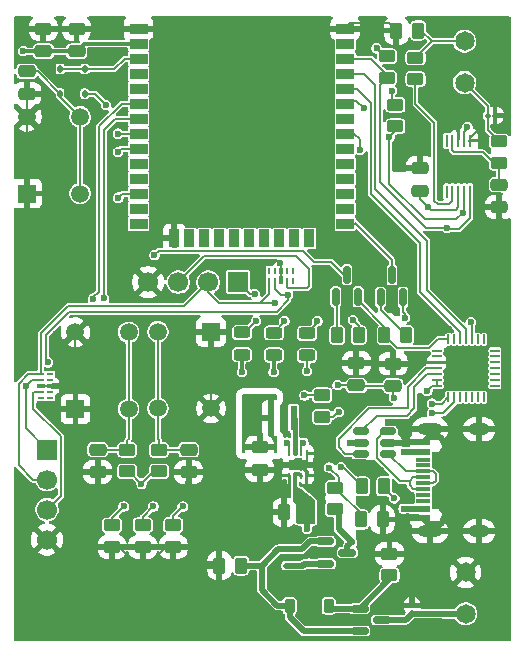
<source format=gtl>
G04 #@! TF.GenerationSoftware,KiCad,Pcbnew,9.0.2*
G04 #@! TF.CreationDate,2025-07-03T10:04:56+02:00*
G04 #@! TF.ProjectId,Capteur_courant_IoT,43617074-6575-4725-9f63-6f7572616e74,rev?*
G04 #@! TF.SameCoordinates,Original*
G04 #@! TF.FileFunction,Copper,L1,Top*
G04 #@! TF.FilePolarity,Positive*
%FSLAX46Y46*%
G04 Gerber Fmt 4.6, Leading zero omitted, Abs format (unit mm)*
G04 Created by KiCad (PCBNEW 9.0.2) date 2025-07-03 10:04:56*
%MOMM*%
%LPD*%
G01*
G04 APERTURE LIST*
G04 Aperture macros list*
%AMRoundRect*
0 Rectangle with rounded corners*
0 $1 Rounding radius*
0 $2 $3 $4 $5 $6 $7 $8 $9 X,Y pos of 4 corners*
0 Add a 4 corners polygon primitive as box body*
4,1,4,$2,$3,$4,$5,$6,$7,$8,$9,$2,$3,0*
0 Add four circle primitives for the rounded corners*
1,1,$1+$1,$2,$3*
1,1,$1+$1,$4,$5*
1,1,$1+$1,$6,$7*
1,1,$1+$1,$8,$9*
0 Add four rect primitives between the rounded corners*
20,1,$1+$1,$2,$3,$4,$5,0*
20,1,$1+$1,$4,$5,$6,$7,0*
20,1,$1+$1,$6,$7,$8,$9,0*
20,1,$1+$1,$8,$9,$2,$3,0*%
G04 Aperture macros list end*
G04 #@! TA.AperFunction,SMDPad,CuDef*
%ADD10R,1.500000X0.900000*%
G04 #@! TD*
G04 #@! TA.AperFunction,SMDPad,CuDef*
%ADD11R,0.900000X1.500000*%
G04 #@! TD*
G04 #@! TA.AperFunction,HeatsinkPad*
%ADD12R,0.900000X0.900000*%
G04 #@! TD*
G04 #@! TA.AperFunction,HeatsinkPad*
%ADD13C,0.600000*%
G04 #@! TD*
G04 #@! TA.AperFunction,SMDPad,CuDef*
%ADD14RoundRect,0.250000X0.262500X0.450000X-0.262500X0.450000X-0.262500X-0.450000X0.262500X-0.450000X0*%
G04 #@! TD*
G04 #@! TA.AperFunction,SMDPad,CuDef*
%ADD15RoundRect,0.112500X0.187500X0.112500X-0.187500X0.112500X-0.187500X-0.112500X0.187500X-0.112500X0*%
G04 #@! TD*
G04 #@! TA.AperFunction,SMDPad,CuDef*
%ADD16RoundRect,0.250000X-0.475000X0.250000X-0.475000X-0.250000X0.475000X-0.250000X0.475000X0.250000X0*%
G04 #@! TD*
G04 #@! TA.AperFunction,SMDPad,CuDef*
%ADD17RoundRect,0.250000X0.475000X-0.250000X0.475000X0.250000X-0.475000X0.250000X-0.475000X-0.250000X0*%
G04 #@! TD*
G04 #@! TA.AperFunction,SMDPad,CuDef*
%ADD18RoundRect,0.250000X0.450000X-0.262500X0.450000X0.262500X-0.450000X0.262500X-0.450000X-0.262500X0*%
G04 #@! TD*
G04 #@! TA.AperFunction,ComponentPad*
%ADD19C,5.600000*%
G04 #@! TD*
G04 #@! TA.AperFunction,SMDPad,CuDef*
%ADD20RoundRect,0.150000X0.512500X0.150000X-0.512500X0.150000X-0.512500X-0.150000X0.512500X-0.150000X0*%
G04 #@! TD*
G04 #@! TA.AperFunction,SMDPad,CuDef*
%ADD21RoundRect,0.250000X-0.262500X-0.450000X0.262500X-0.450000X0.262500X0.450000X-0.262500X0.450000X0*%
G04 #@! TD*
G04 #@! TA.AperFunction,SMDPad,CuDef*
%ADD22R,0.625000X2.000000*%
G04 #@! TD*
G04 #@! TA.AperFunction,SMDPad,CuDef*
%ADD23RoundRect,0.150000X0.150000X-0.587500X0.150000X0.587500X-0.150000X0.587500X-0.150000X-0.587500X0*%
G04 #@! TD*
G04 #@! TA.AperFunction,SMDPad,CuDef*
%ADD24RoundRect,0.250000X-0.450000X0.262500X-0.450000X-0.262500X0.450000X-0.262500X0.450000X0.262500X0*%
G04 #@! TD*
G04 #@! TA.AperFunction,SMDPad,CuDef*
%ADD25R,0.250000X0.625000*%
G04 #@! TD*
G04 #@! TA.AperFunction,SMDPad,CuDef*
%ADD26R,0.450000X0.700000*%
G04 #@! TD*
G04 #@! TA.AperFunction,SMDPad,CuDef*
%ADD27R,0.450000X0.575000*%
G04 #@! TD*
G04 #@! TA.AperFunction,SMDPad,CuDef*
%ADD28RoundRect,0.062500X-0.337500X-0.062500X0.337500X-0.062500X0.337500X0.062500X-0.337500X0.062500X0*%
G04 #@! TD*
G04 #@! TA.AperFunction,SMDPad,CuDef*
%ADD29RoundRect,0.062500X-0.062500X-0.337500X0.062500X-0.337500X0.062500X0.337500X-0.062500X0.337500X0*%
G04 #@! TD*
G04 #@! TA.AperFunction,HeatsinkPad*
%ADD30R,3.350000X3.350000*%
G04 #@! TD*
G04 #@! TA.AperFunction,SMDPad,CuDef*
%ADD31R,0.625000X0.250000*%
G04 #@! TD*
G04 #@! TA.AperFunction,SMDPad,CuDef*
%ADD32R,0.700000X0.450000*%
G04 #@! TD*
G04 #@! TA.AperFunction,SMDPad,CuDef*
%ADD33R,0.575000X0.450000*%
G04 #@! TD*
G04 #@! TA.AperFunction,SMDPad,CuDef*
%ADD34RoundRect,0.150000X-0.587500X-0.150000X0.587500X-0.150000X0.587500X0.150000X-0.587500X0.150000X0*%
G04 #@! TD*
G04 #@! TA.AperFunction,ComponentPad*
%ADD35R,1.700000X1.700000*%
G04 #@! TD*
G04 #@! TA.AperFunction,ComponentPad*
%ADD36C,1.700000*%
G04 #@! TD*
G04 #@! TA.AperFunction,ComponentPad*
%ADD37R,1.508000X1.508000*%
G04 #@! TD*
G04 #@! TA.AperFunction,ComponentPad*
%ADD38C,1.508000*%
G04 #@! TD*
G04 #@! TA.AperFunction,SMDPad,CuDef*
%ADD39RoundRect,0.100000X0.100000X-0.130000X0.100000X0.130000X-0.100000X0.130000X-0.100000X-0.130000X0*%
G04 #@! TD*
G04 #@! TA.AperFunction,SMDPad,CuDef*
%ADD40RoundRect,0.243750X0.456250X-0.243750X0.456250X0.243750X-0.456250X0.243750X-0.456250X-0.243750X0*%
G04 #@! TD*
G04 #@! TA.AperFunction,ComponentPad*
%ADD41C,1.651000*%
G04 #@! TD*
G04 #@! TA.AperFunction,SMDPad,CuDef*
%ADD42RoundRect,0.062500X0.062500X-0.187500X0.062500X0.187500X-0.062500X0.187500X-0.062500X-0.187500X0*%
G04 #@! TD*
G04 #@! TA.AperFunction,SMDPad,CuDef*
%ADD43R,1.600000X0.900000*%
G04 #@! TD*
G04 #@! TA.AperFunction,SMDPad,CuDef*
%ADD44R,0.250000X1.100000*%
G04 #@! TD*
G04 #@! TA.AperFunction,SMDPad,CuDef*
%ADD45RoundRect,0.112500X0.112500X-0.187500X0.112500X0.187500X-0.112500X0.187500X-0.112500X-0.187500X0*%
G04 #@! TD*
G04 #@! TA.AperFunction,SMDPad,CuDef*
%ADD46RoundRect,0.100000X-0.130000X-0.100000X0.130000X-0.100000X0.130000X0.100000X-0.130000X0.100000X0*%
G04 #@! TD*
G04 #@! TA.AperFunction,SMDPad,CuDef*
%ADD47RoundRect,0.250000X0.250000X0.475000X-0.250000X0.475000X-0.250000X-0.475000X0.250000X-0.475000X0*%
G04 #@! TD*
G04 #@! TA.AperFunction,SMDPad,CuDef*
%ADD48RoundRect,0.225000X-0.225000X-0.375000X0.225000X-0.375000X0.225000X0.375000X-0.225000X0.375000X0*%
G04 #@! TD*
G04 #@! TA.AperFunction,SMDPad,CuDef*
%ADD49R,1.150000X0.600000*%
G04 #@! TD*
G04 #@! TA.AperFunction,SMDPad,CuDef*
%ADD50R,1.150000X0.300000*%
G04 #@! TD*
G04 #@! TA.AperFunction,ComponentPad*
%ADD51O,2.100000X1.000000*%
G04 #@! TD*
G04 #@! TA.AperFunction,ComponentPad*
%ADD52O,1.800000X1.000000*%
G04 #@! TD*
G04 #@! TA.AperFunction,ViaPad*
%ADD53C,0.600000*%
G04 #@! TD*
G04 #@! TA.AperFunction,Conductor*
%ADD54C,0.200000*%
G04 #@! TD*
G04 #@! TA.AperFunction,Conductor*
%ADD55C,0.500000*%
G04 #@! TD*
G04 #@! TA.AperFunction,Conductor*
%ADD56C,0.300000*%
G04 #@! TD*
G04 #@! TA.AperFunction,Conductor*
%ADD57C,0.400000*%
G04 #@! TD*
G04 APERTURE END LIST*
D10*
X133750000Y-74540000D03*
X133750000Y-75810000D03*
X133750000Y-77080000D03*
X133750000Y-78350000D03*
X133750000Y-79620000D03*
X133750000Y-80890000D03*
X133750000Y-82160000D03*
X133750000Y-83430000D03*
X133750000Y-84700000D03*
X133750000Y-85970000D03*
X133750000Y-87240000D03*
X133750000Y-88510000D03*
X133750000Y-89780000D03*
X133750000Y-91050000D03*
D11*
X136785000Y-92300000D03*
X138055000Y-92300000D03*
X139325000Y-92300000D03*
X140595000Y-92300000D03*
X141865000Y-92300000D03*
X143135000Y-92300000D03*
X144405000Y-92300000D03*
X145675000Y-92300000D03*
X146945000Y-92300000D03*
X148215000Y-92300000D03*
D10*
X151250000Y-91050000D03*
X151250000Y-89780000D03*
X151250000Y-88510000D03*
X151250000Y-87240000D03*
X151250000Y-85970000D03*
X151250000Y-84700000D03*
X151250000Y-83430000D03*
X151250000Y-82160000D03*
X151250000Y-80890000D03*
X151250000Y-79620000D03*
X151250000Y-78350000D03*
X151250000Y-77080000D03*
X151250000Y-75810000D03*
X151250000Y-74540000D03*
D12*
X139600000Y-80860000D03*
D13*
X139600000Y-81560000D03*
D12*
X139600000Y-82260000D03*
D13*
X139600000Y-82960000D03*
D12*
X139600000Y-83660000D03*
D13*
X140300000Y-80860000D03*
X140300000Y-82260000D03*
X140300000Y-83660000D03*
D12*
X141000000Y-80860000D03*
D13*
X141000000Y-81560000D03*
D12*
X141000000Y-82260000D03*
D13*
X141000000Y-82960000D03*
D12*
X141000000Y-83660000D03*
D13*
X141700000Y-80860000D03*
X141700000Y-82260000D03*
X141700000Y-83660000D03*
D12*
X142400000Y-80860000D03*
D13*
X142400000Y-81560000D03*
D12*
X142400000Y-82260000D03*
D13*
X142400000Y-82960000D03*
D12*
X142400000Y-83660000D03*
D14*
X152400000Y-100500000D03*
X150575000Y-100500000D03*
D15*
X146300000Y-120000000D03*
X144200000Y-120000000D03*
D16*
X144000000Y-110000000D03*
X144000000Y-111900000D03*
D17*
X155300000Y-104800000D03*
X155300000Y-102900000D03*
D18*
X155000000Y-120825000D03*
X155000000Y-119000000D03*
D19*
X127000000Y-95000000D03*
D20*
X154900000Y-110550000D03*
X154900000Y-109600000D03*
X154900000Y-108650000D03*
X152625000Y-108650000D03*
X152625000Y-109600000D03*
X152625000Y-110550000D03*
D18*
X149300000Y-107400000D03*
X149300000Y-105575000D03*
X157200000Y-78812500D03*
X157200000Y-76987500D03*
D21*
X152587500Y-116100000D03*
X154412500Y-116100000D03*
D18*
X150400000Y-115225000D03*
X150400000Y-113400000D03*
D21*
X154575000Y-100500000D03*
X156400000Y-100500000D03*
D22*
X146875000Y-107500000D03*
X145000000Y-107500000D03*
D14*
X154512500Y-113300000D03*
X152687500Y-113300000D03*
D23*
X150450000Y-97237500D03*
X152350000Y-97237500D03*
X151400000Y-95362500D03*
D17*
X157600000Y-88250000D03*
X157600000Y-86350000D03*
D18*
X164300000Y-85912500D03*
X164300000Y-84087500D03*
D19*
X127000000Y-123000000D03*
D16*
X124300000Y-78150000D03*
X124300000Y-80050000D03*
X138000000Y-110200000D03*
X138000000Y-112100000D03*
D18*
X154800000Y-78700000D03*
X154800000Y-76875000D03*
D24*
X134100000Y-116587500D03*
X134100000Y-118412500D03*
D25*
X144800000Y-95875000D03*
X145300000Y-95875000D03*
D26*
X145800000Y-95837500D03*
D25*
X146300000Y-95875000D03*
X146800000Y-95875000D03*
X146800000Y-95100000D03*
X146300000Y-95100000D03*
D27*
X145800000Y-95075000D03*
D25*
X145300000Y-95100000D03*
X144800000Y-95100000D03*
D28*
X159030000Y-101800000D03*
X159030000Y-102300000D03*
X159030000Y-102800000D03*
X159030000Y-103300000D03*
X159030000Y-103800000D03*
X159030000Y-104300000D03*
X159030000Y-104800000D03*
D29*
X159980000Y-105750000D03*
X160480000Y-105750000D03*
X160980000Y-105750000D03*
X161480000Y-105750000D03*
X161980000Y-105750000D03*
X162480000Y-105750000D03*
X162980000Y-105750000D03*
D28*
X163930000Y-104800000D03*
X163930000Y-104300000D03*
X163930000Y-103800000D03*
X163930000Y-103300000D03*
X163930000Y-102800000D03*
X163930000Y-102300000D03*
X163930000Y-101800000D03*
D29*
X162980000Y-100850000D03*
X162480000Y-100850000D03*
X161980000Y-100850000D03*
X161480000Y-100850000D03*
X160980000Y-100850000D03*
X160480000Y-100850000D03*
X159980000Y-100850000D03*
D30*
X161480000Y-103300000D03*
D14*
X157412500Y-74700000D03*
X155587500Y-74700000D03*
D31*
X125462500Y-103800000D03*
X125462500Y-104300000D03*
D32*
X125500000Y-104800000D03*
D31*
X125462500Y-105300000D03*
X125462500Y-105800000D03*
X126237500Y-105800000D03*
X126237500Y-105300000D03*
D33*
X126262500Y-104800000D03*
D31*
X126237500Y-104300000D03*
X126237500Y-103800000D03*
D34*
X149562500Y-117950000D03*
X149562500Y-119850000D03*
X151437500Y-118900000D03*
X152462500Y-123650000D03*
X152462500Y-125550000D03*
X154337500Y-124600000D03*
D17*
X152200000Y-104750000D03*
X152200000Y-102850000D03*
D35*
X142180000Y-96000000D03*
D36*
X139640000Y-96000000D03*
X137100000Y-96000000D03*
X134560000Y-96000000D03*
D18*
X132800000Y-112025000D03*
X132800000Y-110200000D03*
D37*
X128412500Y-106750000D03*
D38*
X128412500Y-100250000D03*
X132912500Y-106750000D03*
X132912500Y-100250000D03*
D17*
X128500000Y-76450000D03*
X128500000Y-74550000D03*
D39*
X156900000Y-124020000D03*
X156900000Y-123380000D03*
D18*
X135500000Y-112025000D03*
X135500000Y-110200000D03*
D19*
X161500000Y-95000000D03*
D14*
X142425000Y-120000000D03*
X140600000Y-120000000D03*
D40*
X142500000Y-102137500D03*
X142500000Y-100262500D03*
D16*
X164300000Y-87750000D03*
X164300000Y-89650000D03*
D23*
X154250000Y-97275000D03*
X156150000Y-97275000D03*
X155200000Y-95400000D03*
D18*
X155500000Y-82812500D03*
X155500000Y-80987500D03*
D41*
X161451200Y-120587400D03*
X161451200Y-124087402D03*
D42*
X146500000Y-112400000D03*
X147000000Y-112400000D03*
X147500000Y-112400000D03*
X148000000Y-112400000D03*
X148000000Y-110500000D03*
X147500000Y-110500000D03*
X147000000Y-110500000D03*
X146500000Y-110500000D03*
D13*
X146750000Y-111450000D03*
D43*
X147250000Y-111450000D03*
D13*
X147750000Y-111450000D03*
D24*
X131500000Y-116600000D03*
X131500000Y-118425000D03*
D37*
X139887500Y-100200000D03*
D38*
X139887500Y-106700000D03*
X135387500Y-100200000D03*
X135387500Y-106700000D03*
D44*
X161827000Y-84050000D03*
X161327000Y-84050000D03*
X160827000Y-84050000D03*
X160327000Y-84050000D03*
X159827000Y-84050000D03*
X159827000Y-88350000D03*
X160327000Y-88350000D03*
X160827000Y-88350000D03*
X161327000Y-88350000D03*
X161827000Y-88350000D03*
D40*
X145200000Y-102175000D03*
X145200000Y-100300000D03*
D45*
X127100000Y-80050000D03*
X127100000Y-77950000D03*
D37*
X124300000Y-88500000D03*
D38*
X124300000Y-82000000D03*
X128800000Y-88500000D03*
X128800000Y-82000000D03*
D40*
X148000000Y-102200000D03*
X148000000Y-100325000D03*
D17*
X125700000Y-76450000D03*
X125700000Y-74550000D03*
D46*
X163300000Y-81900000D03*
X163940000Y-81900000D03*
D47*
X148000000Y-115500000D03*
X146100000Y-115500000D03*
D24*
X136700000Y-116575000D03*
X136700000Y-118400000D03*
D16*
X130300000Y-110175000D03*
X130300000Y-112075000D03*
D41*
X161351200Y-75605096D03*
X161351200Y-79105098D03*
D48*
X146550000Y-123400000D03*
X149850000Y-123400000D03*
D35*
X126000000Y-110190000D03*
D36*
X126000000Y-112730000D03*
X126000000Y-115270000D03*
X126000000Y-117810000D03*
D49*
X157845000Y-115977500D03*
X157845000Y-115177500D03*
D50*
X157845000Y-114027500D03*
X157845000Y-113027500D03*
X157845000Y-112527500D03*
X157845000Y-111527500D03*
D49*
X157845000Y-109577500D03*
X157845000Y-110377500D03*
D50*
X157845000Y-111027500D03*
X157845000Y-112027500D03*
X157845000Y-113527500D03*
X157845000Y-114527500D03*
D51*
X158420000Y-117097500D03*
X158420000Y-108457500D03*
D52*
X162600000Y-117097500D03*
X162600000Y-108457500D03*
D45*
X129200000Y-80050000D03*
X129200000Y-77950000D03*
D53*
X155700000Y-86400000D03*
X148200000Y-104900000D03*
X149800000Y-104400000D03*
X150600000Y-105500000D03*
X131400000Y-122200000D03*
X138300000Y-122000000D03*
X141100000Y-118100000D03*
X139200000Y-118100000D03*
X141100000Y-116600000D03*
X139200000Y-116600000D03*
X147200000Y-116900000D03*
X147200000Y-117800000D03*
X148800000Y-117100000D03*
X150000000Y-116200000D03*
X152400000Y-114500000D03*
X162900000Y-85900000D03*
X152400000Y-111800000D03*
X154269212Y-111930788D03*
X155100000Y-117600000D03*
X123500000Y-77100000D03*
X164400000Y-90800000D03*
X132500000Y-88000000D03*
X131300000Y-126000000D03*
X132500000Y-80300000D03*
X123500000Y-112300000D03*
X132600000Y-89500000D03*
X131500000Y-77400000D03*
X162600000Y-83000000D03*
X134000000Y-99600000D03*
X145700000Y-94400000D03*
X134900000Y-83800000D03*
X141700000Y-123700000D03*
X132700000Y-93800000D03*
X127100000Y-77100000D03*
X156700000Y-115927500D03*
X163400000Y-86800000D03*
X155600000Y-98600000D03*
X138300000Y-99500000D03*
X164900000Y-101300000D03*
X157800000Y-105900000D03*
X156600000Y-109577500D03*
X133300000Y-114800000D03*
X153800000Y-114700000D03*
X160400000Y-82900000D03*
X134900000Y-92900000D03*
X153700000Y-101900000D03*
X147300000Y-119300000D03*
X158300000Y-82900000D03*
X126800000Y-100400000D03*
X134300000Y-114500000D03*
X132200000Y-73900000D03*
X156900000Y-122300000D03*
X164900000Y-105400000D03*
X126000000Y-106700000D03*
X148100000Y-124800000D03*
X132400000Y-76500000D03*
X151800000Y-119900000D03*
X152200000Y-92000000D03*
X136700000Y-111000000D03*
X132400000Y-84100000D03*
X138400000Y-125900000D03*
X129800000Y-87700000D03*
X138100000Y-94000000D03*
X126500000Y-102000000D03*
X131600000Y-109600000D03*
X127100000Y-73900000D03*
X153800000Y-74101000D03*
X156000000Y-94700000D03*
X124000000Y-74550000D03*
X143400000Y-121100000D03*
X151100000Y-122900000D03*
X139400000Y-119900000D03*
X143400000Y-119200000D03*
X136700000Y-109600000D03*
X132200000Y-75200000D03*
X149500000Y-118900000D03*
X131500000Y-111000000D03*
X132500000Y-78000000D03*
X154900000Y-107900000D03*
X164900000Y-95200000D03*
X129800000Y-93300000D03*
X148700000Y-93500000D03*
X135400000Y-73900000D03*
X158100000Y-102200000D03*
X134100000Y-119900000D03*
X149900000Y-117100000D03*
X134700000Y-123600000D03*
X123500000Y-73900000D03*
X149400000Y-96800000D03*
X164800000Y-125500000D03*
X151100000Y-124600000D03*
X147500000Y-104200000D03*
X158600000Y-73900000D03*
X127100000Y-75700000D03*
X164899000Y-82000000D03*
X157500000Y-75900000D03*
X152500000Y-76500000D03*
X156800000Y-126000000D03*
X156200000Y-119000000D03*
X145400000Y-104700000D03*
X147100000Y-126100000D03*
X135400000Y-97400000D03*
X126400000Y-98400000D03*
X156700000Y-102200000D03*
X151400000Y-96700000D03*
X129800000Y-76400000D03*
X145300000Y-124300000D03*
X134200000Y-108200000D03*
X152700000Y-85700000D03*
X123600000Y-126000000D03*
X135900000Y-90600000D03*
X123500000Y-103800000D03*
X132400000Y-81600000D03*
X143000000Y-116900000D03*
X123500000Y-86800000D03*
X129300000Y-99000000D03*
X157000000Y-107600000D03*
X154500000Y-105900000D03*
X145000000Y-121700000D03*
X157300000Y-97500000D03*
X144300000Y-104700000D03*
X135000000Y-75700000D03*
X153700000Y-121200000D03*
X130300000Y-113075000D03*
X123500000Y-83400000D03*
X157500000Y-101000000D03*
X150615000Y-102950000D03*
X134200000Y-101000000D03*
X127300000Y-104600000D03*
X148800000Y-94800000D03*
X156900000Y-92900000D03*
X161200000Y-98800000D03*
X145500000Y-122300000D03*
X130600000Y-81700000D03*
X152500000Y-98600000D03*
X123500000Y-90100000D03*
X130000000Y-73800000D03*
X157000000Y-94700000D03*
X159300000Y-105400000D03*
X129900000Y-75200000D03*
X163100000Y-84500000D03*
X144700000Y-114100000D03*
X134300000Y-93700000D03*
X154500000Y-94300000D03*
X160000000Y-100000000D03*
X137500000Y-97400000D03*
X145400000Y-120200000D03*
X124800000Y-102900000D03*
X143800000Y-115500000D03*
X164800000Y-74000000D03*
X132500000Y-85600000D03*
X152600000Y-90700000D03*
X143000000Y-114100000D03*
X137900000Y-113075000D03*
X149700000Y-73800000D03*
X150000000Y-75700000D03*
X144700000Y-116900000D03*
X156200000Y-115177500D03*
X151651000Y-109600000D03*
X156200000Y-110400000D03*
X151800000Y-118000000D03*
X158200000Y-105200000D03*
X143300000Y-107400000D03*
X147700000Y-109600000D03*
X142900000Y-108300000D03*
X143700000Y-106400000D03*
X142900000Y-106400000D03*
X150615000Y-104700000D03*
X158250000Y-89650000D03*
X155400000Y-105800000D03*
X124000000Y-76450000D03*
X143700000Y-108300000D03*
X155400000Y-114300000D03*
X153900000Y-76200000D03*
X150700000Y-107000000D03*
X155200000Y-79800000D03*
X134000000Y-113075000D03*
X145300000Y-97800000D03*
X159900000Y-91400000D03*
X152800000Y-81300000D03*
X161227000Y-90121528D03*
X146400000Y-97100000D03*
X124226144Y-104826144D03*
X155000000Y-83700000D03*
X126100000Y-102800000D03*
X143600000Y-97000000D03*
X156300000Y-99000000D03*
X161900000Y-99400000D03*
X151900000Y-99200000D03*
X148000000Y-116900000D03*
X148200000Y-119850000D03*
X158600000Y-107100000D03*
X150901000Y-111650000D03*
X158600000Y-106300000D03*
X149900000Y-111700000D03*
X130824265Y-97375735D03*
X143700000Y-99300000D03*
X132000000Y-83430000D03*
X132050000Y-88850000D03*
X148900000Y-99300000D03*
X129900000Y-97401000D03*
X132000000Y-85000000D03*
X146100000Y-99300000D03*
X152500000Y-84800000D03*
X161600000Y-82887500D03*
X146300000Y-109600000D03*
X147800000Y-105600000D03*
X145200000Y-103625000D03*
X135000000Y-115000000D03*
X132500000Y-115000000D03*
X142500000Y-103625000D03*
X137500000Y-115000000D03*
X148000000Y-103525000D03*
X135100000Y-93700000D03*
X131000000Y-81000000D03*
D54*
X160648528Y-90700000D02*
X161227000Y-90121528D01*
X158000000Y-90700000D02*
X160648528Y-90700000D01*
X155000000Y-87700000D02*
X158000000Y-90700000D01*
X155000000Y-83700000D02*
X155000000Y-87700000D01*
D55*
X159356500Y-116443500D02*
X158311000Y-116443500D01*
D54*
X128412500Y-100250000D02*
X128412500Y-106750000D01*
X139887500Y-106700000D02*
X139887500Y-100200000D01*
D55*
X156200000Y-119000000D02*
X155000000Y-119000000D01*
D54*
X154988500Y-74101000D02*
X153800000Y-74101000D01*
X138000000Y-112100000D02*
X138000000Y-112975000D01*
X145700000Y-94400000D02*
X145700000Y-94475000D01*
X161827000Y-83773000D02*
X161827000Y-84050000D01*
D56*
X128510000Y-74540000D02*
X128500000Y-74550000D01*
D54*
X162600000Y-83000000D02*
X161827000Y-83773000D01*
D56*
X156577500Y-109600000D02*
X156600000Y-109577500D01*
D54*
X134600000Y-119900000D02*
X136100000Y-118400000D01*
D55*
X159800000Y-116000000D02*
X159356500Y-116443500D01*
D54*
X160827000Y-83273000D02*
X160454000Y-82900000D01*
X133612500Y-119912500D02*
X132125000Y-118425000D01*
D55*
X156700000Y-115927500D02*
X157372500Y-115927500D01*
D54*
X138000000Y-112975000D02*
X137900000Y-113075000D01*
D57*
X146100000Y-115500000D02*
X146100000Y-112800000D01*
D54*
X148000000Y-111200000D02*
X147750000Y-111450000D01*
X124300000Y-82000000D02*
X124300000Y-79900000D01*
X154100000Y-114700000D02*
X154412500Y-115012500D01*
X159030000Y-102800000D02*
X155400000Y-102800000D01*
D56*
X133750000Y-74540000D02*
X128510000Y-74540000D01*
D54*
X124300000Y-82000000D02*
X124300000Y-88500000D01*
X164799000Y-81900000D02*
X164899000Y-82000000D01*
D55*
X157845000Y-109577500D02*
X158311000Y-109111500D01*
D56*
X133710000Y-74500000D02*
X133750000Y-74540000D01*
D54*
X160454000Y-82900000D02*
X160400000Y-82900000D01*
D55*
X156600000Y-109577500D02*
X156577500Y-109577500D01*
D54*
X148000000Y-110500000D02*
X148000000Y-111200000D01*
X164300000Y-90700000D02*
X164400000Y-90800000D01*
X134100000Y-118425000D02*
X134100000Y-119725000D01*
D55*
X158311000Y-116443500D02*
X157845000Y-115977500D01*
D56*
X125700000Y-74550000D02*
X124000000Y-74550000D01*
D54*
X160980000Y-102800000D02*
X159030000Y-102800000D01*
D55*
X157372500Y-115927500D02*
X157422500Y-115977500D01*
D54*
X155400000Y-102800000D02*
X155300000Y-102900000D01*
X134087500Y-119912500D02*
X133612500Y-119912500D01*
X160827000Y-84050000D02*
X160827000Y-83273000D01*
D55*
X156900000Y-122300000D02*
X156900000Y-123339000D01*
D54*
X126262500Y-104800000D02*
X127100000Y-104800000D01*
D55*
X157422500Y-115977500D02*
X157845000Y-115977500D01*
D54*
X164300000Y-89650000D02*
X164300000Y-90700000D01*
D56*
X126000000Y-74550000D02*
X128500000Y-74550000D01*
D54*
X153800000Y-114700000D02*
X154100000Y-114700000D01*
D56*
X147250000Y-111450000D02*
X147386510Y-111450000D01*
D54*
X152285000Y-102950000D02*
X150800000Y-102950000D01*
D55*
X159241430Y-109111500D02*
X159800000Y-109670070D01*
X158311000Y-109111500D02*
X159241430Y-109111500D01*
D54*
X161480000Y-103300000D02*
X160980000Y-102800000D01*
X145700000Y-94475000D02*
X145800000Y-94575000D01*
X163940000Y-81900000D02*
X164799000Y-81900000D01*
X127100000Y-104800000D02*
X127300000Y-104600000D01*
D55*
X157845000Y-109577500D02*
X156600000Y-109577500D01*
D54*
X145800000Y-95837500D02*
X145800000Y-95075000D01*
X130300000Y-112075000D02*
X130300000Y-113075000D01*
X151689000Y-74101000D02*
X151250000Y-74540000D01*
X136100000Y-118400000D02*
X136700000Y-118400000D01*
D55*
X159800000Y-109670070D02*
X159800000Y-116000000D01*
D56*
X147113490Y-111450000D02*
X147250000Y-111450000D01*
D55*
X140600000Y-119900000D02*
X139400000Y-119900000D01*
D54*
X134100000Y-119900000D02*
X134600000Y-119900000D01*
X153800000Y-74101000D02*
X151689000Y-74101000D01*
D56*
X154900000Y-109600000D02*
X156577500Y-109600000D01*
D54*
X125500000Y-104800000D02*
X126262500Y-104800000D01*
D56*
X148000000Y-112063490D02*
X148000000Y-112400000D01*
D54*
X152885000Y-102900000D02*
X155300000Y-102900000D01*
X134100000Y-119900000D02*
X134087500Y-119912500D01*
X152885000Y-102900000D02*
X151885000Y-102900000D01*
X145800000Y-94575000D02*
X145800000Y-95075000D01*
X155587500Y-74700000D02*
X154988500Y-74101000D01*
X132125000Y-118425000D02*
X131600000Y-118425000D01*
X154412500Y-115012500D02*
X154412500Y-116100000D01*
D56*
X147386510Y-111450000D02*
X148000000Y-112063490D01*
D55*
X151437500Y-118362500D02*
X151800000Y-118000000D01*
X151437500Y-118900000D02*
X151437500Y-118362500D01*
X150700000Y-115225000D02*
X150700000Y-116900000D01*
X156922500Y-110377500D02*
X157845000Y-110377500D01*
X156200000Y-110400000D02*
X156900000Y-110400000D01*
X150700000Y-116900000D02*
X151800000Y-118000000D01*
X157845000Y-115177500D02*
X156200000Y-115177500D01*
X156900000Y-110400000D02*
X156922500Y-110377500D01*
X152625000Y-109600000D02*
X151651000Y-109600000D01*
D54*
X154545532Y-108650000D02*
X154900000Y-108650000D01*
X157018000Y-112527500D02*
X156700000Y-112845500D01*
X157018000Y-113527500D02*
X157845000Y-113527500D01*
X153936500Y-110890968D02*
X153936500Y-109259032D01*
X153936500Y-109259032D02*
X154545532Y-108650000D01*
X156700000Y-113209500D02*
X157018000Y-113527500D01*
X156700000Y-112845500D02*
X155891032Y-112845500D01*
X157845000Y-112527500D02*
X157018000Y-112527500D01*
X155891032Y-112845500D02*
X153936500Y-110890968D01*
X156700000Y-112845500D02*
X156700000Y-113209500D01*
X158672000Y-113027500D02*
X157845000Y-113027500D01*
X157845000Y-112027500D02*
X158672000Y-112027500D01*
X158900000Y-112255500D02*
X158900000Y-112799500D01*
X156377500Y-112027500D02*
X157845000Y-112027500D01*
X158672000Y-112027500D02*
X158900000Y-112255500D01*
X158900000Y-112799500D02*
X158672000Y-113027500D01*
X154900000Y-110550000D02*
X156377500Y-112027500D01*
X135050000Y-112025000D02*
X134000000Y-113075000D01*
X158600000Y-104800000D02*
X158200000Y-105200000D01*
X127151000Y-114119000D02*
X126000000Y-115270000D01*
X150665000Y-104750000D02*
X150615000Y-104700000D01*
X148011500Y-96488500D02*
X148200000Y-96300000D01*
X158250000Y-89650000D02*
X157600000Y-89000000D01*
D56*
X129140000Y-75810000D02*
X133750000Y-75810000D01*
D54*
X155600000Y-80687500D02*
X155900000Y-80987500D01*
X154187500Y-76487500D02*
X153900000Y-76200000D01*
X146326000Y-95875000D02*
X146326000Y-96440500D01*
X159030000Y-104800000D02*
X158600000Y-104800000D01*
X148200000Y-94900000D02*
X147100000Y-93800000D01*
X155200000Y-79800000D02*
X155200000Y-80687500D01*
X148200000Y-96300000D02*
X148200000Y-94900000D01*
X150600000Y-107000000D02*
X150200000Y-107400000D01*
D56*
X125700000Y-76450000D02*
X124000000Y-76450000D01*
D54*
X147500000Y-110500000D02*
X147500000Y-109800000D01*
X152885000Y-104800000D02*
X155300000Y-104800000D01*
X132950000Y-112025000D02*
X134000000Y-113075000D01*
X127151000Y-109039000D02*
X127151000Y-114119000D01*
X155200000Y-76487500D02*
X154187500Y-76487500D01*
X159030000Y-104300000D02*
X159030000Y-104800000D01*
X155300000Y-104800000D02*
X155300000Y-105700000D01*
X146374000Y-96488500D02*
X148011500Y-96488500D01*
X124900000Y-105300000D02*
X124849000Y-105351000D01*
X158250000Y-89650000D02*
X158500000Y-89900000D01*
X124849000Y-106737000D02*
X127151000Y-109039000D01*
X125462500Y-105300000D02*
X124900000Y-105300000D01*
X154512500Y-113412500D02*
X155400000Y-114300000D01*
X124849000Y-105351000D02*
X124849000Y-106737000D01*
X150200000Y-107400000D02*
X149300000Y-107400000D01*
X147100000Y-93800000D02*
X139300000Y-93800000D01*
X146326000Y-96440500D02*
X146374000Y-96488500D01*
X150700000Y-107000000D02*
X150600000Y-107000000D01*
X157600000Y-89000000D02*
X157600000Y-88250000D01*
X139300000Y-93800000D02*
X137100000Y-96000000D01*
X152200000Y-104750000D02*
X150665000Y-104750000D01*
X154512500Y-113300000D02*
X154512500Y-113412500D01*
D56*
X126000000Y-76450000D02*
X128500000Y-76450000D01*
D54*
X160600000Y-89900000D02*
X160827000Y-89673000D01*
X147500000Y-109800000D02*
X147700000Y-109600000D01*
X155300000Y-105700000D02*
X155400000Y-105800000D01*
X135500000Y-112025000D02*
X135050000Y-112025000D01*
X132800000Y-112025000D02*
X132950000Y-112025000D01*
X158500000Y-89900000D02*
X160600000Y-89900000D01*
D56*
X128500000Y-76450000D02*
X129140000Y-75810000D01*
D54*
X160827000Y-89673000D02*
X160827000Y-88350000D01*
X144800000Y-97000000D02*
X144800000Y-95875000D01*
X159900000Y-91400000D02*
X159991962Y-91491962D01*
X139640000Y-96000000D02*
X139640000Y-96840000D01*
X139640000Y-96840000D02*
X140600000Y-97800000D01*
X123601000Y-111501000D02*
X123601000Y-104599000D01*
X125462500Y-100337500D02*
X127799000Y-98001000D01*
X160908038Y-91491962D02*
X161827000Y-90573000D01*
X153397500Y-77080000D02*
X151250000Y-77080000D01*
X145300000Y-97800000D02*
X144000000Y-97800000D01*
X127799000Y-98001000D02*
X137639000Y-98001000D01*
X159991962Y-91491962D02*
X160908038Y-91491962D01*
X126000000Y-112730000D02*
X124830000Y-112730000D01*
X124400000Y-103800000D02*
X125462500Y-103800000D01*
X124830000Y-112730000D02*
X123601000Y-111501000D01*
X123601000Y-104599000D02*
X124400000Y-103800000D01*
X159900000Y-91400000D02*
X158100000Y-91400000D01*
X125462500Y-103800000D02*
X125462500Y-100337500D01*
X144000000Y-97800000D02*
X144800000Y-97000000D01*
X151305000Y-77025000D02*
X151250000Y-77080000D01*
X158100000Y-91400000D02*
X154200000Y-87500000D01*
X154200000Y-79300000D02*
X154800000Y-78700000D01*
X155200000Y-78882500D02*
X153397500Y-77080000D01*
X154200000Y-87500000D02*
X154200000Y-79300000D01*
X161827000Y-90573000D02*
X161827000Y-88350000D01*
X140600000Y-97800000D02*
X144000000Y-97800000D01*
X137639000Y-98001000D02*
X139640000Y-96000000D01*
X145449943Y-98500000D02*
X127900000Y-98500000D01*
X155500000Y-83200000D02*
X155000000Y-83700000D01*
X146400000Y-97549943D02*
X145449943Y-98500000D01*
X125462500Y-104300000D02*
X124752288Y-104300000D01*
X124226144Y-104826144D02*
X124200000Y-104852288D01*
X161227000Y-90073000D02*
X161327000Y-89973000D01*
X124200000Y-108390000D02*
X126000000Y-110190000D01*
X155500000Y-82812500D02*
X155500000Y-83200000D01*
X146400000Y-97100000D02*
X146400000Y-97549943D01*
X125900000Y-100500000D02*
X125900000Y-102600000D01*
X124200000Y-104852288D02*
X124200000Y-108390000D01*
X125900000Y-102600000D02*
X126100000Y-102800000D01*
X146400000Y-97100000D02*
X145800000Y-97100000D01*
X143180000Y-97000000D02*
X143600000Y-97000000D01*
X145274000Y-96574000D02*
X145274000Y-95875000D01*
X124752288Y-104300000D02*
X124226144Y-104826144D01*
X152800000Y-81300000D02*
X152187500Y-80687500D01*
X142180000Y-96000000D02*
X143180000Y-97000000D01*
X161327000Y-89973000D02*
X161327000Y-88350000D01*
X161227000Y-90121528D02*
X161227000Y-90073000D01*
X127900000Y-98500000D02*
X125900000Y-100500000D01*
X145800000Y-97100000D02*
X145274000Y-96574000D01*
X152187500Y-80687500D02*
X151452500Y-80687500D01*
X151452500Y-80687500D02*
X151250000Y-80890000D01*
X159064202Y-100850000D02*
X159980000Y-100850000D01*
X155660202Y-101585202D02*
X158329000Y-101585202D01*
X158329000Y-101585202D02*
X159064202Y-100850000D01*
X154575000Y-100500000D02*
X155660202Y-101585202D01*
X154575000Y-99762500D02*
X152350000Y-97537500D01*
X154575000Y-100500000D02*
X154575000Y-99762500D01*
X129200000Y-77950000D02*
X131700000Y-77950000D01*
X132570000Y-77080000D02*
X133750000Y-77080000D01*
X131700000Y-77950000D02*
X132570000Y-77080000D01*
X127100000Y-77950000D02*
X129200000Y-77950000D01*
X150575000Y-97662500D02*
X150450000Y-97537500D01*
X150575000Y-100500000D02*
X150575000Y-97662500D01*
X152400000Y-100500000D02*
X152400000Y-99700000D01*
X161980000Y-99480000D02*
X161900000Y-99400000D01*
X156150000Y-98550000D02*
X156150000Y-97537500D01*
X156300000Y-99000000D02*
X156300000Y-98700000D01*
X161980000Y-100850000D02*
X161980000Y-99480000D01*
X156300000Y-98700000D02*
X156150000Y-98550000D01*
X152400000Y-99700000D02*
X151900000Y-99200000D01*
X155200000Y-95662500D02*
X155200000Y-94100000D01*
X152100000Y-91000000D02*
X152050000Y-91050000D01*
X152050000Y-91050000D02*
X151250000Y-91050000D01*
X155200000Y-94100000D02*
X152100000Y-91000000D01*
X154250000Y-98350000D02*
X156400000Y-100500000D01*
X154250000Y-97537500D02*
X154250000Y-98350000D01*
D55*
X148000000Y-115500000D02*
X148000000Y-116900000D01*
D56*
X147500000Y-112400000D02*
X147351000Y-112251000D01*
D55*
X147650000Y-120000000D02*
X147800000Y-119850000D01*
X149562500Y-119850000D02*
X148200000Y-119850000D01*
X148200000Y-119850000D02*
X147800000Y-119850000D01*
D56*
X147000000Y-112251000D02*
X147000000Y-114500000D01*
X147000000Y-114500000D02*
X148000000Y-115500000D01*
D55*
X146300000Y-120000000D02*
X147650000Y-120000000D01*
D56*
X147351000Y-112251000D02*
X147000000Y-112251000D01*
D55*
X154337500Y-124600000D02*
X156361000Y-124600000D01*
X159514798Y-124061000D02*
X159541200Y-124087402D01*
X159514798Y-124061000D02*
X156900000Y-124061000D01*
X159541200Y-124087402D02*
X161451200Y-124087402D01*
X156361000Y-124600000D02*
X156900000Y-124061000D01*
D54*
X153800000Y-88100000D02*
X158200000Y-92500000D01*
X161480000Y-99980000D02*
X161480000Y-100850000D01*
X158200000Y-96700000D02*
X161480000Y-99980000D01*
X152850000Y-78350000D02*
X153800000Y-79300000D01*
X153800000Y-79300000D02*
X153800000Y-88100000D01*
X151250000Y-78350000D02*
X152850000Y-78350000D01*
X158200000Y-92500000D02*
X158200000Y-96700000D01*
X151050000Y-111650000D02*
X152687500Y-113287500D01*
X158600000Y-107100000D02*
X159545798Y-107100000D01*
X160480000Y-106165798D02*
X160480000Y-105750000D01*
X152687500Y-113287500D02*
X152687500Y-113300000D01*
X159545798Y-107100000D02*
X160480000Y-106165798D01*
X150901000Y-111650000D02*
X151050000Y-111650000D01*
X159430000Y-106300000D02*
X158600000Y-106300000D01*
X149900000Y-111700000D02*
X150700000Y-112500000D01*
X152987500Y-115987500D02*
X152987500Y-116100000D01*
X150400000Y-113400000D02*
X152987500Y-115987500D01*
X150700000Y-112500000D02*
X150700000Y-113400000D01*
X159980000Y-105750000D02*
X159430000Y-106300000D01*
X153400000Y-88500000D02*
X157600000Y-92700000D01*
X151250000Y-79620000D02*
X152220000Y-79620000D01*
X152220000Y-79620000D02*
X153400000Y-80800000D01*
X160980000Y-100260442D02*
X160980000Y-100850000D01*
X157600000Y-92700000D02*
X157600000Y-96880442D01*
X153400000Y-80800000D02*
X153400000Y-88500000D01*
X157600000Y-96880442D02*
X160980000Y-100260442D01*
X135500000Y-109412500D02*
X135387500Y-109300000D01*
X130824265Y-97375735D02*
X130824265Y-96624265D01*
X130801000Y-83099000D02*
X131740000Y-82160000D01*
X130824265Y-96624265D02*
X130801000Y-96601000D01*
X131740000Y-82160000D02*
X133750000Y-82160000D01*
X135387500Y-109300000D02*
X135387500Y-106700000D01*
X135500000Y-110200000D02*
X138000000Y-110200000D01*
X130801000Y-96601000D02*
X130801000Y-83099000D01*
X135500000Y-110200000D02*
X135500000Y-109412500D01*
X135387500Y-106800000D02*
X135387500Y-100300000D01*
X135387500Y-100200000D02*
X135387500Y-106700000D01*
X142500000Y-100262500D02*
X142737500Y-100262500D01*
X142737500Y-100262500D02*
X143700000Y-99300000D01*
X132000000Y-83430000D02*
X133750000Y-83430000D01*
X148800000Y-99400000D02*
X148800000Y-99525000D01*
X148900000Y-99300000D02*
X148800000Y-99400000D01*
X148800000Y-99525000D02*
X148000000Y-100325000D01*
X132050000Y-88850000D02*
X132390000Y-88510000D01*
X132390000Y-88510000D02*
X133750000Y-88510000D01*
X132912500Y-106750000D02*
X132912500Y-100250000D01*
X132800000Y-109400000D02*
X132800000Y-110200000D01*
X132800000Y-109400000D02*
X132912500Y-109287500D01*
X130325000Y-110200000D02*
X130300000Y-110175000D01*
X130400000Y-96800000D02*
X130400000Y-82800000D01*
X132800000Y-110200000D02*
X130325000Y-110200000D01*
X129900000Y-97401000D02*
X129900000Y-97300000D01*
X132310000Y-80890000D02*
X133750000Y-80890000D01*
X130400000Y-82800000D02*
X132310000Y-80890000D01*
X129900000Y-97300000D02*
X130400000Y-96800000D01*
X132912500Y-109287500D02*
X132912500Y-106750000D01*
X145200000Y-100300000D02*
X146100000Y-99400000D01*
X146100000Y-99400000D02*
X146100000Y-99300000D01*
X133750000Y-84700000D02*
X132300000Y-84700000D01*
X132300000Y-84700000D02*
X132000000Y-85000000D01*
X152030000Y-83430000D02*
X151250000Y-83430000D01*
X161327000Y-83287500D02*
X161727000Y-82887500D01*
X152500000Y-84800000D02*
X152500000Y-83900000D01*
X161327000Y-84050000D02*
X161327000Y-83287500D01*
X152500000Y-83900000D02*
X152030000Y-83430000D01*
D57*
X147000000Y-107625000D02*
X147000000Y-110500000D01*
D54*
X146875000Y-107500000D02*
X147000000Y-107625000D01*
X148125000Y-105575000D02*
X149300000Y-105575000D01*
X146500000Y-110500000D02*
X146500000Y-109800000D01*
X148100000Y-105600000D02*
X148125000Y-105575000D01*
X146500000Y-109800000D02*
X146300000Y-109600000D01*
X147800000Y-105600000D02*
X148100000Y-105600000D01*
X163300000Y-81053898D02*
X161351200Y-79105098D01*
X163300000Y-83087500D02*
X163300000Y-81900000D01*
X163300000Y-81900000D02*
X163300000Y-81053898D01*
X164300000Y-84087500D02*
X163300000Y-83087500D01*
X158582404Y-75605096D02*
X157200000Y-76987500D01*
X161351200Y-75605096D02*
X158582404Y-75605096D01*
X157677308Y-74700000D02*
X158582404Y-75605096D01*
X157412500Y-74700000D02*
X157677308Y-74700000D01*
X160327000Y-89127000D02*
X160054000Y-89400000D01*
X160327000Y-88350000D02*
X160327000Y-89127000D01*
X157200000Y-80900000D02*
X157200000Y-78812500D01*
X158800000Y-82500000D02*
X157200000Y-80900000D01*
X158800000Y-89100000D02*
X158800000Y-82500000D01*
X159100000Y-89400000D02*
X158800000Y-89100000D01*
X160054000Y-89400000D02*
X159100000Y-89400000D01*
D56*
X145200000Y-102175000D02*
X145200000Y-103625000D01*
D54*
X134100000Y-115900000D02*
X135000000Y-115000000D01*
X134100000Y-116587500D02*
X134100000Y-115900000D01*
D56*
X142500000Y-102137500D02*
X142500000Y-103625000D01*
D54*
X131500000Y-116600000D02*
X131500000Y-116000000D01*
X131500000Y-116000000D02*
X132500000Y-115000000D01*
X136700000Y-115800000D02*
X137500000Y-115000000D01*
X148000000Y-102200000D02*
X148000000Y-103525000D01*
X136700000Y-116487500D02*
X136700000Y-115800000D01*
X164300000Y-85912500D02*
X163812500Y-85912500D01*
X160500000Y-85000000D02*
X160327000Y-84827000D01*
X164300000Y-85912500D02*
X164300000Y-87600000D01*
X162900000Y-85000000D02*
X160500000Y-85000000D01*
X163812500Y-85912500D02*
X162900000Y-85000000D01*
X160327000Y-84827000D02*
X160327000Y-84050000D01*
X153975000Y-107300000D02*
X156500000Y-107300000D01*
X156500000Y-107300000D02*
X157100000Y-106700000D01*
X157100000Y-104867100D02*
X158167100Y-103800000D01*
X158167100Y-103800000D02*
X159030000Y-103800000D01*
X152625000Y-108650000D02*
X153975000Y-107300000D01*
X157100000Y-106700000D02*
X157100000Y-104867100D01*
X153270532Y-106700000D02*
X156532900Y-106700000D01*
X152625000Y-110550000D02*
X151250000Y-110550000D01*
X158100000Y-103300000D02*
X159030000Y-103300000D01*
X152625000Y-110550000D02*
X152575000Y-110500000D01*
X150700000Y-110000000D02*
X150700000Y-109270532D01*
X150700000Y-109270532D02*
X153270532Y-106700000D01*
X156532900Y-106700000D02*
X156532900Y-104867100D01*
X156532900Y-104867100D02*
X158100000Y-103300000D01*
X151250000Y-110550000D02*
X150700000Y-110000000D01*
D55*
X150100000Y-123650000D02*
X149850000Y-123400000D01*
X155000000Y-121112500D02*
X152462500Y-123650000D01*
X152462500Y-123650000D02*
X150100000Y-123650000D01*
X155000000Y-120825000D02*
X155000000Y-121112500D01*
X144200000Y-122087500D02*
X145512500Y-123400000D01*
X144200000Y-120000000D02*
X144200000Y-122087500D01*
X144200000Y-120000000D02*
X142375000Y-120000000D01*
X152462500Y-125550000D02*
X147750000Y-125550000D01*
X145512500Y-123400000D02*
X146550000Y-123400000D01*
X144200000Y-120000000D02*
X145600000Y-118600000D01*
X146550000Y-124350000D02*
X147750000Y-125550000D01*
X145600000Y-118600000D02*
X147600000Y-118600000D01*
X146550000Y-123400000D02*
X146550000Y-124350000D01*
X148250000Y-117950000D02*
X149562500Y-117950000D01*
X147600000Y-118600000D02*
X148250000Y-117950000D01*
D54*
X128800000Y-82000000D02*
X127100000Y-80300000D01*
X128800000Y-88500000D02*
X128800000Y-82000000D01*
X124300000Y-78150000D02*
X125200000Y-78150000D01*
X125200000Y-78150000D02*
X127100000Y-80050000D01*
X127100000Y-80300000D02*
X127100000Y-80050000D01*
X130050000Y-80050000D02*
X131000000Y-81000000D01*
X151400000Y-95662500D02*
X150037500Y-94300000D01*
X135449000Y-93351000D02*
X135100000Y-93700000D01*
X148600000Y-94300000D02*
X147651000Y-93351000D01*
X129200000Y-80050000D02*
X130050000Y-80050000D01*
X147651000Y-93351000D02*
X135449000Y-93351000D01*
X150037500Y-94300000D02*
X148600000Y-94300000D01*
G04 #@! TA.AperFunction,Conductor*
G36*
X147043039Y-112119685D02*
G01*
X147088794Y-112172489D01*
X147100000Y-112224000D01*
X147100000Y-113300000D01*
X147487130Y-113493565D01*
X147511054Y-113509211D01*
X148655383Y-114462819D01*
X148694282Y-114520858D01*
X148700000Y-114558078D01*
X148700000Y-116376000D01*
X148680315Y-116443039D01*
X148627511Y-116488794D01*
X148576000Y-116500000D01*
X147441404Y-116500000D01*
X147413867Y-116496904D01*
X147395616Y-116492747D01*
X147373886Y-116480201D01*
X147259309Y-116449500D01*
X147205732Y-116449500D01*
X147192138Y-116446404D01*
X147173317Y-116435887D01*
X147152636Y-116429815D01*
X147143425Y-116419185D01*
X147131144Y-116412323D01*
X147120996Y-116393301D01*
X147106881Y-116377011D01*
X147102748Y-116359093D01*
X147098258Y-116350677D01*
X147098922Y-116342507D01*
X147095715Y-116328603D01*
X147051874Y-114574958D01*
X146821066Y-114231361D01*
X146800026Y-114164736D01*
X146800000Y-114162218D01*
X146800000Y-112224000D01*
X146802550Y-112215314D01*
X146801262Y-112206353D01*
X146812240Y-112182312D01*
X146819685Y-112156961D01*
X146826525Y-112151033D01*
X146830287Y-112142797D01*
X146852521Y-112128507D01*
X146872489Y-112111206D01*
X146883003Y-112108918D01*
X146889065Y-112105023D01*
X146924000Y-112100000D01*
X146976000Y-112100000D01*
X147043039Y-112119685D01*
G37*
G04 #@! TD.AperFunction*
G04 #@! TA.AperFunction,Conductor*
G36*
X144221158Y-105500500D02*
G01*
X144378842Y-105500500D01*
X144381356Y-105500000D01*
X145309990Y-105500000D01*
X145320168Y-105500500D01*
X145376000Y-105500500D01*
X145443039Y-105520185D01*
X145488794Y-105572989D01*
X145500000Y-105624500D01*
X145500000Y-105876969D01*
X145480315Y-105944008D01*
X145427511Y-105989763D01*
X145363656Y-106000115D01*
X145363653Y-106000178D01*
X145363364Y-106000162D01*
X145362763Y-106000260D01*
X145360354Y-106000001D01*
X145360328Y-106000000D01*
X145250000Y-106000000D01*
X145250000Y-109000000D01*
X145360328Y-109000000D01*
X145360339Y-108999999D01*
X145362742Y-108999741D01*
X145363296Y-108999841D01*
X145363653Y-108999822D01*
X145363657Y-108999906D01*
X145431502Y-109012145D01*
X145482640Y-109059754D01*
X145500000Y-109123030D01*
X145500000Y-109518644D01*
X145499500Y-109521158D01*
X145499500Y-109678842D01*
X145500000Y-109681355D01*
X145500000Y-110376000D01*
X145480315Y-110443039D01*
X145427511Y-110488794D01*
X145376000Y-110500000D01*
X145341879Y-110500000D01*
X145274840Y-110480315D01*
X145229085Y-110427511D01*
X145218521Y-110363397D01*
X145224999Y-110299986D01*
X145225000Y-110299973D01*
X145225000Y-110250000D01*
X142775001Y-110250000D01*
X142775001Y-110299986D01*
X142781480Y-110363398D01*
X142768711Y-110432090D01*
X142720830Y-110482975D01*
X142658122Y-110500000D01*
X142624000Y-110500000D01*
X142556961Y-110480315D01*
X142511206Y-110427511D01*
X142500000Y-110376000D01*
X142500000Y-109700013D01*
X142775000Y-109700013D01*
X142775000Y-109750000D01*
X143750000Y-109750000D01*
X143750000Y-109000000D01*
X143475029Y-109000000D01*
X143475012Y-109000001D01*
X143372302Y-109010494D01*
X143205880Y-109065641D01*
X143205875Y-109065643D01*
X143056654Y-109157684D01*
X142932684Y-109281654D01*
X142840643Y-109430875D01*
X142840641Y-109430880D01*
X142785494Y-109597302D01*
X142785493Y-109597309D01*
X142775000Y-109700013D01*
X142500000Y-109700013D01*
X142500000Y-108547844D01*
X144187500Y-108547844D01*
X144193901Y-108607372D01*
X144193903Y-108607379D01*
X144244145Y-108742086D01*
X144244149Y-108742093D01*
X144292676Y-108806916D01*
X144317094Y-108872380D01*
X144302243Y-108940653D01*
X144281092Y-108968908D01*
X144250000Y-109000000D01*
X144250000Y-109750000D01*
X145224999Y-109750000D01*
X145224999Y-109700028D01*
X145224998Y-109700013D01*
X145214505Y-109597302D01*
X145159358Y-109430880D01*
X145159356Y-109430875D01*
X145067315Y-109281654D01*
X144943344Y-109157683D01*
X144943340Y-109157680D01*
X144898465Y-109130000D01*
X144874000Y-109130000D01*
X144806961Y-109110315D01*
X144761206Y-109057511D01*
X144750000Y-109006000D01*
X144750000Y-107750000D01*
X144187500Y-107750000D01*
X144187500Y-108547844D01*
X142500000Y-108547844D01*
X142500000Y-106452155D01*
X144187500Y-106452155D01*
X144187500Y-107250000D01*
X144750000Y-107250000D01*
X144750000Y-106000000D01*
X144639655Y-106000000D01*
X144580127Y-106006401D01*
X144580120Y-106006403D01*
X144445413Y-106056645D01*
X144445406Y-106056649D01*
X144330312Y-106142809D01*
X144330309Y-106142812D01*
X144244149Y-106257906D01*
X144244145Y-106257913D01*
X144193903Y-106392620D01*
X144193901Y-106392627D01*
X144187500Y-106452155D01*
X142500000Y-106452155D01*
X142500000Y-105624000D01*
X142519685Y-105556961D01*
X142572489Y-105511206D01*
X142624000Y-105500000D01*
X144218644Y-105500000D01*
X144221158Y-105500500D01*
G37*
G04 #@! TD.AperFunction*
G04 #@! TA.AperFunction,Conductor*
G36*
X124732016Y-73519685D02*
G01*
X124777771Y-73572489D01*
X124787715Y-73641647D01*
X124758690Y-73705203D01*
X124752658Y-73711681D01*
X124632684Y-73831654D01*
X124540643Y-73980875D01*
X124540641Y-73980880D01*
X124485494Y-74147302D01*
X124485493Y-74147309D01*
X124475000Y-74250013D01*
X124475000Y-74300000D01*
X126924999Y-74300000D01*
X126924999Y-74250028D01*
X126924998Y-74250013D01*
X126914505Y-74147302D01*
X126859358Y-73980880D01*
X126859356Y-73980875D01*
X126767315Y-73831654D01*
X126647342Y-73711681D01*
X126613857Y-73650358D01*
X126618841Y-73580666D01*
X126660713Y-73524733D01*
X126726177Y-73500316D01*
X126735023Y-73500000D01*
X127464977Y-73500000D01*
X127532016Y-73519685D01*
X127577771Y-73572489D01*
X127587715Y-73641647D01*
X127558690Y-73705203D01*
X127552658Y-73711681D01*
X127432684Y-73831654D01*
X127340643Y-73980875D01*
X127340641Y-73980880D01*
X127285494Y-74147302D01*
X127285493Y-74147309D01*
X127275000Y-74250013D01*
X127275000Y-74300000D01*
X129724999Y-74300000D01*
X129724999Y-74250028D01*
X129724998Y-74250013D01*
X129714505Y-74147302D01*
X129659358Y-73980880D01*
X129659356Y-73980875D01*
X129567315Y-73831654D01*
X129447342Y-73711681D01*
X129413857Y-73650358D01*
X129418841Y-73580666D01*
X129460713Y-73524733D01*
X129526177Y-73500316D01*
X129535023Y-73500000D01*
X132581250Y-73500000D01*
X132648289Y-73519685D01*
X132694044Y-73572489D01*
X132703988Y-73641647D01*
X132674963Y-73705203D01*
X132655561Y-73723267D01*
X132642809Y-73732813D01*
X132556649Y-73847906D01*
X132556645Y-73847913D01*
X132506403Y-73982620D01*
X132506401Y-73982627D01*
X132500000Y-74042155D01*
X132500000Y-74290000D01*
X135000000Y-74290000D01*
X135000000Y-74042172D01*
X134999999Y-74042155D01*
X134993598Y-73982627D01*
X134993596Y-73982620D01*
X134943354Y-73847913D01*
X134943350Y-73847906D01*
X134857190Y-73732813D01*
X134844439Y-73723267D01*
X134802568Y-73667333D01*
X134797584Y-73597641D01*
X134831069Y-73536318D01*
X134892393Y-73502834D01*
X134918750Y-73500000D01*
X150081250Y-73500000D01*
X150148289Y-73519685D01*
X150194044Y-73572489D01*
X150203988Y-73641647D01*
X150174963Y-73705203D01*
X150155561Y-73723267D01*
X150142809Y-73732813D01*
X150056649Y-73847906D01*
X150056645Y-73847913D01*
X150006403Y-73982620D01*
X150006401Y-73982627D01*
X150000000Y-74042155D01*
X150000000Y-74290000D01*
X152500000Y-74290000D01*
X152500000Y-74042172D01*
X152499999Y-74042155D01*
X152493598Y-73982627D01*
X152493596Y-73982620D01*
X152443354Y-73847913D01*
X152443350Y-73847906D01*
X152357190Y-73732813D01*
X152344439Y-73723267D01*
X152302568Y-73667333D01*
X152297584Y-73597641D01*
X152331069Y-73536318D01*
X152392393Y-73502834D01*
X152418750Y-73500000D01*
X154714977Y-73500000D01*
X154782016Y-73519685D01*
X154827771Y-73572489D01*
X154837715Y-73641647D01*
X154808690Y-73705203D01*
X154802658Y-73711681D01*
X154732684Y-73781654D01*
X154640643Y-73930875D01*
X154640643Y-73930877D01*
X154585494Y-74097302D01*
X154585493Y-74097309D01*
X154575000Y-74200013D01*
X154575000Y-74450000D01*
X155463500Y-74450000D01*
X155530539Y-74469685D01*
X155576294Y-74522489D01*
X155587500Y-74574000D01*
X155587500Y-74700000D01*
X155713500Y-74700000D01*
X155780539Y-74719685D01*
X155826294Y-74772489D01*
X155837500Y-74824000D01*
X155837500Y-75899999D01*
X155899972Y-75899999D01*
X155899986Y-75899998D01*
X156002697Y-75889505D01*
X156169119Y-75834358D01*
X156169124Y-75834356D01*
X156318345Y-75742315D01*
X156442315Y-75618345D01*
X156534357Y-75469123D01*
X156534359Y-75469117D01*
X156570513Y-75360011D01*
X156610285Y-75302566D01*
X156674801Y-75275742D01*
X156743577Y-75288057D01*
X156794777Y-75335599D01*
X156798703Y-75342718D01*
X156821949Y-75388340D01*
X156821954Y-75388347D01*
X156911652Y-75478045D01*
X156911654Y-75478046D01*
X156911658Y-75478050D01*
X157013572Y-75529978D01*
X157024698Y-75535647D01*
X157112116Y-75549491D01*
X157115311Y-75549998D01*
X157118475Y-75550499D01*
X157118481Y-75550500D01*
X157706518Y-75550499D01*
X157800304Y-75535646D01*
X157913342Y-75478050D01*
X157919535Y-75471856D01*
X157927481Y-75467516D01*
X157932909Y-75460267D01*
X157957662Y-75451034D01*
X157980852Y-75438370D01*
X157989886Y-75439015D01*
X157998373Y-75435850D01*
X158024190Y-75441466D01*
X158050544Y-75443349D01*
X158059601Y-75449169D01*
X158066646Y-75450702D01*
X158094900Y-75471853D01*
X158140461Y-75517414D01*
X158173946Y-75578737D01*
X158168962Y-75648429D01*
X158140461Y-75692776D01*
X157545056Y-76288181D01*
X157483733Y-76321666D01*
X157457375Y-76324500D01*
X156718482Y-76324500D01*
X156637519Y-76337323D01*
X156624696Y-76339354D01*
X156511658Y-76396950D01*
X156511657Y-76396951D01*
X156511652Y-76396954D01*
X156421954Y-76486652D01*
X156421951Y-76486657D01*
X156421950Y-76486658D01*
X156418998Y-76492452D01*
X156364352Y-76599698D01*
X156349500Y-76693475D01*
X156349500Y-77281517D01*
X156358054Y-77335523D01*
X156364354Y-77375304D01*
X156421950Y-77488342D01*
X156421952Y-77488344D01*
X156421954Y-77488347D01*
X156511652Y-77578045D01*
X156511654Y-77578046D01*
X156511658Y-77578050D01*
X156624694Y-77635645D01*
X156624698Y-77635647D01*
X156718475Y-77650499D01*
X156718481Y-77650500D01*
X157681518Y-77650499D01*
X157775304Y-77635646D01*
X157888342Y-77578050D01*
X157978050Y-77488342D01*
X158035646Y-77375304D01*
X158035646Y-77375302D01*
X158035647Y-77375301D01*
X158050499Y-77281524D01*
X158050500Y-77281519D01*
X158050499Y-76693482D01*
X158035646Y-76599696D01*
X158035645Y-76599694D01*
X158034119Y-76590057D01*
X158035848Y-76589783D01*
X158034181Y-76531495D01*
X158066425Y-76475334D01*
X158649846Y-75891915D01*
X158711169Y-75858430D01*
X158737527Y-75855596D01*
X160315692Y-75855596D01*
X160382731Y-75875281D01*
X160428486Y-75928085D01*
X160430253Y-75932144D01*
X160486277Y-76067400D01*
X160486278Y-76067402D01*
X160593091Y-76227258D01*
X160593094Y-76227262D01*
X160729033Y-76363201D01*
X160729037Y-76363204D01*
X160888891Y-76470016D01*
X160888892Y-76470016D01*
X160888893Y-76470017D01*
X160888895Y-76470018D01*
X161052301Y-76537702D01*
X161066511Y-76543588D01*
X161066515Y-76543588D01*
X161066516Y-76543589D01*
X161255069Y-76581096D01*
X161255072Y-76581096D01*
X161447330Y-76581096D01*
X161574183Y-76555862D01*
X161635889Y-76543588D01*
X161813509Y-76470016D01*
X161973363Y-76363204D01*
X162109308Y-76227259D01*
X162216120Y-76067405D01*
X162289692Y-75889785D01*
X162317597Y-75749500D01*
X162327200Y-75701226D01*
X162327200Y-75508965D01*
X162289693Y-75320412D01*
X162289692Y-75320411D01*
X162289692Y-75320407D01*
X162276292Y-75288057D01*
X162216122Y-75142791D01*
X162216121Y-75142789D01*
X162200308Y-75119124D01*
X162109308Y-74982933D01*
X162109305Y-74982929D01*
X161973366Y-74846990D01*
X161973362Y-74846987D01*
X161813506Y-74740174D01*
X161813504Y-74740173D01*
X161635893Y-74666605D01*
X161635883Y-74666602D01*
X161447330Y-74629096D01*
X161447328Y-74629096D01*
X161255072Y-74629096D01*
X161255070Y-74629096D01*
X161066516Y-74666602D01*
X161066506Y-74666605D01*
X160888895Y-74740173D01*
X160888893Y-74740174D01*
X160729037Y-74846987D01*
X160729033Y-74846990D01*
X160593094Y-74982929D01*
X160593091Y-74982933D01*
X160486278Y-75142789D01*
X160486277Y-75142791D01*
X160430253Y-75278048D01*
X160386412Y-75332452D01*
X160320118Y-75354517D01*
X160315692Y-75354596D01*
X158737527Y-75354596D01*
X158670488Y-75334911D01*
X158649846Y-75318277D01*
X158111818Y-74780249D01*
X158078333Y-74718926D01*
X158075499Y-74692568D01*
X158075499Y-74218482D01*
X158072574Y-74200013D01*
X158060646Y-74124696D01*
X158003050Y-74011658D01*
X158003046Y-74011654D01*
X158003045Y-74011652D01*
X157913347Y-73921954D01*
X157913344Y-73921952D01*
X157913342Y-73921950D01*
X157836517Y-73882805D01*
X157800301Y-73864352D01*
X157706524Y-73849500D01*
X157118482Y-73849500D01*
X157037519Y-73862323D01*
X157024696Y-73864354D01*
X156911658Y-73921950D01*
X156911657Y-73921951D01*
X156911652Y-73921954D01*
X156821954Y-74011652D01*
X156821950Y-74011657D01*
X156798703Y-74057282D01*
X156750728Y-74108077D01*
X156682906Y-74124871D01*
X156616772Y-74102332D01*
X156573321Y-74047617D01*
X156570513Y-74039989D01*
X156534357Y-73930877D01*
X156534356Y-73930875D01*
X156442315Y-73781654D01*
X156372342Y-73711681D01*
X156338857Y-73650358D01*
X156343841Y-73580666D01*
X156385713Y-73524733D01*
X156451177Y-73500316D01*
X156460023Y-73500000D01*
X165155500Y-73500000D01*
X165222539Y-73519685D01*
X165268294Y-73572489D01*
X165279500Y-73624000D01*
X165279500Y-83488745D01*
X165259815Y-83555784D01*
X165207011Y-83601539D01*
X165137853Y-83611483D01*
X165074297Y-83582458D01*
X165067819Y-83576426D01*
X164988347Y-83496954D01*
X164988344Y-83496952D01*
X164988342Y-83496950D01*
X164900461Y-83452172D01*
X164875301Y-83439352D01*
X164781524Y-83424500D01*
X164781519Y-83424500D01*
X164042623Y-83424500D01*
X163975584Y-83404815D01*
X163954942Y-83388181D01*
X163586819Y-83020058D01*
X163572115Y-82993130D01*
X163555523Y-82967312D01*
X163554631Y-82961111D01*
X163553334Y-82958735D01*
X163550500Y-82932377D01*
X163550500Y-82712407D01*
X163570185Y-82645368D01*
X163622989Y-82599613D01*
X163690687Y-82589468D01*
X163740000Y-82595960D01*
X163740000Y-82595959D01*
X164140000Y-82595959D01*
X164140001Y-82595960D01*
X164226627Y-82584557D01*
X164226633Y-82584555D01*
X164372585Y-82524100D01*
X164497924Y-82427924D01*
X164594100Y-82302586D01*
X164654555Y-82156631D01*
X164662012Y-82100000D01*
X164140000Y-82100000D01*
X164140000Y-82595959D01*
X163740000Y-82595959D01*
X163740000Y-81700000D01*
X164140000Y-81700000D01*
X164662010Y-81700000D01*
X164662011Y-81699998D01*
X164654557Y-81643372D01*
X164654555Y-81643366D01*
X164594100Y-81497414D01*
X164497924Y-81372075D01*
X164372586Y-81275899D01*
X164226631Y-81215444D01*
X164140000Y-81204038D01*
X164140000Y-81700000D01*
X163740000Y-81700000D01*
X163740000Y-81204038D01*
X163690685Y-81210531D01*
X163621650Y-81199765D01*
X163569394Y-81153386D01*
X163550500Y-81087592D01*
X163550500Y-81004071D01*
X163550499Y-81004068D01*
X163530225Y-80955122D01*
X163512364Y-80912001D01*
X163441897Y-80841534D01*
X162260545Y-79660182D01*
X162227060Y-79598859D01*
X162232044Y-79529167D01*
X162233654Y-79525073D01*
X162289692Y-79389787D01*
X162309432Y-79290550D01*
X162327200Y-79201228D01*
X162327200Y-79008967D01*
X162289693Y-78820414D01*
X162289692Y-78820413D01*
X162289692Y-78820409D01*
X162287377Y-78814820D01*
X162216122Y-78642793D01*
X162216121Y-78642791D01*
X162213150Y-78638345D01*
X162109308Y-78482935D01*
X162109305Y-78482931D01*
X161973366Y-78346992D01*
X161973362Y-78346989D01*
X161813506Y-78240176D01*
X161813504Y-78240175D01*
X161635893Y-78166607D01*
X161635883Y-78166604D01*
X161447330Y-78129098D01*
X161447328Y-78129098D01*
X161255072Y-78129098D01*
X161255070Y-78129098D01*
X161066516Y-78166604D01*
X161066506Y-78166607D01*
X160888895Y-78240175D01*
X160888893Y-78240176D01*
X160729037Y-78346989D01*
X160729033Y-78346992D01*
X160593094Y-78482931D01*
X160593091Y-78482935D01*
X160486278Y-78642791D01*
X160486277Y-78642793D01*
X160412709Y-78820404D01*
X160412706Y-78820414D01*
X160375200Y-79008967D01*
X160375200Y-79008970D01*
X160375200Y-79201226D01*
X160375200Y-79201228D01*
X160375199Y-79201228D01*
X160412706Y-79389781D01*
X160412709Y-79389791D01*
X160486277Y-79567402D01*
X160486278Y-79567404D01*
X160593091Y-79727260D01*
X160593094Y-79727264D01*
X160729033Y-79863203D01*
X160729037Y-79863206D01*
X160888891Y-79970018D01*
X160888892Y-79970018D01*
X160888893Y-79970019D01*
X160888895Y-79970020D01*
X160943025Y-79992441D01*
X161066511Y-80043590D01*
X161066515Y-80043590D01*
X161066516Y-80043591D01*
X161255069Y-80081098D01*
X161255072Y-80081098D01*
X161447330Y-80081098D01*
X161584742Y-80053764D01*
X161635889Y-80043590D01*
X161771151Y-79987562D01*
X161840620Y-79980094D01*
X161903099Y-80011369D01*
X161906284Y-80014443D01*
X163013181Y-81121340D01*
X163046666Y-81182663D01*
X163049500Y-81209021D01*
X163049500Y-81512961D01*
X163029815Y-81580000D01*
X162994394Y-81616061D01*
X162989401Y-81619397D01*
X162989397Y-81619401D01*
X162934034Y-81702260D01*
X162934032Y-81702264D01*
X162919500Y-81775321D01*
X162919500Y-82024678D01*
X162934032Y-82097735D01*
X162934033Y-82097739D01*
X162934034Y-82097740D01*
X162989399Y-82180601D01*
X162994385Y-82183932D01*
X163039193Y-82237542D01*
X163049500Y-82287038D01*
X163049500Y-83137329D01*
X163087636Y-83229397D01*
X163433572Y-83575333D01*
X163467057Y-83636656D01*
X163464399Y-83689823D01*
X163465880Y-83690058D01*
X163449500Y-83793475D01*
X163449500Y-84381517D01*
X163458280Y-84436952D01*
X163464354Y-84475304D01*
X163521950Y-84588342D01*
X163521952Y-84588344D01*
X163521953Y-84588346D01*
X163563680Y-84630072D01*
X163597166Y-84691395D01*
X163600000Y-84717754D01*
X163600000Y-85046377D01*
X163580315Y-85113416D01*
X163527511Y-85159171D01*
X163458353Y-85169115D01*
X163394797Y-85140090D01*
X163388319Y-85134058D01*
X163041897Y-84787636D01*
X162949829Y-84749500D01*
X162949828Y-84749500D01*
X162576000Y-84749500D01*
X162508961Y-84729815D01*
X162463206Y-84677011D01*
X162452000Y-84625500D01*
X162452000Y-84175000D01*
X161726500Y-84175000D01*
X161717814Y-84172449D01*
X161708853Y-84173738D01*
X161684812Y-84162759D01*
X161659461Y-84155315D01*
X161653533Y-84148474D01*
X161645297Y-84144713D01*
X161631007Y-84122478D01*
X161613706Y-84102511D01*
X161611418Y-84091996D01*
X161607523Y-84085935D01*
X161602500Y-84051000D01*
X161602500Y-84049000D01*
X161622185Y-83981961D01*
X161674989Y-83936206D01*
X161726500Y-83925000D01*
X162452000Y-83925000D01*
X162452000Y-83452172D01*
X162451999Y-83452155D01*
X162445598Y-83392627D01*
X162445596Y-83392620D01*
X162395354Y-83257913D01*
X162395350Y-83257906D01*
X162309190Y-83142812D01*
X162309187Y-83142809D01*
X162194093Y-83056649D01*
X162194086Y-83056645D01*
X162131167Y-83033178D01*
X162075233Y-82991307D01*
X162050816Y-82925842D01*
X162050500Y-82916996D01*
X162050500Y-82828193D01*
X162050500Y-82828191D01*
X162019799Y-82713614D01*
X161960489Y-82610887D01*
X161876613Y-82527011D01*
X161773886Y-82467701D01*
X161659309Y-82437000D01*
X161540691Y-82437000D01*
X161426114Y-82467701D01*
X161426112Y-82467701D01*
X161426112Y-82467702D01*
X161323387Y-82527011D01*
X161323384Y-82527013D01*
X161239513Y-82610884D01*
X161239511Y-82610887D01*
X161192110Y-82692988D01*
X161180201Y-82713614D01*
X161149500Y-82828191D01*
X161149500Y-82828193D01*
X161149500Y-82878045D01*
X161129815Y-82945084D01*
X161077011Y-82990839D01*
X161012245Y-83001334D01*
X160999846Y-83000001D01*
X160999828Y-83000000D01*
X160952000Y-83000000D01*
X160952000Y-83926000D01*
X160949449Y-83934685D01*
X160950738Y-83943647D01*
X160939759Y-83967687D01*
X160932315Y-83993039D01*
X160925474Y-83998966D01*
X160921713Y-84007203D01*
X160899478Y-84021492D01*
X160879511Y-84038794D01*
X160868996Y-84041081D01*
X160862935Y-84044977D01*
X160828000Y-84050000D01*
X160826000Y-84050000D01*
X160758961Y-84030315D01*
X160713206Y-83977511D01*
X160702000Y-83926000D01*
X160702000Y-83000000D01*
X160654155Y-83000000D01*
X160594627Y-83006401D01*
X160594620Y-83006403D01*
X160459913Y-83056645D01*
X160459906Y-83056649D01*
X160344812Y-83142809D01*
X160344809Y-83142812D01*
X160258648Y-83257907D01*
X160258646Y-83257911D01*
X160251640Y-83276695D01*
X160250602Y-83278081D01*
X160250432Y-83279807D01*
X160229729Y-83305962D01*
X160209767Y-83332627D01*
X160207800Y-83333666D01*
X160207068Y-83334592D01*
X160201620Y-83336933D01*
X160175647Y-83350665D01*
X160167786Y-83353357D01*
X160143278Y-83358233D01*
X160132464Y-83365458D01*
X160117187Y-83370692D01*
X160097763Y-83371556D01*
X160079209Y-83377365D01*
X160063579Y-83373076D01*
X160047386Y-83373797D01*
X160030578Y-83364022D01*
X160022462Y-83361795D01*
X160022002Y-83362906D01*
X160013159Y-83359243D01*
X160011829Y-83358878D01*
X160011013Y-83358354D01*
X160010717Y-83358231D01*
X159966822Y-83349500D01*
X159966820Y-83349500D01*
X159687180Y-83349500D01*
X159687178Y-83349500D01*
X159643282Y-83358231D01*
X159643275Y-83358234D01*
X159593496Y-83391495D01*
X159593495Y-83391496D01*
X159560234Y-83441275D01*
X159560231Y-83441282D01*
X159551500Y-83485177D01*
X159551500Y-83485180D01*
X159551500Y-84614820D01*
X159551500Y-84614822D01*
X159551499Y-84614822D01*
X159560231Y-84658717D01*
X159560234Y-84658724D01*
X159577076Y-84683930D01*
X159593496Y-84708504D01*
X159643278Y-84741767D01*
X159643281Y-84741767D01*
X159643282Y-84741768D01*
X159687177Y-84750500D01*
X159952500Y-84750500D01*
X160019539Y-84770185D01*
X160065294Y-84822989D01*
X160076500Y-84874500D01*
X160076500Y-84876829D01*
X160114636Y-84968897D01*
X160280571Y-85134831D01*
X160280578Y-85134839D01*
X160287636Y-85141897D01*
X160358103Y-85212364D01*
X160450172Y-85250500D01*
X162744877Y-85250500D01*
X162811916Y-85270185D01*
X162832558Y-85286819D01*
X163413181Y-85867441D01*
X163446666Y-85928764D01*
X163449500Y-85955122D01*
X163449500Y-86206517D01*
X163452586Y-86226000D01*
X163464354Y-86300304D01*
X163521950Y-86413342D01*
X163521952Y-86413344D01*
X163521954Y-86413347D01*
X163611652Y-86503045D01*
X163611654Y-86503046D01*
X163611658Y-86503050D01*
X163724694Y-86560645D01*
X163724698Y-86560647D01*
X163818475Y-86575499D01*
X163818481Y-86575500D01*
X163925500Y-86575499D01*
X163992539Y-86595183D01*
X164038294Y-86647987D01*
X164049500Y-86699499D01*
X164049500Y-86975500D01*
X164029815Y-87042539D01*
X163977011Y-87088294D01*
X163925501Y-87099500D01*
X163793482Y-87099500D01*
X163712519Y-87112323D01*
X163699696Y-87114354D01*
X163586658Y-87171950D01*
X163586657Y-87171951D01*
X163586652Y-87171954D01*
X163496954Y-87261652D01*
X163496951Y-87261657D01*
X163439352Y-87374698D01*
X163424500Y-87468475D01*
X163424500Y-88031517D01*
X163430842Y-88071559D01*
X163439354Y-88125304D01*
X163496950Y-88238342D01*
X163496952Y-88238344D01*
X163496954Y-88238347D01*
X163586652Y-88328045D01*
X163586654Y-88328046D01*
X163586658Y-88328050D01*
X163699696Y-88385646D01*
X163699698Y-88385647D01*
X163793475Y-88400499D01*
X163793481Y-88400500D01*
X164476000Y-88400499D01*
X164543039Y-88420183D01*
X164588794Y-88472987D01*
X164600000Y-88524499D01*
X164600000Y-88548638D01*
X164580315Y-88615677D01*
X164563681Y-88636319D01*
X164550000Y-88650000D01*
X164550000Y-90649999D01*
X164824972Y-90649999D01*
X164824986Y-90649998D01*
X164927697Y-90639505D01*
X165094119Y-90584358D01*
X165100670Y-90581304D01*
X165101720Y-90583557D01*
X165157781Y-90568211D01*
X165224447Y-90589125D01*
X165269223Y-90642762D01*
X165279500Y-90692190D01*
X165279500Y-126275500D01*
X165259815Y-126342539D01*
X165207011Y-126388294D01*
X165155500Y-126399500D01*
X123304500Y-126399500D01*
X123237461Y-126379815D01*
X123191706Y-126327011D01*
X123180500Y-126275500D01*
X123180500Y-120499986D01*
X139587501Y-120499986D01*
X139597994Y-120602697D01*
X139653141Y-120769119D01*
X139653143Y-120769123D01*
X139745184Y-120918345D01*
X139869154Y-121042315D01*
X140018375Y-121134356D01*
X140018380Y-121134358D01*
X140184802Y-121189505D01*
X140184809Y-121189506D01*
X140287519Y-121199999D01*
X140349999Y-121199998D01*
X140350000Y-121199998D01*
X140350000Y-120250000D01*
X139587501Y-120250000D01*
X139587501Y-120499986D01*
X123180500Y-120499986D01*
X123180500Y-119500013D01*
X139587500Y-119500013D01*
X139587500Y-119750000D01*
X140350000Y-119750000D01*
X140350000Y-118800000D01*
X140850000Y-118800000D01*
X140850000Y-121199999D01*
X140912472Y-121199999D01*
X140912486Y-121199998D01*
X141015197Y-121189505D01*
X141181619Y-121134358D01*
X141181624Y-121134356D01*
X141330845Y-121042315D01*
X141454815Y-120918345D01*
X141546857Y-120769123D01*
X141546859Y-120769117D01*
X141583013Y-120660011D01*
X141622785Y-120602566D01*
X141687301Y-120575742D01*
X141756077Y-120588057D01*
X141807277Y-120635599D01*
X141811203Y-120642718D01*
X141834449Y-120688340D01*
X141834454Y-120688347D01*
X141924152Y-120778045D01*
X141924154Y-120778046D01*
X141924158Y-120778050D01*
X142037194Y-120835645D01*
X142037198Y-120835647D01*
X142130975Y-120850499D01*
X142130981Y-120850500D01*
X142719018Y-120850499D01*
X142812804Y-120835646D01*
X142925842Y-120778050D01*
X143015550Y-120688342D01*
X143073146Y-120575304D01*
X143081193Y-120524500D01*
X143084266Y-120505101D01*
X143114196Y-120441967D01*
X143173507Y-120405036D01*
X143206739Y-120400500D01*
X143675500Y-120400500D01*
X143742539Y-120420185D01*
X143788294Y-120472989D01*
X143799500Y-120524500D01*
X143799500Y-122140226D01*
X143826793Y-122242089D01*
X143853156Y-122287750D01*
X143879520Y-122333413D01*
X145266587Y-123720480D01*
X145357912Y-123773207D01*
X145459773Y-123800500D01*
X145842979Y-123800500D01*
X145910018Y-123820185D01*
X145955773Y-123872989D01*
X145958741Y-123880777D01*
X146015172Y-123996209D01*
X146015173Y-123996210D01*
X146015174Y-123996211D01*
X146103789Y-124084826D01*
X146103790Y-124084826D01*
X146111055Y-124092091D01*
X146108636Y-124094510D01*
X146140662Y-124135315D01*
X146149500Y-124181290D01*
X146149500Y-124402726D01*
X146176793Y-124504589D01*
X146178524Y-124507587D01*
X146229520Y-124595913D01*
X147504087Y-125870480D01*
X147595412Y-125923207D01*
X147697273Y-125950500D01*
X147802727Y-125950500D01*
X151672215Y-125950500D01*
X151722300Y-125961065D01*
X151805009Y-125997585D01*
X151830135Y-126000500D01*
X153094864Y-126000499D01*
X153094879Y-126000497D01*
X153094882Y-126000497D01*
X153119987Y-125997586D01*
X153119988Y-125997585D01*
X153119991Y-125997585D01*
X153222765Y-125952206D01*
X153302206Y-125872765D01*
X153347585Y-125769991D01*
X153350500Y-125744865D01*
X153350499Y-125355136D01*
X153350497Y-125355117D01*
X153347586Y-125330012D01*
X153347585Y-125330010D01*
X153347585Y-125330009D01*
X153302206Y-125227235D01*
X153222765Y-125147794D01*
X153202699Y-125138934D01*
X153119992Y-125102415D01*
X153094865Y-125099500D01*
X151830143Y-125099500D01*
X151830117Y-125099502D01*
X151805012Y-125102413D01*
X151805008Y-125102414D01*
X151722301Y-125138934D01*
X151672215Y-125149500D01*
X147967255Y-125149500D01*
X147900216Y-125129815D01*
X147879574Y-125113181D01*
X147171524Y-124405131D01*
X153449500Y-124405131D01*
X153449500Y-124794856D01*
X153449502Y-124794882D01*
X153452413Y-124819987D01*
X153452415Y-124819991D01*
X153497793Y-124922764D01*
X153497794Y-124922765D01*
X153577235Y-125002206D01*
X153680009Y-125047585D01*
X153705135Y-125050500D01*
X154969864Y-125050499D01*
X154969879Y-125050497D01*
X154969882Y-125050497D01*
X154994987Y-125047586D01*
X154994991Y-125047585D01*
X155077699Y-125011066D01*
X155127785Y-125000500D01*
X156413725Y-125000500D01*
X156413727Y-125000500D01*
X156515588Y-124973207D01*
X156606913Y-124920480D01*
X157029574Y-124497819D01*
X157090897Y-124464334D01*
X157117255Y-124461500D01*
X159373612Y-124461500D01*
X159405704Y-124465725D01*
X159441156Y-124475223D01*
X159488473Y-124487902D01*
X160478920Y-124487902D01*
X160545959Y-124507587D01*
X160581201Y-124545778D01*
X160582896Y-124544646D01*
X160586279Y-124549709D01*
X160586280Y-124549711D01*
X160617153Y-124595915D01*
X160693091Y-124709564D01*
X160693094Y-124709568D01*
X160829033Y-124845507D01*
X160829037Y-124845510D01*
X160988891Y-124952322D01*
X160988892Y-124952322D01*
X160988893Y-124952323D01*
X160988895Y-124952324D01*
X161166506Y-125025892D01*
X161166511Y-125025894D01*
X161166515Y-125025894D01*
X161166516Y-125025895D01*
X161355069Y-125063402D01*
X161355072Y-125063402D01*
X161547330Y-125063402D01*
X161674183Y-125038168D01*
X161735889Y-125025894D01*
X161913509Y-124952322D01*
X162073363Y-124845510D01*
X162209308Y-124709565D01*
X162316120Y-124549711D01*
X162389692Y-124372091D01*
X162404575Y-124297273D01*
X162427200Y-124183532D01*
X162427200Y-123991271D01*
X162389693Y-123802718D01*
X162389692Y-123802717D01*
X162389692Y-123802713D01*
X162355629Y-123720477D01*
X162316122Y-123625097D01*
X162316121Y-123625095D01*
X162311553Y-123618259D01*
X162209308Y-123465239D01*
X162209305Y-123465235D01*
X162073366Y-123329296D01*
X162073362Y-123329293D01*
X161913506Y-123222480D01*
X161913504Y-123222479D01*
X161735893Y-123148911D01*
X161735883Y-123148908D01*
X161547330Y-123111402D01*
X161547328Y-123111402D01*
X161355072Y-123111402D01*
X161355070Y-123111402D01*
X161166516Y-123148908D01*
X161166506Y-123148911D01*
X160988895Y-123222479D01*
X160988893Y-123222480D01*
X160829037Y-123329293D01*
X160829033Y-123329296D01*
X160693094Y-123465235D01*
X160693091Y-123465239D01*
X160616410Y-123580000D01*
X160590847Y-123618259D01*
X160582896Y-123630158D01*
X160580925Y-123628841D01*
X160539312Y-123671202D01*
X160478920Y-123686902D01*
X159682386Y-123686902D01*
X159650294Y-123682677D01*
X159567526Y-123660500D01*
X159567525Y-123660500D01*
X157722742Y-123660500D01*
X157655703Y-123640815D01*
X157629514Y-123618259D01*
X157595962Y-123580000D01*
X156204041Y-123580000D01*
X156204039Y-123580001D01*
X156215442Y-123666627D01*
X156215444Y-123666633D01*
X156275899Y-123812587D01*
X156275901Y-123812589D01*
X156342608Y-123899524D01*
X156342884Y-123900239D01*
X156343498Y-123900699D01*
X156355452Y-123932749D01*
X156367802Y-123964693D01*
X156367647Y-123965444D01*
X156367916Y-123966163D01*
X156360632Y-123999644D01*
X156353763Y-124033138D01*
X156353174Y-124033934D01*
X156353065Y-124034436D01*
X156331914Y-124062690D01*
X156231426Y-124163180D01*
X156170103Y-124196666D01*
X156143744Y-124199500D01*
X155127785Y-124199500D01*
X155077699Y-124188934D01*
X155037577Y-124171218D01*
X154994992Y-124152415D01*
X154969865Y-124149500D01*
X153705143Y-124149500D01*
X153705117Y-124149502D01*
X153680012Y-124152413D01*
X153680008Y-124152415D01*
X153577235Y-124197793D01*
X153497794Y-124277234D01*
X153452415Y-124380006D01*
X153452415Y-124380008D01*
X153449500Y-124405131D01*
X147171524Y-124405131D01*
X147011396Y-124245003D01*
X146977911Y-124183680D01*
X146982895Y-124113988D01*
X147011394Y-124069642D01*
X147084826Y-123996211D01*
X147139866Y-123883625D01*
X147150500Y-123810636D01*
X147150500Y-122989364D01*
X149249500Y-122989364D01*
X149249500Y-123810636D01*
X149260134Y-123883625D01*
X149260134Y-123883626D01*
X149260135Y-123883628D01*
X149315172Y-123996210D01*
X149403789Y-124084827D01*
X149507066Y-124135315D01*
X149516375Y-124139866D01*
X149589364Y-124150500D01*
X149589370Y-124150500D01*
X150110630Y-124150500D01*
X150110636Y-124150500D01*
X150183625Y-124139866D01*
X150250502Y-124107172D01*
X150296210Y-124084827D01*
X150304575Y-124078855D01*
X150305761Y-124080516D01*
X150355542Y-124053334D01*
X150381900Y-124050500D01*
X151672215Y-124050500D01*
X151722300Y-124061065D01*
X151805009Y-124097585D01*
X151830135Y-124100500D01*
X153094864Y-124100499D01*
X153094879Y-124100497D01*
X153094882Y-124100497D01*
X153119987Y-124097586D01*
X153119988Y-124097585D01*
X153119991Y-124097585D01*
X153222765Y-124052206D01*
X153302206Y-123972765D01*
X153347585Y-123869991D01*
X153350500Y-123844865D01*
X153350499Y-123455136D01*
X153350497Y-123455117D01*
X153347586Y-123430012D01*
X153345353Y-123421805D01*
X153345597Y-123409565D01*
X153341319Y-123398096D01*
X153346280Y-123375288D01*
X153346746Y-123351949D01*
X153353934Y-123340104D01*
X153356171Y-123329823D01*
X153377319Y-123301572D01*
X153498891Y-123180000D01*
X156204038Y-123180000D01*
X156700000Y-123180000D01*
X157100000Y-123180000D01*
X157595959Y-123180000D01*
X157595960Y-123179998D01*
X157584557Y-123093372D01*
X157584555Y-123093366D01*
X157524100Y-122947414D01*
X157427924Y-122822075D01*
X157302586Y-122725899D01*
X157156631Y-122665444D01*
X157100000Y-122657987D01*
X157100000Y-123180000D01*
X156700000Y-123180000D01*
X156700000Y-122657987D01*
X156643368Y-122665444D01*
X156497413Y-122725899D01*
X156372075Y-122822075D01*
X156275899Y-122947413D01*
X156215445Y-123093365D01*
X156215444Y-123093369D01*
X156204038Y-123180000D01*
X153498891Y-123180000D01*
X155154574Y-121524318D01*
X155215897Y-121490833D01*
X155242255Y-121487999D01*
X155481517Y-121487999D01*
X155481518Y-121487999D01*
X155575304Y-121473146D01*
X155688342Y-121415550D01*
X155778050Y-121325842D01*
X155835646Y-121212804D01*
X155835646Y-121212802D01*
X155835647Y-121212801D01*
X155846282Y-121145647D01*
X155850500Y-121119019D01*
X155850499Y-120530982D01*
X155842912Y-120483075D01*
X160125700Y-120483075D01*
X160125700Y-120691724D01*
X160158337Y-120897789D01*
X160222812Y-121096220D01*
X160317530Y-121282114D01*
X160353468Y-121331576D01*
X160909857Y-120775188D01*
X160918647Y-120807991D01*
X160993887Y-120938309D01*
X161100291Y-121044713D01*
X161230609Y-121119953D01*
X161263411Y-121128742D01*
X160707022Y-121685130D01*
X160707022Y-121685131D01*
X160756485Y-121721069D01*
X160942379Y-121815787D01*
X161140810Y-121880262D01*
X161346876Y-121912900D01*
X161555524Y-121912900D01*
X161761589Y-121880262D01*
X161960020Y-121815787D01*
X162145909Y-121721072D01*
X162195376Y-121685130D01*
X161638988Y-121128742D01*
X161671791Y-121119953D01*
X161802109Y-121044713D01*
X161908513Y-120938309D01*
X161983753Y-120807991D01*
X161992542Y-120775188D01*
X162548930Y-121331576D01*
X162584872Y-121282109D01*
X162679587Y-121096220D01*
X162744062Y-120897789D01*
X162776700Y-120691724D01*
X162776700Y-120483075D01*
X162744062Y-120277010D01*
X162679587Y-120078579D01*
X162584869Y-119892685D01*
X162548930Y-119843222D01*
X161992542Y-120399610D01*
X161983753Y-120366809D01*
X161908513Y-120236491D01*
X161802109Y-120130087D01*
X161671791Y-120054847D01*
X161638988Y-120046057D01*
X162195376Y-119489668D01*
X162195376Y-119489667D01*
X162145914Y-119453730D01*
X161960020Y-119359012D01*
X161761589Y-119294537D01*
X161555524Y-119261900D01*
X161346876Y-119261900D01*
X161140810Y-119294537D01*
X160942379Y-119359012D01*
X160756485Y-119453730D01*
X160707022Y-119489668D01*
X160707021Y-119489668D01*
X161263411Y-120046057D01*
X161230609Y-120054847D01*
X161100291Y-120130087D01*
X160993887Y-120236491D01*
X160918647Y-120366809D01*
X160909857Y-120399610D01*
X160353468Y-119843221D01*
X160353468Y-119843222D01*
X160317530Y-119892685D01*
X160222812Y-120078579D01*
X160158337Y-120277010D01*
X160125700Y-120483075D01*
X155842912Y-120483075D01*
X155835646Y-120437196D01*
X155778050Y-120324158D01*
X155778046Y-120324154D01*
X155778045Y-120324152D01*
X155688347Y-120234454D01*
X155688343Y-120234451D01*
X155688342Y-120234450D01*
X155650401Y-120215118D01*
X155642718Y-120211203D01*
X155591923Y-120163229D01*
X155575128Y-120095407D01*
X155597666Y-120029273D01*
X155652381Y-119985822D01*
X155660011Y-119983013D01*
X155769117Y-119946859D01*
X155769124Y-119946856D01*
X155918345Y-119854815D01*
X156042315Y-119730845D01*
X156134356Y-119581624D01*
X156134358Y-119581619D01*
X156162092Y-119497924D01*
X156189505Y-119415197D01*
X156189506Y-119415190D01*
X156199999Y-119312486D01*
X156200000Y-119312473D01*
X156200000Y-119250000D01*
X153800001Y-119250000D01*
X153800001Y-119312486D01*
X153810494Y-119415197D01*
X153865641Y-119581619D01*
X153865643Y-119581624D01*
X153957684Y-119730845D01*
X154081654Y-119854815D01*
X154230875Y-119946856D01*
X154230880Y-119946858D01*
X154339989Y-119983013D01*
X154397434Y-120022785D01*
X154424257Y-120087301D01*
X154411942Y-120156077D01*
X154364399Y-120207277D01*
X154357282Y-120211203D01*
X154311657Y-120234450D01*
X154311652Y-120234454D01*
X154221954Y-120324152D01*
X154221951Y-120324157D01*
X154164352Y-120437198D01*
X154149500Y-120530975D01*
X154149500Y-121119017D01*
X154151930Y-121134358D01*
X154164354Y-121212804D01*
X154177753Y-121239101D01*
X154180481Y-121244455D01*
X154193376Y-121313124D01*
X154167098Y-121377864D01*
X154157676Y-121388429D01*
X152382924Y-123163181D01*
X152321601Y-123196666D01*
X152295243Y-123199500D01*
X151830143Y-123199500D01*
X151830117Y-123199502D01*
X151805012Y-123202413D01*
X151805008Y-123202414D01*
X151722301Y-123238934D01*
X151672215Y-123249500D01*
X150574500Y-123249500D01*
X150507461Y-123229815D01*
X150461706Y-123177011D01*
X150450500Y-123125500D01*
X150450500Y-122989369D01*
X150450500Y-122989364D01*
X150439866Y-122916375D01*
X150437518Y-122911572D01*
X150384827Y-122803789D01*
X150296210Y-122715172D01*
X150183628Y-122660135D01*
X150183626Y-122660134D01*
X150183625Y-122660134D01*
X150110636Y-122649500D01*
X149589364Y-122649500D01*
X149516375Y-122660134D01*
X149516373Y-122660134D01*
X149516371Y-122660135D01*
X149403789Y-122715172D01*
X149315172Y-122803789D01*
X149260135Y-122916371D01*
X149260134Y-122916373D01*
X149260134Y-122916375D01*
X149249500Y-122989364D01*
X147150500Y-122989364D01*
X147139866Y-122916375D01*
X147137518Y-122911572D01*
X147084827Y-122803789D01*
X146996210Y-122715172D01*
X146883628Y-122660135D01*
X146883626Y-122660134D01*
X146883625Y-122660134D01*
X146810636Y-122649500D01*
X146289364Y-122649500D01*
X146216375Y-122660134D01*
X146216373Y-122660134D01*
X146216371Y-122660135D01*
X146103789Y-122715172D01*
X146015172Y-122803789D01*
X145955904Y-122925026D01*
X145953629Y-122923913D01*
X145947318Y-122933435D01*
X145936692Y-122956703D01*
X145928334Y-122962074D01*
X145922846Y-122970354D01*
X145899430Y-122980649D01*
X145877914Y-122994477D01*
X145863154Y-122996599D01*
X145858886Y-122998476D01*
X145842979Y-122999500D01*
X145729755Y-122999500D01*
X145662716Y-122979815D01*
X145642074Y-122963181D01*
X144636819Y-121957926D01*
X144603334Y-121896603D01*
X144600500Y-121870245D01*
X144600500Y-120304723D01*
X144620185Y-120237684D01*
X144621365Y-120235881D01*
X144635240Y-120215117D01*
X144648751Y-120147192D01*
X144681135Y-120085283D01*
X144682627Y-120083764D01*
X144904796Y-119861595D01*
X145849500Y-119861595D01*
X145849500Y-120138398D01*
X145864760Y-120215118D01*
X145864761Y-120215120D01*
X145888068Y-120250000D01*
X145922888Y-120302112D01*
X146009883Y-120360240D01*
X146009886Y-120360240D01*
X146009887Y-120360241D01*
X146042907Y-120366809D01*
X146086599Y-120375500D01*
X146137643Y-120375499D01*
X146169737Y-120379723D01*
X146247273Y-120400500D01*
X146247275Y-120400500D01*
X147702725Y-120400500D01*
X147702727Y-120400500D01*
X147804588Y-120373207D01*
X147895913Y-120320480D01*
X147912775Y-120303617D01*
X147974095Y-120270132D01*
X148032547Y-120271522D01*
X148140691Y-120300500D01*
X148140694Y-120300500D01*
X148259306Y-120300500D01*
X148259309Y-120300500D01*
X148373886Y-120269799D01*
X148378537Y-120267114D01*
X148440538Y-120250500D01*
X148772215Y-120250500D01*
X148822300Y-120261065D01*
X148905009Y-120297585D01*
X148930135Y-120300500D01*
X150194864Y-120300499D01*
X150194879Y-120300497D01*
X150194882Y-120300497D01*
X150219987Y-120297586D01*
X150219988Y-120297585D01*
X150219991Y-120297585D01*
X150322765Y-120252206D01*
X150402206Y-120172765D01*
X150447585Y-120069991D01*
X150450500Y-120044865D01*
X150450499Y-119655136D01*
X150448716Y-119639760D01*
X150447586Y-119630012D01*
X150447585Y-119630010D01*
X150447585Y-119630009D01*
X150402206Y-119527235D01*
X150322765Y-119447794D01*
X150299447Y-119437498D01*
X150219992Y-119402415D01*
X150194865Y-119399500D01*
X148930143Y-119399500D01*
X148930117Y-119399502D01*
X148905012Y-119402413D01*
X148905008Y-119402414D01*
X148822301Y-119438934D01*
X148772215Y-119449500D01*
X148440538Y-119449500D01*
X148378537Y-119432886D01*
X148373890Y-119430203D01*
X148373887Y-119430201D01*
X148345241Y-119422525D01*
X148259309Y-119399500D01*
X148140691Y-119399500D01*
X148071944Y-119417920D01*
X148026112Y-119430201D01*
X148026109Y-119430203D01*
X148021463Y-119432886D01*
X147959462Y-119449500D01*
X147747273Y-119449500D01*
X147645410Y-119476793D01*
X147554087Y-119529520D01*
X147554084Y-119529522D01*
X147520426Y-119563181D01*
X147459103Y-119596666D01*
X147432745Y-119599500D01*
X146247267Y-119599500D01*
X146169734Y-119620275D01*
X146137644Y-119624500D01*
X146086601Y-119624500D01*
X146009881Y-119639760D01*
X146009879Y-119639761D01*
X145922888Y-119697888D01*
X145864760Y-119784883D01*
X145864758Y-119784887D01*
X145849500Y-119861595D01*
X144904796Y-119861595D01*
X145729574Y-119036819D01*
X145790897Y-119003334D01*
X145817255Y-119000500D01*
X147652725Y-119000500D01*
X147652727Y-119000500D01*
X147754588Y-118973207D01*
X147845913Y-118920480D01*
X148379574Y-118386819D01*
X148440897Y-118353334D01*
X148467255Y-118350500D01*
X148772215Y-118350500D01*
X148822300Y-118361065D01*
X148905009Y-118397585D01*
X148930135Y-118400500D01*
X150194864Y-118400499D01*
X150194879Y-118400497D01*
X150194882Y-118400497D01*
X150219987Y-118397586D01*
X150219988Y-118397585D01*
X150219991Y-118397585D01*
X150322765Y-118352206D01*
X150402206Y-118272765D01*
X150447585Y-118169991D01*
X150450500Y-118144865D01*
X150450499Y-117755136D01*
X150448160Y-117734966D01*
X150447586Y-117730012D01*
X150447585Y-117730010D01*
X150447585Y-117730009D01*
X150402206Y-117627235D01*
X150322765Y-117547794D01*
X150302699Y-117538934D01*
X150219992Y-117502415D01*
X150194865Y-117499500D01*
X148930143Y-117499500D01*
X148930117Y-117499502D01*
X148905012Y-117502413D01*
X148905008Y-117502414D01*
X148822301Y-117538934D01*
X148772215Y-117549500D01*
X148302727Y-117549500D01*
X148197273Y-117549500D01*
X148095412Y-117576793D01*
X148070431Y-117591215D01*
X148070430Y-117591216D01*
X148004087Y-117629520D01*
X148004084Y-117629522D01*
X147470426Y-118163181D01*
X147409103Y-118196666D01*
X147382745Y-118199500D01*
X145547273Y-118199500D01*
X145445410Y-118226793D01*
X145354087Y-118279520D01*
X145354084Y-118279522D01*
X144070426Y-119563181D01*
X144009103Y-119596666D01*
X143982745Y-119599500D01*
X143206738Y-119599500D01*
X143139699Y-119579815D01*
X143093944Y-119527011D01*
X143084265Y-119494897D01*
X143073147Y-119424700D01*
X143073147Y-119424699D01*
X143073146Y-119424697D01*
X143073146Y-119424696D01*
X143015550Y-119311658D01*
X143015546Y-119311654D01*
X143015545Y-119311652D01*
X142925847Y-119221954D01*
X142925844Y-119221952D01*
X142925842Y-119221950D01*
X142849017Y-119182805D01*
X142812801Y-119164352D01*
X142719024Y-119149500D01*
X142130982Y-119149500D01*
X142050019Y-119162323D01*
X142037196Y-119164354D01*
X141924158Y-119221950D01*
X141924157Y-119221951D01*
X141924152Y-119221954D01*
X141834454Y-119311652D01*
X141834450Y-119311657D01*
X141811203Y-119357282D01*
X141763228Y-119408077D01*
X141695406Y-119424871D01*
X141629272Y-119402332D01*
X141585821Y-119347617D01*
X141583013Y-119339989D01*
X141546857Y-119230877D01*
X141546856Y-119230875D01*
X141454815Y-119081654D01*
X141330845Y-118957684D01*
X141181624Y-118865643D01*
X141181619Y-118865641D01*
X141015197Y-118810494D01*
X141015190Y-118810493D01*
X140912486Y-118800000D01*
X140850000Y-118800000D01*
X140350000Y-118800000D01*
X140349999Y-118799999D01*
X140287528Y-118800000D01*
X140287511Y-118800001D01*
X140184802Y-118810494D01*
X140018380Y-118865641D01*
X140018375Y-118865643D01*
X139869154Y-118957684D01*
X139745184Y-119081654D01*
X139653143Y-119230875D01*
X139653143Y-119230877D01*
X139597994Y-119397302D01*
X139597993Y-119397309D01*
X139587500Y-119500013D01*
X123180500Y-119500013D01*
X123180500Y-111734123D01*
X123200185Y-111667084D01*
X123252989Y-111621329D01*
X123322147Y-111611385D01*
X123385703Y-111640410D01*
X123392181Y-111646442D01*
X124688103Y-112942364D01*
X124780172Y-112980500D01*
X124879827Y-112980500D01*
X124937974Y-112980500D01*
X125005013Y-113000185D01*
X125050768Y-113052989D01*
X125052526Y-113057028D01*
X125059970Y-113074998D01*
X125113364Y-113203908D01*
X125113371Y-113203920D01*
X125222860Y-113367781D01*
X125222863Y-113367785D01*
X125362214Y-113507136D01*
X125362218Y-113507139D01*
X125526079Y-113616628D01*
X125526092Y-113616635D01*
X125708160Y-113692049D01*
X125708165Y-113692051D01*
X125708169Y-113692051D01*
X125708170Y-113692052D01*
X125901456Y-113730500D01*
X125901459Y-113730500D01*
X126098543Y-113730500D01*
X126228582Y-113704632D01*
X126291835Y-113692051D01*
X126473914Y-113616632D01*
X126637782Y-113507139D01*
X126650124Y-113494797D01*
X126688819Y-113456103D01*
X126750142Y-113422618D01*
X126819834Y-113427602D01*
X126875767Y-113469474D01*
X126900184Y-113534938D01*
X126900500Y-113543784D01*
X126900500Y-113963876D01*
X126880815Y-114030915D01*
X126864181Y-114051557D01*
X126573835Y-114341902D01*
X126512512Y-114375387D01*
X126442820Y-114370403D01*
X126438702Y-114368782D01*
X126291839Y-114307950D01*
X126291829Y-114307947D01*
X126098543Y-114269500D01*
X126098541Y-114269500D01*
X125901459Y-114269500D01*
X125901457Y-114269500D01*
X125708170Y-114307947D01*
X125708160Y-114307950D01*
X125526092Y-114383364D01*
X125526079Y-114383371D01*
X125362218Y-114492860D01*
X125362214Y-114492863D01*
X125222863Y-114632214D01*
X125222860Y-114632218D01*
X125113371Y-114796079D01*
X125113364Y-114796092D01*
X125037950Y-114978160D01*
X125037948Y-114978169D01*
X124999500Y-115171456D01*
X124999500Y-115171459D01*
X124999500Y-115368541D01*
X124999500Y-115368543D01*
X124999499Y-115368543D01*
X125037947Y-115561829D01*
X125037950Y-115561839D01*
X125113364Y-115743907D01*
X125113371Y-115743920D01*
X125222860Y-115907781D01*
X125222863Y-115907785D01*
X125362214Y-116047136D01*
X125362218Y-116047139D01*
X125526079Y-116156628D01*
X125526092Y-116156635D01*
X125660235Y-116212198D01*
X125708165Y-116232051D01*
X125728491Y-116236094D01*
X125747381Y-116239852D01*
X125809292Y-116272237D01*
X125843866Y-116332952D01*
X125840127Y-116402722D01*
X125799261Y-116459394D01*
X125742589Y-116483942D01*
X125683870Y-116493242D01*
X125683869Y-116493242D01*
X125481782Y-116558904D01*
X125292439Y-116655380D01*
X125238282Y-116694727D01*
X125238282Y-116694728D01*
X125870591Y-117327037D01*
X125807007Y-117344075D01*
X125692993Y-117409901D01*
X125599901Y-117502993D01*
X125534075Y-117617007D01*
X125517037Y-117680591D01*
X124884728Y-117048282D01*
X124884727Y-117048282D01*
X124845380Y-117102439D01*
X124748904Y-117291782D01*
X124683242Y-117493869D01*
X124683242Y-117493872D01*
X124650000Y-117703753D01*
X124650000Y-117916246D01*
X124683242Y-118126127D01*
X124683242Y-118126130D01*
X124748904Y-118328217D01*
X124845375Y-118517550D01*
X124884728Y-118571716D01*
X125517037Y-117939408D01*
X125534075Y-118002993D01*
X125599901Y-118117007D01*
X125692993Y-118210099D01*
X125807007Y-118275925D01*
X125870590Y-118292962D01*
X125238282Y-118925269D01*
X125238282Y-118925270D01*
X125292449Y-118964624D01*
X125481782Y-119061095D01*
X125683870Y-119126757D01*
X125893754Y-119160000D01*
X126106246Y-119160000D01*
X126316127Y-119126757D01*
X126316130Y-119126757D01*
X126518217Y-119061095D01*
X126707554Y-118964622D01*
X126761716Y-118925270D01*
X126761717Y-118925270D01*
X126573933Y-118737486D01*
X130300001Y-118737486D01*
X130310494Y-118840197D01*
X130365641Y-119006619D01*
X130365643Y-119006624D01*
X130457684Y-119155845D01*
X130581654Y-119279815D01*
X130730875Y-119371856D01*
X130730880Y-119371858D01*
X130897302Y-119427005D01*
X130897309Y-119427006D01*
X131000019Y-119437499D01*
X131249999Y-119437499D01*
X131250000Y-119437498D01*
X131250000Y-118675000D01*
X131750000Y-118675000D01*
X131750000Y-119437499D01*
X131999972Y-119437499D01*
X131999986Y-119437498D01*
X132102697Y-119427005D01*
X132269119Y-119371858D01*
X132269124Y-119371856D01*
X132418345Y-119279815D01*
X132542315Y-119155845D01*
X132634356Y-119006624D01*
X132634359Y-119006617D01*
X132684364Y-118855711D01*
X132724136Y-118798266D01*
X132788652Y-118771442D01*
X132857428Y-118783757D01*
X132908628Y-118831299D01*
X132919776Y-118855709D01*
X132965642Y-118994121D01*
X132965643Y-118994124D01*
X133057684Y-119143345D01*
X133181654Y-119267315D01*
X133330875Y-119359356D01*
X133330880Y-119359358D01*
X133497302Y-119414505D01*
X133497309Y-119414506D01*
X133600019Y-119424999D01*
X133849999Y-119424999D01*
X133850000Y-119424998D01*
X133850000Y-118662500D01*
X134350000Y-118662500D01*
X134350000Y-119424999D01*
X134599972Y-119424999D01*
X134599986Y-119424998D01*
X134702697Y-119414505D01*
X134869119Y-119359358D01*
X134869124Y-119359356D01*
X135018345Y-119267315D01*
X135142315Y-119143345D01*
X135234356Y-118994124D01*
X135234359Y-118994117D01*
X135284364Y-118843211D01*
X135324136Y-118785766D01*
X135388652Y-118758942D01*
X135457428Y-118771257D01*
X135508628Y-118818799D01*
X135519776Y-118843209D01*
X135565642Y-118981621D01*
X135565643Y-118981624D01*
X135657684Y-119130845D01*
X135781654Y-119254815D01*
X135930875Y-119346856D01*
X135930880Y-119346858D01*
X136097302Y-119402005D01*
X136097309Y-119402006D01*
X136200019Y-119412499D01*
X136449999Y-119412499D01*
X136950000Y-119412499D01*
X137199972Y-119412499D01*
X137199986Y-119412498D01*
X137302697Y-119402005D01*
X137371647Y-119379158D01*
X137469119Y-119346858D01*
X137469124Y-119346856D01*
X137618345Y-119254815D01*
X137742315Y-119130845D01*
X137834356Y-118981624D01*
X137834358Y-118981619D01*
X137889505Y-118815197D01*
X137889506Y-118815190D01*
X137899999Y-118712486D01*
X137900000Y-118712473D01*
X137900000Y-118650000D01*
X136950000Y-118650000D01*
X136950000Y-119412499D01*
X136449999Y-119412499D01*
X136450000Y-119412498D01*
X136450000Y-118650000D01*
X135500000Y-118650000D01*
X135481430Y-118668570D01*
X135420107Y-118702054D01*
X135350415Y-118697069D01*
X135306069Y-118668569D01*
X135300000Y-118662500D01*
X134350000Y-118662500D01*
X133850000Y-118662500D01*
X132900000Y-118662500D01*
X132881430Y-118681070D01*
X132820107Y-118714554D01*
X132750415Y-118709569D01*
X132706069Y-118681069D01*
X132700000Y-118675000D01*
X131750000Y-118675000D01*
X131250000Y-118675000D01*
X130300001Y-118675000D01*
X130300001Y-118737486D01*
X126573933Y-118737486D01*
X126129408Y-118292962D01*
X126192993Y-118275925D01*
X126307007Y-118210099D01*
X126400099Y-118117007D01*
X126465925Y-118002993D01*
X126482962Y-117939408D01*
X127115270Y-118571717D01*
X127115270Y-118571716D01*
X127130503Y-118550752D01*
X127154622Y-118517554D01*
X127251095Y-118328217D01*
X127316755Y-118126134D01*
X127318913Y-118112513D01*
X130300000Y-118112513D01*
X130300000Y-118175000D01*
X132699998Y-118175000D01*
X132718567Y-118156431D01*
X132779890Y-118122945D01*
X132849581Y-118127929D01*
X132893930Y-118156430D01*
X132900000Y-118162500D01*
X135299998Y-118162500D01*
X135318567Y-118143931D01*
X135379890Y-118110445D01*
X135449581Y-118115429D01*
X135493930Y-118143930D01*
X135500000Y-118150000D01*
X137899999Y-118150000D01*
X137899999Y-118087528D01*
X137899998Y-118087513D01*
X137889505Y-117984802D01*
X137834358Y-117818380D01*
X137834356Y-117818375D01*
X137742315Y-117669154D01*
X137618345Y-117545184D01*
X137469124Y-117453143D01*
X137469119Y-117453141D01*
X137360010Y-117416986D01*
X137302565Y-117377213D01*
X137275742Y-117312697D01*
X137288057Y-117243922D01*
X137335600Y-117192722D01*
X137342703Y-117188803D01*
X137388342Y-117165550D01*
X137478050Y-117075842D01*
X137535646Y-116962804D01*
X137535646Y-116962802D01*
X137535647Y-116962801D01*
X137548520Y-116881518D01*
X137550500Y-116869019D01*
X137550499Y-116280982D01*
X137535646Y-116187196D01*
X137478050Y-116074158D01*
X137478046Y-116074154D01*
X137478045Y-116074152D01*
X137428879Y-116024986D01*
X145100001Y-116024986D01*
X145110494Y-116127697D01*
X145165641Y-116294119D01*
X145165643Y-116294124D01*
X145257684Y-116443345D01*
X145381654Y-116567315D01*
X145530875Y-116659356D01*
X145530880Y-116659358D01*
X145697302Y-116714505D01*
X145697309Y-116714506D01*
X145800019Y-116724999D01*
X145849999Y-116724998D01*
X145850000Y-116724998D01*
X145850000Y-115750000D01*
X145100001Y-115750000D01*
X145100001Y-116024986D01*
X137428879Y-116024986D01*
X137388347Y-115984454D01*
X137388344Y-115984452D01*
X137388342Y-115984450D01*
X137275304Y-115926854D01*
X137275302Y-115926853D01*
X137275301Y-115926853D01*
X137215338Y-115917355D01*
X137203962Y-115911962D01*
X137191404Y-115911064D01*
X137172989Y-115897278D01*
X137152204Y-115887425D01*
X137145548Y-115876736D01*
X137135471Y-115869192D01*
X137127432Y-115847640D01*
X137115274Y-115828113D01*
X137115453Y-115815524D01*
X137111054Y-115803728D01*
X137115943Y-115781251D01*
X137116272Y-115758250D01*
X137123585Y-115746122D01*
X137125906Y-115735455D01*
X137147052Y-115707207D01*
X137367442Y-115486816D01*
X137428763Y-115453334D01*
X137455121Y-115450500D01*
X137559306Y-115450500D01*
X137559309Y-115450500D01*
X137673886Y-115419799D01*
X137776613Y-115360489D01*
X137860489Y-115276613D01*
X137919799Y-115173886D01*
X137950500Y-115059309D01*
X137950500Y-114975013D01*
X145100000Y-114975013D01*
X145100000Y-115250000D01*
X145850000Y-115250000D01*
X145850000Y-114275000D01*
X145849999Y-114274999D01*
X145800029Y-114275000D01*
X145800011Y-114275001D01*
X145697302Y-114285494D01*
X145530880Y-114340641D01*
X145530875Y-114340643D01*
X145381654Y-114432684D01*
X145257684Y-114556654D01*
X145165643Y-114705875D01*
X145165641Y-114705880D01*
X145110494Y-114872302D01*
X145110493Y-114872309D01*
X145100000Y-114975013D01*
X137950500Y-114975013D01*
X137950500Y-114940691D01*
X137919799Y-114826114D01*
X137860489Y-114723387D01*
X137776613Y-114639511D01*
X137673886Y-114580201D01*
X137559309Y-114549500D01*
X137440691Y-114549500D01*
X137326114Y-114580201D01*
X137326112Y-114580201D01*
X137326112Y-114580202D01*
X137223387Y-114639511D01*
X137223384Y-114639513D01*
X137139513Y-114723384D01*
X137139511Y-114723387D01*
X137085456Y-114817013D01*
X137080201Y-114826114D01*
X137049500Y-114940691D01*
X137049500Y-114940693D01*
X137049500Y-115044876D01*
X137029815Y-115111915D01*
X137013181Y-115132557D01*
X136540661Y-115605076D01*
X136540662Y-115605077D01*
X136487636Y-115658103D01*
X136449500Y-115750170D01*
X136449500Y-115788000D01*
X136429815Y-115855039D01*
X136377011Y-115900794D01*
X136325501Y-115912000D01*
X136218482Y-115912000D01*
X136137519Y-115924823D01*
X136124696Y-115926854D01*
X136011658Y-115984450D01*
X136011657Y-115984451D01*
X136011652Y-115984454D01*
X135921954Y-116074152D01*
X135921951Y-116074157D01*
X135921950Y-116074158D01*
X135902751Y-116111837D01*
X135864352Y-116187198D01*
X135849500Y-116280975D01*
X135849500Y-116869017D01*
X135853460Y-116894017D01*
X135864354Y-116962804D01*
X135921950Y-117075842D01*
X135921952Y-117075844D01*
X135921954Y-117075847D01*
X136011652Y-117165545D01*
X136011654Y-117165546D01*
X136011658Y-117165550D01*
X136057281Y-117188796D01*
X136108076Y-117236770D01*
X136124871Y-117304591D01*
X136102334Y-117370726D01*
X136047618Y-117414177D01*
X136039990Y-117416986D01*
X135930878Y-117453142D01*
X135930875Y-117453143D01*
X135781654Y-117545184D01*
X135657684Y-117669154D01*
X135565643Y-117818375D01*
X135565641Y-117818380D01*
X135515635Y-117969289D01*
X135475862Y-118026734D01*
X135411346Y-118053557D01*
X135342570Y-118041242D01*
X135291371Y-117993699D01*
X135280223Y-117969289D01*
X135234358Y-117830880D01*
X135234356Y-117830875D01*
X135142315Y-117681654D01*
X135018345Y-117557684D01*
X134869124Y-117465643D01*
X134869119Y-117465641D01*
X134760010Y-117429486D01*
X134702565Y-117389713D01*
X134675742Y-117325197D01*
X134688057Y-117256422D01*
X134735600Y-117205222D01*
X134742703Y-117201303D01*
X134788342Y-117178050D01*
X134878050Y-117088342D01*
X134935646Y-116975304D01*
X134935646Y-116975302D01*
X134935647Y-116975301D01*
X134948520Y-116894018D01*
X134950500Y-116881519D01*
X134950499Y-116293482D01*
X134935646Y-116199696D01*
X134878050Y-116086658D01*
X134878046Y-116086654D01*
X134878045Y-116086652D01*
X134788347Y-115996954D01*
X134788344Y-115996952D01*
X134788342Y-115996950D01*
X134675304Y-115939354D01*
X134675302Y-115939353D01*
X134675299Y-115939352D01*
X134671201Y-115938020D01*
X134666864Y-115935053D01*
X134666609Y-115934924D01*
X134666625Y-115934891D01*
X134613529Y-115898578D01*
X134586336Y-115834217D01*
X134598256Y-115765372D01*
X134621845Y-115732414D01*
X134867441Y-115486819D01*
X134928764Y-115453334D01*
X134955122Y-115450500D01*
X135059306Y-115450500D01*
X135059309Y-115450500D01*
X135173886Y-115419799D01*
X135276613Y-115360489D01*
X135360489Y-115276613D01*
X135419799Y-115173886D01*
X135450500Y-115059309D01*
X135450500Y-114940691D01*
X135419799Y-114826114D01*
X135360489Y-114723387D01*
X135276613Y-114639511D01*
X135173886Y-114580201D01*
X135059309Y-114549500D01*
X134940691Y-114549500D01*
X134826114Y-114580201D01*
X134826112Y-114580201D01*
X134826112Y-114580202D01*
X134723387Y-114639511D01*
X134723384Y-114639513D01*
X134639513Y-114723384D01*
X134639511Y-114723387D01*
X134585456Y-114817013D01*
X134580201Y-114826114D01*
X134549500Y-114940691D01*
X134549500Y-114940693D01*
X134549500Y-115044876D01*
X134529815Y-115111915D01*
X134513181Y-115132557D01*
X133966653Y-115679085D01*
X133966650Y-115679087D01*
X133958103Y-115687636D01*
X133887636Y-115758103D01*
X133849500Y-115850172D01*
X133849500Y-115853681D01*
X133838825Y-115869591D01*
X133821071Y-115884369D01*
X133806576Y-115902357D01*
X133794725Y-115906301D01*
X133785126Y-115914292D01*
X133762198Y-115917126D01*
X133740281Y-115924421D01*
X133735858Y-115924500D01*
X133618482Y-115924500D01*
X133537519Y-115937323D01*
X133524696Y-115939354D01*
X133411658Y-115996950D01*
X133411657Y-115996951D01*
X133411652Y-115996954D01*
X133321954Y-116086652D01*
X133321951Y-116086657D01*
X133321950Y-116086658D01*
X133315581Y-116099158D01*
X133264352Y-116199698D01*
X133249500Y-116293475D01*
X133249500Y-116881517D01*
X133258073Y-116935645D01*
X133264354Y-116975304D01*
X133321950Y-117088342D01*
X133321952Y-117088344D01*
X133321954Y-117088347D01*
X133411652Y-117178045D01*
X133411654Y-117178046D01*
X133411658Y-117178050D01*
X133457281Y-117201296D01*
X133508076Y-117249270D01*
X133524871Y-117317091D01*
X133502334Y-117383226D01*
X133447618Y-117426677D01*
X133439990Y-117429486D01*
X133330878Y-117465642D01*
X133330875Y-117465643D01*
X133181654Y-117557684D01*
X133057684Y-117681654D01*
X132965643Y-117830875D01*
X132965641Y-117830880D01*
X132915635Y-117981789D01*
X132875862Y-118039234D01*
X132811346Y-118066057D01*
X132742570Y-118053742D01*
X132691371Y-118006199D01*
X132680223Y-117981789D01*
X132634358Y-117843380D01*
X132634356Y-117843375D01*
X132542315Y-117694154D01*
X132418345Y-117570184D01*
X132269124Y-117478143D01*
X132269119Y-117478141D01*
X132160010Y-117441986D01*
X132102565Y-117402213D01*
X132075742Y-117337697D01*
X132088057Y-117268922D01*
X132135600Y-117217722D01*
X132142703Y-117213803D01*
X132188342Y-117190550D01*
X132278050Y-117100842D01*
X132335646Y-116987804D01*
X132335646Y-116987802D01*
X132335647Y-116987801D01*
X132350499Y-116894024D01*
X132350500Y-116894019D01*
X132350499Y-116305982D01*
X132335646Y-116212196D01*
X132278050Y-116099158D01*
X132278046Y-116099154D01*
X132278045Y-116099152D01*
X132188347Y-116009454D01*
X132188344Y-116009452D01*
X132188342Y-116009450D01*
X132112833Y-115970976D01*
X132062038Y-115923002D01*
X132045243Y-115855181D01*
X132067781Y-115789046D01*
X132081444Y-115772815D01*
X132367440Y-115486818D01*
X132428763Y-115453334D01*
X132455121Y-115450500D01*
X132559306Y-115450500D01*
X132559309Y-115450500D01*
X132673886Y-115419799D01*
X132776613Y-115360489D01*
X132860489Y-115276613D01*
X132919799Y-115173886D01*
X132950500Y-115059309D01*
X132950500Y-114940691D01*
X132919799Y-114826114D01*
X132860489Y-114723387D01*
X132776613Y-114639511D01*
X132673886Y-114580201D01*
X132559309Y-114549500D01*
X132440691Y-114549500D01*
X132326114Y-114580201D01*
X132326112Y-114580201D01*
X132326112Y-114580202D01*
X132223387Y-114639511D01*
X132223384Y-114639513D01*
X132139513Y-114723384D01*
X132139511Y-114723387D01*
X132085456Y-114817013D01*
X132080201Y-114826114D01*
X132049500Y-114940691D01*
X132049500Y-114940693D01*
X132049500Y-115044876D01*
X132029815Y-115111915D01*
X132013181Y-115132557D01*
X131287637Y-115858100D01*
X131287634Y-115858104D01*
X131286660Y-115860457D01*
X131283165Y-115864793D01*
X131280851Y-115868257D01*
X131280540Y-115868049D01*
X131242817Y-115914859D01*
X131176522Y-115936921D01*
X131172102Y-115937000D01*
X131018482Y-115937000D01*
X130937519Y-115949823D01*
X130924696Y-115951854D01*
X130811658Y-116009450D01*
X130811657Y-116009451D01*
X130811652Y-116009454D01*
X130721954Y-116099152D01*
X130721951Y-116099157D01*
X130664352Y-116212198D01*
X130649500Y-116305975D01*
X130649500Y-116894017D01*
X130658446Y-116950499D01*
X130664354Y-116987804D01*
X130721950Y-117100842D01*
X130721952Y-117100844D01*
X130721954Y-117100847D01*
X130811652Y-117190545D01*
X130811654Y-117190546D01*
X130811658Y-117190550D01*
X130857281Y-117213796D01*
X130908076Y-117261770D01*
X130924871Y-117329591D01*
X130902334Y-117395726D01*
X130847618Y-117439177D01*
X130839990Y-117441986D01*
X130730878Y-117478142D01*
X130730875Y-117478143D01*
X130581654Y-117570184D01*
X130457684Y-117694154D01*
X130365643Y-117843375D01*
X130365641Y-117843380D01*
X130310494Y-118009802D01*
X130310493Y-118009809D01*
X130300000Y-118112513D01*
X127318913Y-118112513D01*
X127322484Y-118089967D01*
X127322485Y-118089964D01*
X127350000Y-117916245D01*
X127350000Y-117703753D01*
X127316757Y-117493872D01*
X127316757Y-117493869D01*
X127251095Y-117291782D01*
X127154624Y-117102449D01*
X127115270Y-117048282D01*
X127115269Y-117048282D01*
X126482962Y-117680590D01*
X126465925Y-117617007D01*
X126400099Y-117502993D01*
X126307007Y-117409901D01*
X126192993Y-117344075D01*
X126129409Y-117327037D01*
X126761716Y-116694728D01*
X126707550Y-116655375D01*
X126518217Y-116558904D01*
X126316128Y-116493242D01*
X126257411Y-116483942D01*
X126194276Y-116454012D01*
X126157345Y-116394701D01*
X126158343Y-116324838D01*
X126196953Y-116266606D01*
X126252615Y-116239852D01*
X126291835Y-116232051D01*
X126473914Y-116156632D01*
X126637782Y-116047139D01*
X126777139Y-115907782D01*
X126886632Y-115743914D01*
X126962051Y-115561835D01*
X126979077Y-115476242D01*
X127000500Y-115368543D01*
X127000500Y-115171456D01*
X126962052Y-114978169D01*
X126962050Y-114978162D01*
X126914216Y-114862680D01*
X126901215Y-114831294D01*
X126893747Y-114761826D01*
X126925022Y-114699347D01*
X126928044Y-114696215D01*
X127275455Y-114348803D01*
X127275458Y-114348802D01*
X127292896Y-114331364D01*
X127292897Y-114331364D01*
X127363364Y-114260897D01*
X127401500Y-114168828D01*
X127401500Y-112374986D01*
X129075001Y-112374986D01*
X129085494Y-112477697D01*
X129140641Y-112644119D01*
X129140643Y-112644124D01*
X129232684Y-112793345D01*
X129356654Y-112917315D01*
X129505875Y-113009356D01*
X129505880Y-113009358D01*
X129672302Y-113064505D01*
X129672309Y-113064506D01*
X129775019Y-113074999D01*
X130049999Y-113074999D01*
X130550000Y-113074999D01*
X130824972Y-113074999D01*
X130824986Y-113074998D01*
X130927697Y-113064505D01*
X131094119Y-113009358D01*
X131094124Y-113009356D01*
X131243345Y-112917315D01*
X131367315Y-112793345D01*
X131459356Y-112644124D01*
X131459358Y-112644119D01*
X131514505Y-112477697D01*
X131514506Y-112477690D01*
X131524999Y-112374986D01*
X131525000Y-112374973D01*
X131525000Y-112325000D01*
X130550000Y-112325000D01*
X130550000Y-113074999D01*
X130049999Y-113074999D01*
X130050000Y-113074998D01*
X130050000Y-112325000D01*
X129075001Y-112325000D01*
X129075001Y-112374986D01*
X127401500Y-112374986D01*
X127401500Y-111775013D01*
X129075000Y-111775013D01*
X129075000Y-111825000D01*
X130050000Y-111825000D01*
X130550000Y-111825000D01*
X131524999Y-111825000D01*
X131524999Y-111775028D01*
X131524998Y-111775010D01*
X131521290Y-111738710D01*
X131520500Y-111730975D01*
X131949500Y-111730975D01*
X131949500Y-112319017D01*
X131958139Y-112373562D01*
X131964354Y-112412804D01*
X132021950Y-112525842D01*
X132021952Y-112525844D01*
X132021954Y-112525847D01*
X132111652Y-112615545D01*
X132111654Y-112615546D01*
X132111658Y-112615550D01*
X132219717Y-112670609D01*
X132224698Y-112673147D01*
X132318475Y-112687999D01*
X132318481Y-112688000D01*
X133207376Y-112687999D01*
X133274415Y-112707683D01*
X133295057Y-112724318D01*
X133513181Y-112942442D01*
X133546666Y-113003765D01*
X133549500Y-113030122D01*
X133549500Y-113134309D01*
X133580201Y-113248886D01*
X133639511Y-113351613D01*
X133723387Y-113435489D01*
X133826114Y-113494799D01*
X133940691Y-113525500D01*
X133940694Y-113525500D01*
X134059306Y-113525500D01*
X134059309Y-113525500D01*
X134173886Y-113494799D01*
X134276613Y-113435489D01*
X134360489Y-113351613D01*
X134419799Y-113248886D01*
X134450500Y-113134309D01*
X134450500Y-113030122D01*
X134470185Y-112963083D01*
X134486819Y-112942441D01*
X134610915Y-112818345D01*
X134749315Y-112679944D01*
X134810636Y-112646461D01*
X134880327Y-112651445D01*
X134893276Y-112657136D01*
X134924696Y-112673146D01*
X134924698Y-112673146D01*
X134924700Y-112673147D01*
X134924698Y-112673147D01*
X135018475Y-112687999D01*
X135018481Y-112688000D01*
X135981518Y-112687999D01*
X136075304Y-112673146D01*
X136188342Y-112615550D01*
X136278050Y-112525842D01*
X136335646Y-112412804D01*
X136335646Y-112412802D01*
X136335647Y-112412801D01*
X136337677Y-112399986D01*
X136775001Y-112399986D01*
X136785494Y-112502697D01*
X136840641Y-112669119D01*
X136840643Y-112669124D01*
X136932684Y-112818345D01*
X137056654Y-112942315D01*
X137205875Y-113034356D01*
X137205880Y-113034358D01*
X137372302Y-113089505D01*
X137372309Y-113089506D01*
X137475019Y-113099999D01*
X137749999Y-113099999D01*
X138250000Y-113099999D01*
X138524972Y-113099999D01*
X138524986Y-113099998D01*
X138627697Y-113089505D01*
X138794119Y-113034358D01*
X138794124Y-113034356D01*
X138943345Y-112942315D01*
X139067315Y-112818345D01*
X139159356Y-112669124D01*
X139159358Y-112669119D01*
X139214505Y-112502697D01*
X139214506Y-112502690D01*
X139224999Y-112399986D01*
X139225000Y-112399973D01*
X139225000Y-112350000D01*
X138250000Y-112350000D01*
X138250000Y-113099999D01*
X137749999Y-113099999D01*
X137750000Y-113099998D01*
X137750000Y-112350000D01*
X136775001Y-112350000D01*
X136775001Y-112399986D01*
X136337677Y-112399986D01*
X136350500Y-112319024D01*
X136350500Y-112199986D01*
X142775001Y-112199986D01*
X142785494Y-112302697D01*
X142840641Y-112469119D01*
X142840643Y-112469124D01*
X142932684Y-112618345D01*
X143056654Y-112742315D01*
X143205875Y-112834356D01*
X143205880Y-112834358D01*
X143372302Y-112889505D01*
X143372309Y-112889506D01*
X143475019Y-112899999D01*
X143749999Y-112899999D01*
X144250000Y-112899999D01*
X144524972Y-112899999D01*
X144524986Y-112899998D01*
X144627697Y-112889505D01*
X144794119Y-112834358D01*
X144794124Y-112834356D01*
X144943345Y-112742315D01*
X145061283Y-112624377D01*
X145875000Y-112624377D01*
X145889478Y-112734341D01*
X145889478Y-112734342D01*
X145946156Y-112871175D01*
X146036320Y-112988679D01*
X146153824Y-113078843D01*
X146290657Y-113135521D01*
X146290665Y-113135523D01*
X146374998Y-113146625D01*
X146375000Y-113146624D01*
X146375000Y-112525000D01*
X145875000Y-112525000D01*
X145875000Y-112624377D01*
X145061283Y-112624377D01*
X145067315Y-112618345D01*
X145159356Y-112469124D01*
X145159357Y-112469121D01*
X145170786Y-112434633D01*
X145170786Y-112434632D01*
X145214505Y-112302697D01*
X145214506Y-112302690D01*
X145224999Y-112199986D01*
X145225000Y-112199973D01*
X145225000Y-112175622D01*
X145875000Y-112175622D01*
X145875000Y-112275000D01*
X146520500Y-112275000D01*
X146587539Y-112294685D01*
X146633294Y-112347489D01*
X146644500Y-112399000D01*
X146644500Y-112454138D01*
X146625000Y-112520546D01*
X146625000Y-113162534D01*
X146639683Y-113185683D01*
X146644500Y-113219909D01*
X146644500Y-114162667D01*
X146624815Y-114229706D01*
X146572011Y-114275461D01*
X146507898Y-114286025D01*
X146399988Y-114275000D01*
X146350000Y-114275000D01*
X146350000Y-116724999D01*
X146399972Y-116724999D01*
X146399986Y-116724998D01*
X146502697Y-116714505D01*
X146669119Y-116659358D01*
X146669124Y-116659356D01*
X146818344Y-116567315D01*
X146856921Y-116528739D01*
X146861047Y-116526485D01*
X146863598Y-116522535D01*
X146891426Y-116509897D01*
X146918244Y-116495253D01*
X146922933Y-116495588D01*
X146927215Y-116493644D01*
X146957453Y-116498057D01*
X146987935Y-116500237D01*
X146992989Y-116503243D01*
X146996352Y-116503734D01*
X147007361Y-116511790D01*
X147026003Y-116522878D01*
X147032168Y-116528243D01*
X147035117Y-116531646D01*
X147040098Y-116537125D01*
X147047695Y-116541755D01*
X147052909Y-116546292D01*
X147055296Y-116548071D01*
X147085758Y-116565091D01*
X147087810Y-116566205D01*
X147108830Y-116579017D01*
X147112728Y-116580161D01*
X147116285Y-116582149D01*
X147157607Y-116598022D01*
X147171201Y-116601118D01*
X147205732Y-116605000D01*
X147222513Y-116605000D01*
X147254606Y-116609225D01*
X147301196Y-116621708D01*
X147314378Y-116626045D01*
X147317863Y-116627412D01*
X147317865Y-116627413D01*
X147330299Y-116632290D01*
X147361078Y-116644363D01*
X147361081Y-116644363D01*
X147361082Y-116644364D01*
X147379333Y-116648521D01*
X147379337Y-116648521D01*
X147379343Y-116648523D01*
X147379348Y-116648524D01*
X147396476Y-116651427D01*
X147396494Y-116651430D01*
X147424031Y-116654526D01*
X147434837Y-116655131D01*
X147443142Y-116655598D01*
X147443109Y-116656183D01*
X147507429Y-116677013D01*
X147551710Y-116731059D01*
X147559742Y-116800466D01*
X147557313Y-116811531D01*
X147549500Y-116840691D01*
X147549500Y-116959309D01*
X147580201Y-117073886D01*
X147639511Y-117176613D01*
X147723387Y-117260489D01*
X147826114Y-117319799D01*
X147940691Y-117350500D01*
X147940694Y-117350500D01*
X148010588Y-117350500D01*
X148059309Y-117350500D01*
X148173886Y-117319799D01*
X148276613Y-117260489D01*
X148360489Y-117176613D01*
X148419799Y-117073886D01*
X148450500Y-116959309D01*
X148450500Y-116840691D01*
X148442703Y-116811592D01*
X148444366Y-116741743D01*
X148483529Y-116683881D01*
X148547757Y-116656377D01*
X148562478Y-116655500D01*
X148575991Y-116655500D01*
X148576000Y-116655500D01*
X148609055Y-116651946D01*
X148660566Y-116640740D01*
X148729342Y-116606313D01*
X148782146Y-116560558D01*
X148787621Y-116555580D01*
X148829516Y-116486850D01*
X148849201Y-116419811D01*
X148855500Y-116376000D01*
X148855500Y-114558078D01*
X148853697Y-114534466D01*
X148847979Y-114497246D01*
X148823453Y-114434284D01*
X148784554Y-114376245D01*
X148784552Y-114376243D01*
X148784551Y-114376241D01*
X148754937Y-114343366D01*
X148754930Y-114343359D01*
X147610614Y-113389762D01*
X147610609Y-113389758D01*
X147610608Y-113389757D01*
X147610603Y-113389753D01*
X147596164Y-113379071D01*
X147572240Y-113363425D01*
X147567306Y-113360591D01*
X147556680Y-113354486D01*
X147369046Y-113260669D01*
X147317887Y-113213082D01*
X147300500Y-113149760D01*
X147300500Y-113046645D01*
X147320185Y-112979606D01*
X147372989Y-112933851D01*
X147442147Y-112923907D01*
X147505703Y-112952932D01*
X147522876Y-112971159D01*
X147536318Y-112988678D01*
X147653824Y-113078843D01*
X147790657Y-113135521D01*
X147790665Y-113135523D01*
X147874998Y-113146625D01*
X147875000Y-113146624D01*
X148125000Y-113146624D01*
X148125001Y-113146625D01*
X148209334Y-113135523D01*
X148209342Y-113135521D01*
X148346175Y-113078843D01*
X148463679Y-112988679D01*
X148553843Y-112871175D01*
X148610521Y-112734342D01*
X148610521Y-112734341D01*
X148624999Y-112624377D01*
X148625000Y-112624363D01*
X148625000Y-112525000D01*
X148125000Y-112525000D01*
X148125000Y-113146624D01*
X147875000Y-113146624D01*
X147875000Y-112525000D01*
X147838681Y-112488681D01*
X147841020Y-112486341D01*
X147811706Y-112452511D01*
X147800500Y-112401000D01*
X147800500Y-112399000D01*
X147820185Y-112331961D01*
X147872989Y-112286206D01*
X147924500Y-112275000D01*
X148625000Y-112275000D01*
X148625000Y-112175636D01*
X148624999Y-112175622D01*
X148610521Y-112065658D01*
X148610520Y-112065654D01*
X148559439Y-111942330D01*
X148550000Y-111894878D01*
X148550000Y-111700000D01*
X147853555Y-111700000D01*
X147607306Y-111946247D01*
X147545983Y-111979731D01*
X147476291Y-111974747D01*
X147472174Y-111973127D01*
X147466990Y-111970979D01*
X147441513Y-111964152D01*
X147390562Y-111950500D01*
X147390560Y-111950500D01*
X147026600Y-111950500D01*
X147017796Y-111950187D01*
X147013355Y-111949870D01*
X146976000Y-111944500D01*
X146937901Y-111944500D01*
X146933504Y-111944187D01*
X146904728Y-111933465D01*
X146875269Y-111924815D01*
X146869899Y-111920488D01*
X146868031Y-111919792D01*
X146866500Y-111917749D01*
X146854627Y-111908181D01*
X146646446Y-111700000D01*
X145950000Y-111700000D01*
X145950000Y-111894878D01*
X145940561Y-111942330D01*
X145889479Y-112065654D01*
X145889478Y-112065658D01*
X145875000Y-112175622D01*
X145225000Y-112175622D01*
X145225000Y-112150000D01*
X144250000Y-112150000D01*
X144250000Y-112899999D01*
X143749999Y-112899999D01*
X143750000Y-112899998D01*
X143750000Y-112150000D01*
X142775001Y-112150000D01*
X142775001Y-112199986D01*
X136350500Y-112199986D01*
X136350500Y-112098638D01*
X136350499Y-111800013D01*
X136775000Y-111800013D01*
X136775000Y-111850000D01*
X137750000Y-111850000D01*
X138250000Y-111850000D01*
X139224999Y-111850000D01*
X139224999Y-111800028D01*
X139224998Y-111800013D01*
X139214505Y-111697302D01*
X139159358Y-111530880D01*
X139159356Y-111530875D01*
X139067315Y-111381654D01*
X138943345Y-111257684D01*
X138794124Y-111165643D01*
X138794119Y-111165641D01*
X138627697Y-111110494D01*
X138627690Y-111110493D01*
X138524986Y-111100000D01*
X138250000Y-111100000D01*
X138250000Y-111850000D01*
X137750000Y-111850000D01*
X137750000Y-111100000D01*
X137475029Y-111100000D01*
X137475012Y-111100001D01*
X137372302Y-111110494D01*
X137205880Y-111165641D01*
X137205875Y-111165643D01*
X137056654Y-111257684D01*
X136932684Y-111381654D01*
X136840643Y-111530875D01*
X136840641Y-111530880D01*
X136785494Y-111697302D01*
X136785493Y-111697309D01*
X136775000Y-111800013D01*
X136350499Y-111800013D01*
X136350499Y-111796864D01*
X136350499Y-111730982D01*
X136348766Y-111720039D01*
X136335646Y-111637196D01*
X136278050Y-111524158D01*
X136278046Y-111524154D01*
X136278045Y-111524152D01*
X136188347Y-111434454D01*
X136188344Y-111434452D01*
X136188342Y-111434450D01*
X136111517Y-111395305D01*
X136075301Y-111376852D01*
X135981524Y-111362000D01*
X135018482Y-111362000D01*
X134937519Y-111374823D01*
X134924696Y-111376854D01*
X134811658Y-111434450D01*
X134811657Y-111434451D01*
X134811652Y-111434454D01*
X134721954Y-111524152D01*
X134721951Y-111524157D01*
X134721950Y-111524158D01*
X134718528Y-111530875D01*
X134664352Y-111637198D01*
X134649500Y-111730975D01*
X134649500Y-112019876D01*
X134629815Y-112086915D01*
X134613181Y-112107557D01*
X134132557Y-112588181D01*
X134105629Y-112602884D01*
X134079811Y-112619477D01*
X134073610Y-112620368D01*
X134071234Y-112621666D01*
X134044876Y-112624500D01*
X133955123Y-112624500D01*
X133888084Y-112604815D01*
X133867442Y-112588181D01*
X133686818Y-112407557D01*
X133653333Y-112346234D01*
X133650499Y-112319876D01*
X133650499Y-112319024D01*
X133650500Y-112319019D01*
X133650499Y-111730982D01*
X133635646Y-111637196D01*
X133578050Y-111524158D01*
X133578046Y-111524154D01*
X133578045Y-111524152D01*
X133488347Y-111434454D01*
X133488344Y-111434452D01*
X133488342Y-111434450D01*
X133411517Y-111395305D01*
X133375301Y-111376852D01*
X133281524Y-111362000D01*
X132318482Y-111362000D01*
X132237519Y-111374823D01*
X132224696Y-111376854D01*
X132111658Y-111434450D01*
X132111657Y-111434451D01*
X132111652Y-111434454D01*
X132021954Y-111524152D01*
X132021951Y-111524157D01*
X132021950Y-111524158D01*
X132018528Y-111530875D01*
X131964352Y-111637198D01*
X131949500Y-111730975D01*
X131520500Y-111730975D01*
X131514505Y-111672302D01*
X131459358Y-111505880D01*
X131459356Y-111505875D01*
X131367315Y-111356654D01*
X131243345Y-111232684D01*
X131094124Y-111140643D01*
X131094119Y-111140641D01*
X130927697Y-111085494D01*
X130927690Y-111085493D01*
X130824986Y-111075000D01*
X130550000Y-111075000D01*
X130550000Y-111825000D01*
X130050000Y-111825000D01*
X130050000Y-111075000D01*
X129775029Y-111075000D01*
X129775012Y-111075001D01*
X129672302Y-111085494D01*
X129505880Y-111140641D01*
X129505875Y-111140643D01*
X129356654Y-111232684D01*
X129232684Y-111356654D01*
X129140643Y-111505875D01*
X129140641Y-111505880D01*
X129085494Y-111672302D01*
X129085493Y-111672309D01*
X129075000Y-111775013D01*
X127401500Y-111775013D01*
X127401500Y-109893475D01*
X129424500Y-109893475D01*
X129424500Y-110456517D01*
X129434304Y-110518416D01*
X129439354Y-110550304D01*
X129496950Y-110663342D01*
X129496952Y-110663344D01*
X129496954Y-110663347D01*
X129586652Y-110753045D01*
X129586654Y-110753046D01*
X129586658Y-110753050D01*
X129691004Y-110806217D01*
X129699698Y-110810647D01*
X129793475Y-110825499D01*
X129793481Y-110825500D01*
X130806518Y-110825499D01*
X130900304Y-110810646D01*
X131013342Y-110753050D01*
X131103050Y-110663342D01*
X131160646Y-110550304D01*
X131160646Y-110550302D01*
X131160647Y-110550301D01*
X131163663Y-110541020D01*
X131166174Y-110541836D01*
X131189820Y-110491963D01*
X131249134Y-110455034D01*
X131282360Y-110450500D01*
X131836701Y-110450500D01*
X131903740Y-110470185D01*
X131949495Y-110522989D01*
X131959174Y-110555102D01*
X131964352Y-110587800D01*
X131964353Y-110587803D01*
X131964354Y-110587804D01*
X132021950Y-110700842D01*
X132021952Y-110700844D01*
X132021954Y-110700847D01*
X132111652Y-110790545D01*
X132111654Y-110790546D01*
X132111658Y-110790550D01*
X132210799Y-110841065D01*
X132224698Y-110848147D01*
X132318475Y-110862999D01*
X132318481Y-110863000D01*
X133281518Y-110862999D01*
X133375304Y-110848146D01*
X133488342Y-110790550D01*
X133578050Y-110700842D01*
X133635646Y-110587804D01*
X133635646Y-110587802D01*
X133635647Y-110587801D01*
X133650499Y-110494024D01*
X133650500Y-110494019D01*
X133650499Y-109905982D01*
X133635646Y-109812196D01*
X133578050Y-109699158D01*
X133578046Y-109699154D01*
X133578045Y-109699152D01*
X133488347Y-109609454D01*
X133488344Y-109609452D01*
X133488342Y-109609450D01*
X133399833Y-109564352D01*
X133375301Y-109551852D01*
X133281524Y-109537000D01*
X133281519Y-109537000D01*
X133265872Y-109537000D01*
X133198833Y-109517315D01*
X133153078Y-109464511D01*
X133143134Y-109395353D01*
X133151311Y-109365547D01*
X133163000Y-109337328D01*
X133163000Y-109237672D01*
X133163000Y-107708116D01*
X133182685Y-107641077D01*
X133235489Y-107595322D01*
X133239527Y-107593564D01*
X133340941Y-107551557D01*
X133489085Y-107452571D01*
X133615071Y-107326585D01*
X133714057Y-107178441D01*
X133782240Y-107013833D01*
X133799894Y-106925083D01*
X133817000Y-106839087D01*
X133817000Y-106660912D01*
X133782241Y-106486172D01*
X133782240Y-106486171D01*
X133782240Y-106486167D01*
X133714057Y-106321559D01*
X133615071Y-106173415D01*
X133615069Y-106173412D01*
X133489087Y-106047430D01*
X133393740Y-105983722D01*
X133340941Y-105948443D01*
X133320128Y-105939822D01*
X133239547Y-105906444D01*
X133185144Y-105862603D01*
X133163079Y-105796309D01*
X133163000Y-105791883D01*
X133163000Y-101208116D01*
X133182685Y-101141077D01*
X133235489Y-101095322D01*
X133239527Y-101093564D01*
X133340941Y-101051557D01*
X133489085Y-100952571D01*
X133615071Y-100826585D01*
X133714057Y-100678441D01*
X133782240Y-100513833D01*
X133809966Y-100374446D01*
X133817000Y-100339087D01*
X133817000Y-100289087D01*
X134482999Y-100289087D01*
X134517758Y-100463827D01*
X134517760Y-100463833D01*
X134574071Y-100599781D01*
X134585943Y-100628441D01*
X134603771Y-100655123D01*
X134684930Y-100776587D01*
X134810912Y-100902569D01*
X134810915Y-100902571D01*
X134959059Y-101001557D01*
X135060453Y-101043555D01*
X135114856Y-101087395D01*
X135136921Y-101153689D01*
X135137000Y-101158116D01*
X135137000Y-105741883D01*
X135117315Y-105808922D01*
X135064511Y-105854677D01*
X135060453Y-105856444D01*
X134959060Y-105898442D01*
X134810912Y-105997430D01*
X134684930Y-106123412D01*
X134585942Y-106271560D01*
X134517760Y-106436166D01*
X134517758Y-106436172D01*
X134483000Y-106610912D01*
X134483000Y-106610914D01*
X134483000Y-106610915D01*
X134483000Y-106789085D01*
X134483000Y-106789087D01*
X134482999Y-106789087D01*
X134517758Y-106963827D01*
X134517760Y-106963833D01*
X134570909Y-107092147D01*
X134585943Y-107128441D01*
X134604159Y-107155703D01*
X134684930Y-107276587D01*
X134810912Y-107402569D01*
X134810915Y-107402571D01*
X134959059Y-107501557D01*
X135060453Y-107543555D01*
X135114856Y-107587395D01*
X135136921Y-107653689D01*
X135137000Y-107658116D01*
X135137000Y-109349829D01*
X135143511Y-109365547D01*
X135150980Y-109435017D01*
X135119705Y-109497496D01*
X135059616Y-109533148D01*
X135028958Y-109537000D01*
X135018484Y-109537000D01*
X134942345Y-109549058D01*
X134924696Y-109551854D01*
X134811658Y-109609450D01*
X134811657Y-109609451D01*
X134811652Y-109609454D01*
X134721954Y-109699152D01*
X134721951Y-109699157D01*
X134721950Y-109699158D01*
X134715581Y-109711658D01*
X134664352Y-109812198D01*
X134649500Y-109905975D01*
X134649500Y-110494017D01*
X134659175Y-110555102D01*
X134664354Y-110587804D01*
X134721950Y-110700842D01*
X134721952Y-110700844D01*
X134721954Y-110700847D01*
X134811652Y-110790545D01*
X134811654Y-110790546D01*
X134811658Y-110790550D01*
X134910799Y-110841065D01*
X134924698Y-110848147D01*
X135018475Y-110862999D01*
X135018481Y-110863000D01*
X135981518Y-110862999D01*
X136075304Y-110848146D01*
X136188342Y-110790550D01*
X136278050Y-110700842D01*
X136335646Y-110587804D01*
X136335646Y-110587802D01*
X136335647Y-110587801D01*
X136335647Y-110587800D01*
X136340826Y-110555103D01*
X136370755Y-110491968D01*
X136430066Y-110455036D01*
X136463299Y-110450500D01*
X137013681Y-110450500D01*
X137080720Y-110470185D01*
X137126475Y-110522989D01*
X137136154Y-110555103D01*
X137139352Y-110575299D01*
X137139352Y-110575300D01*
X137139353Y-110575303D01*
X137139354Y-110575304D01*
X137196950Y-110688342D01*
X137196952Y-110688344D01*
X137196954Y-110688347D01*
X137286652Y-110778045D01*
X137286654Y-110778046D01*
X137286658Y-110778050D01*
X137387410Y-110829386D01*
X137399698Y-110835647D01*
X137493475Y-110850499D01*
X137493481Y-110850500D01*
X138506518Y-110850499D01*
X138600304Y-110835646D01*
X138713342Y-110778050D01*
X138803050Y-110688342D01*
X138860646Y-110575304D01*
X138860646Y-110575302D01*
X138860647Y-110575301D01*
X138871282Y-110508147D01*
X138875500Y-110481519D01*
X138875499Y-109918482D01*
X138860646Y-109824696D01*
X138803050Y-109711658D01*
X138803046Y-109711654D01*
X138803045Y-109711652D01*
X138713347Y-109621954D01*
X138713344Y-109621952D01*
X138713342Y-109621950D01*
X138623681Y-109576265D01*
X138600301Y-109564352D01*
X138506524Y-109549500D01*
X137493482Y-109549500D01*
X137412519Y-109562323D01*
X137399696Y-109564354D01*
X137286658Y-109621950D01*
X137286657Y-109621951D01*
X137286652Y-109621954D01*
X137196954Y-109711652D01*
X137196951Y-109711657D01*
X137196950Y-109711658D01*
X137139354Y-109824696D01*
X137136154Y-109844897D01*
X137106226Y-109908032D01*
X137046915Y-109944963D01*
X137013681Y-109949500D01*
X136463299Y-109949500D01*
X136396260Y-109929815D01*
X136350505Y-109877011D01*
X136340826Y-109844898D01*
X136335647Y-109812199D01*
X136335646Y-109812197D01*
X136335646Y-109812196D01*
X136278050Y-109699158D01*
X136278046Y-109699154D01*
X136278045Y-109699152D01*
X136188347Y-109609454D01*
X136188344Y-109609452D01*
X136188342Y-109609450D01*
X136099833Y-109564352D01*
X136075301Y-109551852D01*
X135981524Y-109537000D01*
X135981519Y-109537000D01*
X135874500Y-109537000D01*
X135807461Y-109517315D01*
X135761706Y-109464511D01*
X135750500Y-109413000D01*
X135750500Y-109362673D01*
X135750499Y-109362670D01*
X135749893Y-109361206D01*
X135712364Y-109270603D01*
X135674319Y-109232558D01*
X135640834Y-109171235D01*
X135638000Y-109144877D01*
X135638000Y-107658116D01*
X135657685Y-107591077D01*
X135710489Y-107545322D01*
X135714527Y-107543564D01*
X135815941Y-107501557D01*
X135964085Y-107402571D01*
X136090071Y-107276585D01*
X136189057Y-107128441D01*
X136257240Y-106963833D01*
X136284634Y-106826116D01*
X136292000Y-106789087D01*
X136292000Y-106610914D01*
X136291999Y-106610911D01*
X136290088Y-106601302D01*
X138633500Y-106601302D01*
X138633500Y-106798697D01*
X138664376Y-106993646D01*
X138725373Y-107181373D01*
X138814983Y-107357239D01*
X138840957Y-107392988D01*
X138840957Y-107392989D01*
X139404537Y-106829409D01*
X139421575Y-106892993D01*
X139487401Y-107007007D01*
X139580493Y-107100099D01*
X139694507Y-107165925D01*
X139758090Y-107182962D01*
X139194509Y-107746541D01*
X139194510Y-107746542D01*
X139230255Y-107772512D01*
X139230268Y-107772520D01*
X139406126Y-107862126D01*
X139593853Y-107923123D01*
X139788803Y-107954000D01*
X139986197Y-107954000D01*
X140181146Y-107923123D01*
X140368873Y-107862126D01*
X140544741Y-107772516D01*
X140580488Y-107746543D01*
X140580488Y-107746541D01*
X140016910Y-107182962D01*
X140080493Y-107165925D01*
X140194507Y-107100099D01*
X140287599Y-107007007D01*
X140353425Y-106892993D01*
X140370462Y-106829409D01*
X140934041Y-107392988D01*
X140934043Y-107392988D01*
X140960016Y-107357241D01*
X141049626Y-107181373D01*
X141110623Y-106993646D01*
X141141500Y-106798697D01*
X141141500Y-106601302D01*
X141110623Y-106406353D01*
X141049626Y-106218626D01*
X140960020Y-106042768D01*
X140960012Y-106042755D01*
X140934042Y-106007010D01*
X140934041Y-106007009D01*
X140370462Y-106570589D01*
X140353425Y-106507007D01*
X140287599Y-106392993D01*
X140194507Y-106299901D01*
X140080493Y-106234075D01*
X140016909Y-106217037D01*
X140580489Y-105653457D01*
X140544739Y-105627483D01*
X140537903Y-105624000D01*
X141994500Y-105624000D01*
X141994500Y-110376000D01*
X141994501Y-110376009D01*
X142006052Y-110483450D01*
X142006054Y-110483462D01*
X142017260Y-110534972D01*
X142051383Y-110637497D01*
X142051386Y-110637503D01*
X142129171Y-110758537D01*
X142129179Y-110758548D01*
X142174923Y-110811340D01*
X142174926Y-110811343D01*
X142174930Y-110811347D01*
X142283664Y-110905567D01*
X142283667Y-110905568D01*
X142283668Y-110905569D01*
X142397739Y-110957665D01*
X142414541Y-110965338D01*
X142481580Y-110985023D01*
X142481584Y-110985024D01*
X142624000Y-111005500D01*
X142624003Y-111005500D01*
X142658127Y-111005500D01*
X142718325Y-110997472D01*
X142790569Y-110987840D01*
X142803522Y-110984323D01*
X142873374Y-110985752D01*
X142931367Y-111024721D01*
X142959086Y-111088857D01*
X142947730Y-111157797D01*
X142933287Y-111180891D01*
X142932688Y-111181648D01*
X142840643Y-111330875D01*
X142840641Y-111330880D01*
X142785494Y-111497302D01*
X142785493Y-111497309D01*
X142775000Y-111600013D01*
X142775000Y-111650000D01*
X145224999Y-111650000D01*
X145224999Y-111640691D01*
X149449500Y-111640691D01*
X149449500Y-111759309D01*
X149480201Y-111873886D01*
X149539511Y-111976613D01*
X149623387Y-112060489D01*
X149726114Y-112119799D01*
X149840691Y-112150500D01*
X149840694Y-112150500D01*
X149944878Y-112150500D01*
X150011917Y-112170185D01*
X150032559Y-112186819D01*
X150371059Y-112525319D01*
X150404544Y-112586642D01*
X150399560Y-112656334D01*
X150357688Y-112712267D01*
X150292224Y-112736684D01*
X150283378Y-112737000D01*
X149918482Y-112737000D01*
X149838493Y-112749669D01*
X149824696Y-112751854D01*
X149711658Y-112809450D01*
X149711657Y-112809451D01*
X149711652Y-112809454D01*
X149621954Y-112899152D01*
X149621951Y-112899157D01*
X149621950Y-112899158D01*
X149612699Y-112917315D01*
X149564352Y-113012198D01*
X149549500Y-113105975D01*
X149549500Y-113694017D01*
X149557430Y-113744083D01*
X149564354Y-113787804D01*
X149621950Y-113900842D01*
X149621952Y-113900844D01*
X149621954Y-113900847D01*
X149625539Y-113904432D01*
X149659024Y-113965755D01*
X149654040Y-114035447D01*
X149645949Y-114052877D01*
X149499999Y-114312500D01*
X149648011Y-114567820D01*
X149664604Y-114635691D01*
X149641868Y-114701758D01*
X149628422Y-114717685D01*
X149621951Y-114724156D01*
X149564352Y-114837198D01*
X149549500Y-114930975D01*
X149549500Y-115519017D01*
X149560110Y-115586004D01*
X149564354Y-115612804D01*
X149621950Y-115725842D01*
X149621952Y-115725844D01*
X149621954Y-115725847D01*
X149711652Y-115815545D01*
X149711654Y-115815546D01*
X149711658Y-115815550D01*
X149814693Y-115868049D01*
X149824698Y-115873147D01*
X149918475Y-115887999D01*
X149918481Y-115888000D01*
X150175501Y-115887999D01*
X150242539Y-115907683D01*
X150288294Y-115960487D01*
X150299500Y-116011999D01*
X150299500Y-116847273D01*
X150299500Y-116952727D01*
X150307264Y-116981704D01*
X150326793Y-117054589D01*
X150337935Y-117073887D01*
X150379520Y-117145913D01*
X150379522Y-117145915D01*
X151145926Y-117912319D01*
X151179411Y-117973642D01*
X151174427Y-118043334D01*
X151163353Y-118065790D01*
X151155883Y-118077723D01*
X151117020Y-118116587D01*
X151064293Y-118207912D01*
X151064293Y-118207913D01*
X151045357Y-118278583D01*
X151037000Y-118309773D01*
X151037000Y-118325500D01*
X151017315Y-118392539D01*
X150964511Y-118438294D01*
X150913001Y-118449500D01*
X150805143Y-118449500D01*
X150805118Y-118449502D01*
X150780011Y-118452414D01*
X150780008Y-118452415D01*
X150677235Y-118497793D01*
X150597794Y-118577234D01*
X150552415Y-118680006D01*
X150552415Y-118680008D01*
X150549500Y-118705131D01*
X150549500Y-119094856D01*
X150549502Y-119094882D01*
X150552413Y-119119987D01*
X150552415Y-119119991D01*
X150597793Y-119222764D01*
X150597794Y-119222765D01*
X150677235Y-119302206D01*
X150780009Y-119347585D01*
X150805135Y-119350500D01*
X152069864Y-119350499D01*
X152069879Y-119350497D01*
X152069882Y-119350497D01*
X152094987Y-119347586D01*
X152094988Y-119347585D01*
X152094991Y-119347585D01*
X152197765Y-119302206D01*
X152277206Y-119222765D01*
X152322585Y-119119991D01*
X152325500Y-119094865D01*
X152325499Y-118705136D01*
X152323455Y-118687513D01*
X153800000Y-118687513D01*
X153800000Y-118750000D01*
X154750000Y-118750000D01*
X155250000Y-118750000D01*
X156199999Y-118750000D01*
X156199999Y-118687528D01*
X156199998Y-118687513D01*
X156189505Y-118584802D01*
X156134358Y-118418380D01*
X156134356Y-118418375D01*
X156042315Y-118269154D01*
X155918345Y-118145184D01*
X155769124Y-118053143D01*
X155769119Y-118053141D01*
X155602697Y-117997994D01*
X155602690Y-117997993D01*
X155499986Y-117987500D01*
X155250000Y-117987500D01*
X155250000Y-118750000D01*
X154750000Y-118750000D01*
X154750000Y-117987500D01*
X154500029Y-117987500D01*
X154500012Y-117987501D01*
X154397302Y-117997994D01*
X154230880Y-118053141D01*
X154230875Y-118053143D01*
X154081654Y-118145184D01*
X153957684Y-118269154D01*
X153865643Y-118418375D01*
X153865641Y-118418380D01*
X153810494Y-118584802D01*
X153810493Y-118584809D01*
X153800000Y-118687513D01*
X152323455Y-118687513D01*
X152322585Y-118680009D01*
X152277206Y-118577235D01*
X152220413Y-118520442D01*
X152186928Y-118459119D01*
X152184832Y-118419250D01*
X152195435Y-118322513D01*
X152208260Y-118337774D01*
X152206130Y-118224948D01*
X152206996Y-118217053D01*
X152215864Y-118195768D01*
X152219295Y-118182475D01*
X152216688Y-118181395D01*
X152219794Y-118173893D01*
X152219799Y-118173886D01*
X152250500Y-118059309D01*
X152250500Y-117940691D01*
X152219799Y-117826114D01*
X152213876Y-117815855D01*
X152197286Y-117756199D01*
X152184468Y-117076835D01*
X152202884Y-117009439D01*
X152254816Y-116962696D01*
X152308441Y-116950499D01*
X152881518Y-116950499D01*
X152975304Y-116935646D01*
X153088342Y-116878050D01*
X153178050Y-116788342D01*
X153201296Y-116742718D01*
X153249269Y-116691924D01*
X153317090Y-116675128D01*
X153383225Y-116697665D01*
X153426677Y-116752380D01*
X153429486Y-116760010D01*
X153465641Y-116869119D01*
X153465643Y-116869123D01*
X153557684Y-117018345D01*
X153681654Y-117142315D01*
X153830875Y-117234356D01*
X153830880Y-117234358D01*
X153997302Y-117289505D01*
X153997309Y-117289506D01*
X154100019Y-117299999D01*
X154662500Y-117299999D01*
X154724972Y-117299999D01*
X154724986Y-117299998D01*
X154827697Y-117289505D01*
X154994119Y-117234358D01*
X154994124Y-117234356D01*
X155035833Y-117208630D01*
X155143345Y-117142315D01*
X155267315Y-117018345D01*
X155359357Y-116869123D01*
X155359358Y-116869119D01*
X155414505Y-116702697D01*
X155414506Y-116702690D01*
X155424999Y-116599986D01*
X155425000Y-116599973D01*
X155425000Y-116350000D01*
X154662500Y-116350000D01*
X154662500Y-117299999D01*
X154100019Y-117299999D01*
X154162499Y-117299998D01*
X154162500Y-117299998D01*
X154162500Y-115850000D01*
X154662500Y-115850000D01*
X155424999Y-115850000D01*
X155424999Y-115600028D01*
X155424998Y-115600013D01*
X155414505Y-115497302D01*
X155359357Y-115330877D01*
X155359356Y-115330875D01*
X155267315Y-115181654D01*
X155143345Y-115057684D01*
X154994124Y-114965643D01*
X154994119Y-114965641D01*
X154827697Y-114910494D01*
X154827690Y-114910493D01*
X154724986Y-114900000D01*
X154662500Y-114900000D01*
X154662500Y-115850000D01*
X154162500Y-115850000D01*
X154162500Y-114900000D01*
X154162499Y-114899999D01*
X154100028Y-114900000D01*
X154100011Y-114900001D01*
X153997302Y-114910494D01*
X153830880Y-114965641D01*
X153830875Y-114965643D01*
X153681654Y-115057684D01*
X153557684Y-115181654D01*
X153465643Y-115330875D01*
X153465643Y-115330877D01*
X153429486Y-115439990D01*
X153389713Y-115497434D01*
X153325197Y-115524257D01*
X153256421Y-115511942D01*
X153205221Y-115464399D01*
X153201303Y-115457296D01*
X153178050Y-115411658D01*
X153178046Y-115411654D01*
X153178045Y-115411652D01*
X153088347Y-115321954D01*
X153088344Y-115321952D01*
X153088342Y-115321950D01*
X153011517Y-115282805D01*
X152975301Y-115264352D01*
X152881524Y-115249500D01*
X152881519Y-115249500D01*
X152655122Y-115249500D01*
X152588083Y-115229815D01*
X152567441Y-115213181D01*
X152176617Y-114822356D01*
X152143132Y-114761033D01*
X152140320Y-114737022D01*
X152131205Y-114253902D01*
X152149621Y-114186504D01*
X152201553Y-114139761D01*
X152270512Y-114128515D01*
X152293505Y-114133634D01*
X152299692Y-114135644D01*
X152299696Y-114135646D01*
X152299699Y-114135646D01*
X152299701Y-114135647D01*
X152393475Y-114150499D01*
X152393481Y-114150500D01*
X152981518Y-114150499D01*
X153075304Y-114135646D01*
X153188342Y-114078050D01*
X153278050Y-113988342D01*
X153335646Y-113875304D01*
X153335646Y-113875302D01*
X153335647Y-113875301D01*
X153346588Y-113806217D01*
X153350500Y-113781519D01*
X153350499Y-112818482D01*
X153335646Y-112724696D01*
X153278050Y-112611658D01*
X153278046Y-112611654D01*
X153278045Y-112611652D01*
X153188347Y-112521954D01*
X153188344Y-112521952D01*
X153188342Y-112521950D01*
X153101491Y-112477697D01*
X153075301Y-112464352D01*
X152981524Y-112449500D01*
X152393482Y-112449500D01*
X152317211Y-112461580D01*
X152299696Y-112464354D01*
X152299695Y-112464354D01*
X152292102Y-112465557D01*
X152222808Y-112456601D01*
X152185024Y-112430764D01*
X151798675Y-112044415D01*
X151377390Y-111623129D01*
X151345297Y-111567544D01*
X151320799Y-111476114D01*
X151261489Y-111373387D01*
X151177613Y-111289511D01*
X151074886Y-111230201D01*
X150960309Y-111199500D01*
X150841691Y-111199500D01*
X150727114Y-111230201D01*
X150727112Y-111230201D01*
X150727112Y-111230202D01*
X150624387Y-111289511D01*
X150624384Y-111289513D01*
X150540513Y-111373384D01*
X150540509Y-111373390D01*
X150493451Y-111454894D01*
X150442883Y-111503109D01*
X150374276Y-111516330D01*
X150309412Y-111490361D01*
X150278680Y-111454894D01*
X150260489Y-111423387D01*
X150176613Y-111339511D01*
X150073886Y-111280201D01*
X149959309Y-111249500D01*
X149840691Y-111249500D01*
X149726114Y-111280201D01*
X149726112Y-111280201D01*
X149726112Y-111280202D01*
X149623387Y-111339511D01*
X149623384Y-111339513D01*
X149539513Y-111423384D01*
X149539511Y-111423387D01*
X149480201Y-111526114D01*
X149449500Y-111640691D01*
X145224999Y-111640691D01*
X145224999Y-111600028D01*
X145224998Y-111600013D01*
X145214505Y-111497302D01*
X145190591Y-111425136D01*
X146625000Y-111425136D01*
X146625000Y-111474864D01*
X146644030Y-111520807D01*
X146679193Y-111555970D01*
X146725136Y-111575000D01*
X146774864Y-111575000D01*
X146820807Y-111555970D01*
X146855970Y-111520807D01*
X146875000Y-111474864D01*
X146875000Y-111425136D01*
X147625000Y-111425136D01*
X147625000Y-111474864D01*
X147644030Y-111520807D01*
X147679193Y-111555970D01*
X147725136Y-111575000D01*
X147774864Y-111575000D01*
X147820807Y-111555970D01*
X147855970Y-111520807D01*
X147875000Y-111474864D01*
X147875000Y-111425136D01*
X147855970Y-111379193D01*
X147820807Y-111344030D01*
X147774864Y-111325000D01*
X147725136Y-111325000D01*
X147679193Y-111344030D01*
X147644030Y-111379193D01*
X147625000Y-111425136D01*
X146875000Y-111425136D01*
X146855970Y-111379193D01*
X146820807Y-111344030D01*
X146774864Y-111325000D01*
X146725136Y-111325000D01*
X146679193Y-111344030D01*
X146644030Y-111379193D01*
X146625000Y-111425136D01*
X145190591Y-111425136D01*
X145159358Y-111330880D01*
X145159356Y-111330875D01*
X145067313Y-111181651D01*
X145066563Y-111180702D01*
X145066251Y-111179928D01*
X145063525Y-111175509D01*
X145064280Y-111175043D01*
X145040427Y-111115905D01*
X145053471Y-111047264D01*
X145101555Y-110996571D01*
X145169412Y-110979923D01*
X145196353Y-110984420D01*
X145196355Y-110984414D01*
X145196597Y-110984461D01*
X145196975Y-110984524D01*
X145197004Y-110984410D01*
X145198444Y-110984769D01*
X145198798Y-110984829D01*
X145199459Y-110985023D01*
X145199463Y-110985024D01*
X145341879Y-111005500D01*
X145341882Y-111005500D01*
X145375990Y-111005500D01*
X145376000Y-111005500D01*
X145483456Y-110993947D01*
X145534967Y-110982741D01*
X145569197Y-110971347D01*
X145637497Y-110948616D01*
X145637501Y-110948613D01*
X145637504Y-110948613D01*
X145758543Y-110870825D01*
X145758543Y-110870824D01*
X145758960Y-110870557D01*
X145825999Y-110850872D01*
X145893039Y-110870556D01*
X145938794Y-110923360D01*
X145950000Y-110974872D01*
X145950000Y-111200000D01*
X146646446Y-111200000D01*
X146646446Y-111199999D01*
X146909628Y-110936819D01*
X146970951Y-110903334D01*
X146997309Y-110900500D01*
X147083481Y-110900500D01*
X147083482Y-110900499D01*
X147145609Y-110888142D01*
X147181110Y-110864421D01*
X147247784Y-110843543D01*
X147315165Y-110862026D01*
X147318850Y-110864394D01*
X147354391Y-110888142D01*
X147416515Y-110900499D01*
X147416519Y-110900500D01*
X147502691Y-110900500D01*
X147569730Y-110920185D01*
X147590372Y-110936819D01*
X147853553Y-111199999D01*
X147853554Y-111200000D01*
X148550000Y-111200000D01*
X148550000Y-111005118D01*
X148559439Y-110957665D01*
X148610521Y-110834342D01*
X148610521Y-110834341D01*
X148624999Y-110724377D01*
X148625000Y-110724363D01*
X148625000Y-110625000D01*
X148124000Y-110625000D01*
X148115314Y-110622449D01*
X148106353Y-110623738D01*
X148082312Y-110612759D01*
X148056961Y-110605315D01*
X148051033Y-110598474D01*
X148042797Y-110594713D01*
X148028507Y-110572478D01*
X148011206Y-110552511D01*
X148008918Y-110541996D01*
X148005023Y-110535935D01*
X148000000Y-110501000D01*
X148000000Y-110499000D01*
X148019685Y-110431961D01*
X148072489Y-110386206D01*
X148124000Y-110375000D01*
X148625000Y-110375000D01*
X148625000Y-110275636D01*
X148624999Y-110275622D01*
X148610521Y-110165658D01*
X148610521Y-110165657D01*
X148553843Y-110028824D01*
X148463679Y-109911320D01*
X148346175Y-109821156D01*
X148227047Y-109771811D01*
X148172643Y-109727969D01*
X148150579Y-109661675D01*
X148150500Y-109657250D01*
X148150500Y-109540693D01*
X148150500Y-109540691D01*
X148119799Y-109426114D01*
X148060489Y-109323387D01*
X147976613Y-109239511D01*
X147873886Y-109180201D01*
X147759309Y-109149500D01*
X147640691Y-109149500D01*
X147553302Y-109172916D01*
X147526106Y-109180203D01*
X147521945Y-109181927D01*
X147452476Y-109189391D01*
X147389998Y-109158113D01*
X147354350Y-109098021D01*
X147350500Y-109067363D01*
X147350500Y-107578858D01*
X147350499Y-107578854D01*
X147342225Y-107547972D01*
X147338000Y-107515880D01*
X147338000Y-107105975D01*
X148449500Y-107105975D01*
X148449500Y-107694017D01*
X148457747Y-107746086D01*
X148464354Y-107787804D01*
X148521950Y-107900842D01*
X148521952Y-107900844D01*
X148521954Y-107900847D01*
X148611652Y-107990545D01*
X148611654Y-107990546D01*
X148611658Y-107990550D01*
X148724694Y-108048145D01*
X148724698Y-108048147D01*
X148818475Y-108062999D01*
X148818481Y-108063000D01*
X149781518Y-108062999D01*
X149875304Y-108048146D01*
X149988342Y-107990550D01*
X150078050Y-107900842D01*
X150135646Y-107787804D01*
X150135646Y-107787802D01*
X150135647Y-107787801D01*
X150135647Y-107787800D01*
X150140867Y-107754844D01*
X150170796Y-107691709D01*
X150230107Y-107654777D01*
X150239153Y-107652623D01*
X150249823Y-107650500D01*
X150249828Y-107650500D01*
X150341897Y-107612364D01*
X150482075Y-107472184D01*
X150543396Y-107438701D01*
X150601847Y-107440091D01*
X150640691Y-107450500D01*
X150640693Y-107450500D01*
X150759306Y-107450500D01*
X150759309Y-107450500D01*
X150873886Y-107419799D01*
X150976613Y-107360489D01*
X151060489Y-107276613D01*
X151119799Y-107173886D01*
X151150500Y-107059309D01*
X151150500Y-106940691D01*
X151119799Y-106826114D01*
X151060489Y-106723387D01*
X150976613Y-106639511D01*
X150873886Y-106580201D01*
X150759309Y-106549500D01*
X150640691Y-106549500D01*
X150526114Y-106580201D01*
X150526112Y-106580201D01*
X150526112Y-106580202D01*
X150423387Y-106639511D01*
X150423384Y-106639513D01*
X150339513Y-106723384D01*
X150339511Y-106723387D01*
X150280200Y-106826114D01*
X150280199Y-106826116D01*
X150277631Y-106835702D01*
X150241264Y-106895361D01*
X150178415Y-106925887D01*
X150109040Y-106917589D01*
X150070177Y-106891284D01*
X149988347Y-106809454D01*
X149988344Y-106809452D01*
X149988342Y-106809450D01*
X149911517Y-106770305D01*
X149875301Y-106751852D01*
X149781524Y-106737000D01*
X148818482Y-106737000D01*
X148737519Y-106749823D01*
X148724696Y-106751854D01*
X148611658Y-106809450D01*
X148611657Y-106809451D01*
X148611652Y-106809454D01*
X148521954Y-106899152D01*
X148521951Y-106899157D01*
X148521950Y-106899158D01*
X148508331Y-106925887D01*
X148464352Y-107012198D01*
X148449500Y-107105975D01*
X147338000Y-107105975D01*
X147338000Y-106485177D01*
X147329268Y-106441282D01*
X147329267Y-106441281D01*
X147329267Y-106441278D01*
X147296004Y-106391496D01*
X147296003Y-106391495D01*
X147246224Y-106358234D01*
X147246217Y-106358231D01*
X147202322Y-106349500D01*
X147202320Y-106349500D01*
X146547680Y-106349500D01*
X146547678Y-106349500D01*
X146503782Y-106358231D01*
X146503775Y-106358234D01*
X146453996Y-106391495D01*
X146453995Y-106391496D01*
X146420734Y-106441275D01*
X146420731Y-106441282D01*
X146412000Y-106485177D01*
X146412000Y-106485180D01*
X146412000Y-108514820D01*
X146412000Y-108514822D01*
X146411999Y-108514822D01*
X146420731Y-108558717D01*
X146420734Y-108558724D01*
X146449256Y-108601410D01*
X146453996Y-108608504D01*
X146503778Y-108641767D01*
X146547680Y-108650500D01*
X146547684Y-108650500D01*
X146549690Y-108650899D01*
X146611602Y-108683284D01*
X146646176Y-108744000D01*
X146649500Y-108772517D01*
X146649500Y-109067363D01*
X146629815Y-109134402D01*
X146577011Y-109180157D01*
X146507853Y-109190101D01*
X146478055Y-109181927D01*
X146473893Y-109180203D01*
X146473886Y-109180201D01*
X146359309Y-109149500D01*
X146240691Y-109149500D01*
X146240689Y-109149500D01*
X146153298Y-109172916D01*
X146083448Y-109171253D01*
X146025586Y-109132090D01*
X145998316Y-109069693D01*
X145987486Y-108989284D01*
X145987485Y-108989283D01*
X145971545Y-108931184D01*
X145970126Y-108926010D01*
X145945214Y-108867357D01*
X145917373Y-108801806D01*
X145915221Y-108799136D01*
X145865192Y-108737056D01*
X145827095Y-108689782D01*
X145827087Y-108689773D01*
X145795005Y-108659905D01*
X145759352Y-108599817D01*
X145755500Y-108569149D01*
X145755500Y-106431059D01*
X145775185Y-106364020D01*
X145798299Y-106337344D01*
X145811347Y-106326039D01*
X145905567Y-106217305D01*
X145965338Y-106086428D01*
X145985023Y-106019389D01*
X145985024Y-106019385D01*
X146005500Y-105876969D01*
X146005500Y-105624500D01*
X145996489Y-105540691D01*
X147349500Y-105540691D01*
X147349500Y-105659309D01*
X147380201Y-105773886D01*
X147439511Y-105876613D01*
X147523387Y-105960489D01*
X147626114Y-106019799D01*
X147740691Y-106050500D01*
X147740694Y-106050500D01*
X147859306Y-106050500D01*
X147859309Y-106050500D01*
X147973886Y-106019799D01*
X148076613Y-105960489D01*
X148160489Y-105876613D01*
X148160492Y-105876606D01*
X148162483Y-105874014D01*
X148164725Y-105872376D01*
X148165751Y-105871350D01*
X148167146Y-105868297D01*
X148193560Y-105851321D01*
X148218911Y-105832811D01*
X148223648Y-105831985D01*
X148225924Y-105830523D01*
X148260859Y-105825500D01*
X148336701Y-105825500D01*
X148403740Y-105845185D01*
X148449495Y-105897989D01*
X148459174Y-105930102D01*
X148464352Y-105962800D01*
X148464353Y-105962803D01*
X148464354Y-105962804D01*
X148521950Y-106075842D01*
X148521952Y-106075844D01*
X148521954Y-106075847D01*
X148611652Y-106165545D01*
X148611654Y-106165546D01*
X148611658Y-106165550D01*
X148715825Y-106218626D01*
X148724698Y-106223147D01*
X148818475Y-106237999D01*
X148818481Y-106238000D01*
X149781518Y-106237999D01*
X149875304Y-106223146D01*
X149988342Y-106165550D01*
X150078050Y-106075842D01*
X150135646Y-105962804D01*
X150135646Y-105962802D01*
X150135647Y-105962801D01*
X150147394Y-105888627D01*
X150150500Y-105869019D01*
X150150499Y-105280982D01*
X150135646Y-105187196D01*
X150135645Y-105187194D01*
X150134119Y-105177557D01*
X150136312Y-105177209D01*
X150134687Y-105120572D01*
X150170760Y-105060735D01*
X150233457Y-105029900D01*
X150302873Y-105037856D01*
X150330987Y-105056784D01*
X150331941Y-105055542D01*
X150338382Y-105060484D01*
X150338387Y-105060489D01*
X150441114Y-105119799D01*
X150555691Y-105150500D01*
X150555694Y-105150500D01*
X150674306Y-105150500D01*
X150674309Y-105150500D01*
X150788886Y-105119799D01*
X150891613Y-105060489D01*
X150915283Y-105036819D01*
X150942210Y-105022115D01*
X150968029Y-105005523D01*
X150974229Y-105004631D01*
X150976606Y-105003334D01*
X151002964Y-105000500D01*
X151213681Y-105000500D01*
X151280720Y-105020185D01*
X151326475Y-105072989D01*
X151336154Y-105105103D01*
X151339352Y-105125299D01*
X151339352Y-105125300D01*
X151339353Y-105125303D01*
X151339354Y-105125304D01*
X151396950Y-105238342D01*
X151396952Y-105238344D01*
X151396954Y-105238347D01*
X151486652Y-105328045D01*
X151486654Y-105328046D01*
X151486658Y-105328050D01*
X151592913Y-105382190D01*
X151599698Y-105385647D01*
X151693475Y-105400499D01*
X151693481Y-105400500D01*
X152706518Y-105400499D01*
X152800304Y-105385646D01*
X152913342Y-105328050D01*
X153003050Y-105238342D01*
X153060646Y-105125304D01*
X153060646Y-105125303D01*
X153064263Y-105118205D01*
X153112238Y-105067409D01*
X153174748Y-105050500D01*
X154313681Y-105050500D01*
X154380720Y-105070185D01*
X154426475Y-105122989D01*
X154436154Y-105155103D01*
X154439352Y-105175299D01*
X154439352Y-105175300D01*
X154439353Y-105175303D01*
X154439354Y-105175304D01*
X154496950Y-105288342D01*
X154496952Y-105288344D01*
X154496954Y-105288347D01*
X154586652Y-105378045D01*
X154586654Y-105378046D01*
X154586658Y-105378050D01*
X154685685Y-105428507D01*
X154699698Y-105435647D01*
X154793475Y-105450499D01*
X154793481Y-105450500D01*
X154867363Y-105450499D01*
X154934401Y-105470183D01*
X154980157Y-105522986D01*
X154990101Y-105592144D01*
X154981929Y-105621941D01*
X154980202Y-105626109D01*
X154971073Y-105660180D01*
X154949500Y-105740691D01*
X154949500Y-105859309D01*
X154980201Y-105973886D01*
X155039511Y-106076613D01*
X155123387Y-106160489D01*
X155223194Y-106218113D01*
X155271409Y-106268681D01*
X155284631Y-106337288D01*
X155258663Y-106402152D01*
X155201749Y-106442680D01*
X155161193Y-106449500D01*
X153220702Y-106449500D01*
X153128634Y-106487636D01*
X150487636Y-109128634D01*
X150449500Y-109220702D01*
X150449500Y-110049829D01*
X150470075Y-110099500D01*
X150487636Y-110141897D01*
X151108103Y-110762364D01*
X151200172Y-110800500D01*
X151299827Y-110800500D01*
X151747588Y-110800500D01*
X151814627Y-110820185D01*
X151852654Y-110864071D01*
X151853801Y-110863286D01*
X151860294Y-110872765D01*
X151939735Y-110952206D01*
X152042509Y-110997585D01*
X152067635Y-111000500D01*
X152976649Y-111000499D01*
X153043688Y-111020183D01*
X153089443Y-111072987D01*
X153094476Y-111094631D01*
X153099999Y-111099999D01*
X153100000Y-111100000D01*
X153739909Y-111100000D01*
X153806948Y-111119685D01*
X153827590Y-111136319D01*
X154734407Y-112043136D01*
X154933819Y-112242547D01*
X154967304Y-112303870D01*
X154962320Y-112373562D01*
X154920448Y-112429495D01*
X154854984Y-112453912D01*
X154826744Y-112452702D01*
X154806523Y-112449500D01*
X154218482Y-112449500D01*
X154137519Y-112462323D01*
X154124696Y-112464354D01*
X154011658Y-112521950D01*
X154011657Y-112521951D01*
X154011652Y-112521954D01*
X153921954Y-112611652D01*
X153921951Y-112611657D01*
X153921950Y-112611658D01*
X153905410Y-112644119D01*
X153864352Y-112724698D01*
X153849500Y-112818475D01*
X153849500Y-113781517D01*
X153857865Y-113834332D01*
X153864354Y-113875304D01*
X153921950Y-113988342D01*
X153921952Y-113988344D01*
X153921954Y-113988347D01*
X154011652Y-114078045D01*
X154011654Y-114078046D01*
X154011658Y-114078050D01*
X154110701Y-114128515D01*
X154124698Y-114135647D01*
X154218475Y-114150499D01*
X154218481Y-114150500D01*
X154806518Y-114150499D01*
X154806523Y-114150499D01*
X154811380Y-114150117D01*
X154811470Y-114151262D01*
X154875381Y-114159513D01*
X154928839Y-114204502D01*
X154949487Y-114271251D01*
X154949500Y-114273038D01*
X154949500Y-114359309D01*
X154980201Y-114473886D01*
X155039511Y-114576613D01*
X155123387Y-114660489D01*
X155226114Y-114719799D01*
X155340691Y-114750500D01*
X155340694Y-114750500D01*
X155459306Y-114750500D01*
X155459309Y-114750500D01*
X155573886Y-114719799D01*
X155676613Y-114660489D01*
X155760489Y-114576613D01*
X155819799Y-114473886D01*
X155850500Y-114359309D01*
X155850500Y-114240691D01*
X155819799Y-114126114D01*
X155760489Y-114023387D01*
X155676613Y-113939511D01*
X155573886Y-113880201D01*
X155459309Y-113849500D01*
X155355122Y-113849500D01*
X155325681Y-113840855D01*
X155295695Y-113834332D01*
X155290679Y-113830577D01*
X155288083Y-113829815D01*
X155267441Y-113813181D01*
X155211818Y-113757558D01*
X155178333Y-113696235D01*
X155175499Y-113669877D01*
X155175499Y-112818480D01*
X155172296Y-112798259D01*
X155181250Y-112728965D01*
X155226245Y-112675512D01*
X155292997Y-112654872D01*
X155360311Y-112673596D01*
X155382449Y-112691177D01*
X155678667Y-112987395D01*
X155678668Y-112987397D01*
X155749135Y-113057864D01*
X155787272Y-113073660D01*
X155841205Y-113096001D01*
X155841206Y-113096001D01*
X155955294Y-113096001D01*
X155955302Y-113096000D01*
X156325500Y-113096000D01*
X156392539Y-113115685D01*
X156438294Y-113168489D01*
X156449500Y-113220000D01*
X156449500Y-113259329D01*
X156457234Y-113278000D01*
X156487636Y-113351397D01*
X156643378Y-113507139D01*
X156798565Y-113662325D01*
X156798568Y-113662329D01*
X156805636Y-113669397D01*
X156876103Y-113739864D01*
X156968172Y-113778000D01*
X156995500Y-113778000D01*
X157062539Y-113797685D01*
X157108294Y-113850489D01*
X157119500Y-113902000D01*
X157119500Y-114192320D01*
X157119500Y-114192322D01*
X157119499Y-114192322D01*
X157130615Y-114248200D01*
X157127690Y-114248781D01*
X157133140Y-114299533D01*
X157129794Y-114310927D01*
X157119500Y-114362677D01*
X157119500Y-114653000D01*
X157099815Y-114720039D01*
X157047011Y-114765794D01*
X156995500Y-114777000D01*
X156440538Y-114777000D01*
X156378537Y-114760386D01*
X156373890Y-114757703D01*
X156373887Y-114757701D01*
X156345241Y-114750025D01*
X156259309Y-114727000D01*
X156140691Y-114727000D01*
X156026114Y-114757701D01*
X156026112Y-114757701D01*
X156026112Y-114757702D01*
X155923387Y-114817011D01*
X155923384Y-114817013D01*
X155839513Y-114900884D01*
X155839511Y-114900887D01*
X155822140Y-114930975D01*
X155780201Y-115003614D01*
X155749500Y-115118191D01*
X155749500Y-115236809D01*
X155780201Y-115351386D01*
X155839511Y-115454113D01*
X155923387Y-115537989D01*
X156026114Y-115597299D01*
X156140691Y-115628000D01*
X156140694Y-115628000D01*
X156259306Y-115628000D01*
X156259309Y-115628000D01*
X156373886Y-115597299D01*
X156378537Y-115594614D01*
X156394024Y-115590463D01*
X156405603Y-115583023D01*
X156440538Y-115578000D01*
X156646000Y-115578000D01*
X156713039Y-115597685D01*
X156758794Y-115650489D01*
X156770000Y-115702000D01*
X156770000Y-115727500D01*
X157721000Y-115727500D01*
X157788039Y-115747185D01*
X157833794Y-115799989D01*
X157845000Y-115851500D01*
X157845000Y-116103500D01*
X157825315Y-116170539D01*
X157772511Y-116216294D01*
X157721000Y-116227500D01*
X156770000Y-116227500D01*
X156770000Y-116325344D01*
X156776401Y-116384872D01*
X156776403Y-116384879D01*
X156826645Y-116519586D01*
X156826647Y-116519588D01*
X156913305Y-116635349D01*
X156937722Y-116700813D01*
X156928600Y-116757111D01*
X156908431Y-116805805D01*
X156908430Y-116805807D01*
X156900138Y-116847500D01*
X157703012Y-116847500D01*
X157685795Y-116857440D01*
X157629940Y-116913295D01*
X157590444Y-116981704D01*
X157570000Y-117058004D01*
X157570000Y-117136996D01*
X157590444Y-117213296D01*
X157629940Y-117281705D01*
X157685795Y-117337560D01*
X157703012Y-117347500D01*
X156900138Y-117347500D01*
X156908430Y-117389190D01*
X156908430Y-117389192D01*
X156983807Y-117571171D01*
X156983814Y-117571184D01*
X157093248Y-117734962D01*
X157093251Y-117734966D01*
X157232533Y-117874248D01*
X157232537Y-117874251D01*
X157396315Y-117983685D01*
X157396328Y-117983692D01*
X157578306Y-118059069D01*
X157578318Y-118059072D01*
X157771504Y-118097499D01*
X157771508Y-118097500D01*
X158170000Y-118097500D01*
X158170000Y-117397500D01*
X158670000Y-117397500D01*
X158670000Y-118097500D01*
X159068492Y-118097500D01*
X159068495Y-118097499D01*
X159261681Y-118059072D01*
X159261693Y-118059069D01*
X159443671Y-117983692D01*
X159443684Y-117983685D01*
X159607462Y-117874251D01*
X159607466Y-117874248D01*
X159746748Y-117734966D01*
X159746751Y-117734962D01*
X159856185Y-117571184D01*
X159856192Y-117571171D01*
X159931569Y-117389192D01*
X159931569Y-117389190D01*
X159939862Y-117347500D01*
X159136988Y-117347500D01*
X159154205Y-117337560D01*
X159210060Y-117281705D01*
X159249556Y-117213296D01*
X159270000Y-117136996D01*
X159270000Y-117058004D01*
X159249556Y-116981704D01*
X159210060Y-116913295D01*
X159154205Y-116857440D01*
X159136988Y-116847500D01*
X159939862Y-116847500D01*
X161230138Y-116847500D01*
X162033012Y-116847500D01*
X162015795Y-116857440D01*
X161959940Y-116913295D01*
X161920444Y-116981704D01*
X161900000Y-117058004D01*
X161900000Y-117136996D01*
X161920444Y-117213296D01*
X161959940Y-117281705D01*
X162015795Y-117337560D01*
X162033012Y-117347500D01*
X161230138Y-117347500D01*
X161238430Y-117389190D01*
X161238430Y-117389192D01*
X161313807Y-117571171D01*
X161313814Y-117571184D01*
X161423248Y-117734962D01*
X161423251Y-117734966D01*
X161562533Y-117874248D01*
X161562537Y-117874251D01*
X161726315Y-117983685D01*
X161726328Y-117983692D01*
X161908306Y-118059069D01*
X161908318Y-118059072D01*
X162101504Y-118097499D01*
X162101508Y-118097500D01*
X162350000Y-118097500D01*
X162350000Y-117397500D01*
X162850000Y-117397500D01*
X162850000Y-118097500D01*
X163098492Y-118097500D01*
X163098495Y-118097499D01*
X163291681Y-118059072D01*
X163291693Y-118059069D01*
X163473671Y-117983692D01*
X163473684Y-117983685D01*
X163637462Y-117874251D01*
X163637466Y-117874248D01*
X163776748Y-117734966D01*
X163776751Y-117734962D01*
X163886185Y-117571184D01*
X163886192Y-117571171D01*
X163961569Y-117389192D01*
X163961569Y-117389190D01*
X163969862Y-117347500D01*
X163166988Y-117347500D01*
X163184205Y-117337560D01*
X163240060Y-117281705D01*
X163279556Y-117213296D01*
X163300000Y-117136996D01*
X163300000Y-117058004D01*
X163279556Y-116981704D01*
X163240060Y-116913295D01*
X163184205Y-116857440D01*
X163166988Y-116847500D01*
X163969862Y-116847500D01*
X163961569Y-116805809D01*
X163961569Y-116805807D01*
X163886192Y-116623828D01*
X163886185Y-116623815D01*
X163776751Y-116460037D01*
X163776748Y-116460033D01*
X163637466Y-116320751D01*
X163637462Y-116320748D01*
X163473684Y-116211314D01*
X163473671Y-116211307D01*
X163291693Y-116135930D01*
X163291681Y-116135927D01*
X163098495Y-116097500D01*
X162850000Y-116097500D01*
X162850000Y-116797500D01*
X162350000Y-116797500D01*
X162350000Y-116097500D01*
X162101504Y-116097500D01*
X161908318Y-116135927D01*
X161908306Y-116135930D01*
X161726328Y-116211307D01*
X161726315Y-116211314D01*
X161562537Y-116320748D01*
X161562533Y-116320751D01*
X161423251Y-116460033D01*
X161423248Y-116460037D01*
X161313814Y-116623815D01*
X161313807Y-116623828D01*
X161238430Y-116805807D01*
X161238430Y-116805809D01*
X161230138Y-116847500D01*
X159939862Y-116847500D01*
X159931569Y-116805809D01*
X159931569Y-116805807D01*
X159856192Y-116623828D01*
X159856185Y-116623815D01*
X159746751Y-116460037D01*
X159746748Y-116460033D01*
X159607466Y-116320751D01*
X159607462Y-116320748D01*
X159443684Y-116211314D01*
X159443675Y-116211309D01*
X159355801Y-116174911D01*
X159301398Y-116131070D01*
X159279333Y-116064776D01*
X159296612Y-115997077D01*
X159315572Y-115972670D01*
X159316499Y-115971744D01*
X159381733Y-115858756D01*
X159415500Y-115732734D01*
X159415500Y-115602266D01*
X159381733Y-115476244D01*
X159316499Y-115363256D01*
X159224244Y-115271001D01*
X159152908Y-115229815D01*
X159111257Y-115205767D01*
X159048245Y-115188883D01*
X158985234Y-115172000D01*
X158854766Y-115172000D01*
X158726593Y-115206343D01*
X158656743Y-115204680D01*
X158598880Y-115165517D01*
X158571377Y-115101288D01*
X158570500Y-115086568D01*
X158570500Y-114862677D01*
X158559385Y-114806800D01*
X158562311Y-114806217D01*
X158556855Y-114755487D01*
X158560203Y-114744083D01*
X158570500Y-114692322D01*
X158570500Y-114362677D01*
X158559385Y-114306800D01*
X158562311Y-114306217D01*
X158556855Y-114255487D01*
X158560203Y-114244083D01*
X158570500Y-114192322D01*
X158570500Y-113862677D01*
X158559385Y-113806800D01*
X158562311Y-113806217D01*
X158556855Y-113755487D01*
X158560203Y-113744083D01*
X158570500Y-113692322D01*
X158570500Y-113402000D01*
X158590185Y-113334961D01*
X158642989Y-113289206D01*
X158694500Y-113278000D01*
X158721826Y-113278000D01*
X158721828Y-113278000D01*
X158813897Y-113239864D01*
X159041895Y-113011864D01*
X159041897Y-113011864D01*
X159112364Y-112941397D01*
X159131446Y-112895328D01*
X159150501Y-112849327D01*
X159150501Y-112749672D01*
X159150501Y-112739683D01*
X159150500Y-112739669D01*
X159150500Y-112330031D01*
X159150500Y-112305330D01*
X159150501Y-112305328D01*
X159150501Y-112205673D01*
X159121231Y-112135011D01*
X159112364Y-112113603D01*
X159041897Y-112043136D01*
X159041895Y-112043135D01*
X158813897Y-111815136D01*
X158777387Y-111800013D01*
X158721829Y-111777000D01*
X158721828Y-111777000D01*
X158694500Y-111777000D01*
X158627461Y-111757315D01*
X158581706Y-111704511D01*
X158570500Y-111653000D01*
X158570500Y-111362677D01*
X158559385Y-111306800D01*
X158562311Y-111306217D01*
X158556855Y-111255487D01*
X158560203Y-111244083D01*
X158562965Y-111230202D01*
X158564521Y-111222376D01*
X158570500Y-111192322D01*
X158570500Y-110862677D01*
X158559385Y-110806800D01*
X158562311Y-110806217D01*
X158556855Y-110755487D01*
X158560203Y-110744083D01*
X158563473Y-110727648D01*
X158565870Y-110715597D01*
X158570500Y-110692322D01*
X158570500Y-110468431D01*
X158590185Y-110401392D01*
X158642989Y-110355637D01*
X158712147Y-110345693D01*
X158726593Y-110348656D01*
X158728741Y-110349231D01*
X158728744Y-110349233D01*
X158854766Y-110383000D01*
X158854768Y-110383000D01*
X158985232Y-110383000D01*
X158985234Y-110383000D01*
X159111256Y-110349233D01*
X159224244Y-110283999D01*
X159316499Y-110191744D01*
X159381733Y-110078756D01*
X159415500Y-109952734D01*
X159415500Y-109822266D01*
X159381733Y-109696244D01*
X159376198Y-109686658D01*
X159360408Y-109659309D01*
X159316499Y-109583256D01*
X159315573Y-109582330D01*
X159315043Y-109581359D01*
X159311552Y-109576810D01*
X159312261Y-109576265D01*
X159282088Y-109521007D01*
X159287072Y-109451315D01*
X159328944Y-109395382D01*
X159355802Y-109380087D01*
X159443680Y-109343687D01*
X159443684Y-109343685D01*
X159607462Y-109234251D01*
X159607466Y-109234248D01*
X159746748Y-109094966D01*
X159746751Y-109094962D01*
X159856185Y-108931184D01*
X159856192Y-108931171D01*
X159931569Y-108749192D01*
X159931569Y-108749190D01*
X159939862Y-108707500D01*
X159136988Y-108707500D01*
X159154205Y-108697560D01*
X159210060Y-108641705D01*
X159249556Y-108573296D01*
X159270000Y-108496996D01*
X159270000Y-108418004D01*
X159249556Y-108341704D01*
X159210060Y-108273295D01*
X159154205Y-108217440D01*
X159136988Y-108207500D01*
X159939862Y-108207500D01*
X161230138Y-108207500D01*
X162033012Y-108207500D01*
X162015795Y-108217440D01*
X161959940Y-108273295D01*
X161920444Y-108341704D01*
X161900000Y-108418004D01*
X161900000Y-108496996D01*
X161920444Y-108573296D01*
X161959940Y-108641705D01*
X162015795Y-108697560D01*
X162033012Y-108707500D01*
X161230138Y-108707500D01*
X161238430Y-108749190D01*
X161238430Y-108749192D01*
X161313807Y-108931171D01*
X161313814Y-108931184D01*
X161423248Y-109094962D01*
X161423251Y-109094966D01*
X161562533Y-109234248D01*
X161562537Y-109234251D01*
X161726315Y-109343685D01*
X161726328Y-109343692D01*
X161908306Y-109419069D01*
X161908318Y-109419072D01*
X162101504Y-109457499D01*
X162101508Y-109457500D01*
X162350000Y-109457500D01*
X162350000Y-108757500D01*
X162850000Y-108757500D01*
X162850000Y-109457500D01*
X163098492Y-109457500D01*
X163098495Y-109457499D01*
X163291681Y-109419072D01*
X163291693Y-109419069D01*
X163473671Y-109343692D01*
X163473684Y-109343685D01*
X163637462Y-109234251D01*
X163637466Y-109234248D01*
X163776748Y-109094966D01*
X163776751Y-109094962D01*
X163886185Y-108931184D01*
X163886192Y-108931171D01*
X163961569Y-108749192D01*
X163961569Y-108749190D01*
X163969862Y-108707500D01*
X163166988Y-108707500D01*
X163184205Y-108697560D01*
X163240060Y-108641705D01*
X163279556Y-108573296D01*
X163300000Y-108496996D01*
X163300000Y-108418004D01*
X163279556Y-108341704D01*
X163240060Y-108273295D01*
X163184205Y-108217440D01*
X163166988Y-108207500D01*
X163969862Y-108207500D01*
X163961569Y-108165809D01*
X163961569Y-108165807D01*
X163886192Y-107983828D01*
X163886185Y-107983815D01*
X163776751Y-107820037D01*
X163776748Y-107820033D01*
X163637466Y-107680751D01*
X163637462Y-107680748D01*
X163473684Y-107571314D01*
X163473671Y-107571307D01*
X163291693Y-107495930D01*
X163291681Y-107495927D01*
X163098495Y-107457500D01*
X162850000Y-107457500D01*
X162850000Y-108157500D01*
X162350000Y-108157500D01*
X162350000Y-107457500D01*
X162101504Y-107457500D01*
X161908318Y-107495927D01*
X161908306Y-107495930D01*
X161726328Y-107571307D01*
X161726315Y-107571314D01*
X161562537Y-107680748D01*
X161562533Y-107680751D01*
X161423251Y-107820033D01*
X161423248Y-107820037D01*
X161313814Y-107983815D01*
X161313807Y-107983828D01*
X161238430Y-108165807D01*
X161238430Y-108165809D01*
X161230138Y-108207500D01*
X159939862Y-108207500D01*
X159931569Y-108165809D01*
X159931569Y-108165807D01*
X159856192Y-107983828D01*
X159856185Y-107983815D01*
X159746751Y-107820037D01*
X159746748Y-107820033D01*
X159607466Y-107680751D01*
X159607462Y-107680748D01*
X159453094Y-107577602D01*
X159408289Y-107523990D01*
X159399582Y-107454665D01*
X159429737Y-107391637D01*
X159489180Y-107354918D01*
X159521985Y-107350500D01*
X159595624Y-107350500D01*
X159595626Y-107350500D01*
X159687695Y-107312364D01*
X160689203Y-106310855D01*
X160750524Y-106277372D01*
X160820216Y-106282356D01*
X160824333Y-106283976D01*
X160834393Y-106288143D01*
X160896515Y-106300499D01*
X160896519Y-106300500D01*
X160896520Y-106300500D01*
X161063481Y-106300500D01*
X161063482Y-106300499D01*
X161125609Y-106288142D01*
X161161110Y-106264421D01*
X161227784Y-106243543D01*
X161295165Y-106262026D01*
X161298850Y-106264394D01*
X161334391Y-106288142D01*
X161393509Y-106299901D01*
X161396515Y-106300499D01*
X161396519Y-106300500D01*
X161396520Y-106300500D01*
X161563481Y-106300500D01*
X161563482Y-106300499D01*
X161625609Y-106288142D01*
X161661110Y-106264421D01*
X161727784Y-106243543D01*
X161795165Y-106262026D01*
X161798850Y-106264394D01*
X161834391Y-106288142D01*
X161893509Y-106299901D01*
X161896515Y-106300499D01*
X161896519Y-106300500D01*
X161896520Y-106300500D01*
X162063481Y-106300500D01*
X162063482Y-106300499D01*
X162125609Y-106288142D01*
X162161110Y-106264421D01*
X162227784Y-106243543D01*
X162295165Y-106262026D01*
X162298850Y-106264394D01*
X162334391Y-106288142D01*
X162393509Y-106299901D01*
X162396515Y-106300499D01*
X162396519Y-106300500D01*
X162396520Y-106300500D01*
X162563481Y-106300500D01*
X162563482Y-106300499D01*
X162625609Y-106288142D01*
X162661110Y-106264421D01*
X162727784Y-106243543D01*
X162795165Y-106262026D01*
X162798850Y-106264394D01*
X162834391Y-106288142D01*
X162893509Y-106299901D01*
X162896515Y-106300499D01*
X162896519Y-106300500D01*
X162896520Y-106300500D01*
X163063481Y-106300500D01*
X163063482Y-106300499D01*
X163125609Y-106288142D01*
X163196065Y-106241065D01*
X163243142Y-106170609D01*
X163255500Y-106108480D01*
X163255500Y-105391520D01*
X163243142Y-105329391D01*
X163243142Y-105329390D01*
X163215606Y-105288181D01*
X163196065Y-105258935D01*
X163161109Y-105235578D01*
X163125609Y-105211857D01*
X163063484Y-105199500D01*
X163063480Y-105199500D01*
X162896520Y-105199500D01*
X162896515Y-105199500D01*
X162834390Y-105211857D01*
X162798891Y-105235578D01*
X162732214Y-105256456D01*
X162664834Y-105237972D01*
X162661109Y-105235578D01*
X162625609Y-105211857D01*
X162563484Y-105199500D01*
X162563480Y-105199500D01*
X162396520Y-105199500D01*
X162396515Y-105199500D01*
X162334390Y-105211857D01*
X162298891Y-105235578D01*
X162232214Y-105256456D01*
X162164834Y-105237972D01*
X162161109Y-105235578D01*
X162125609Y-105211857D01*
X162063484Y-105199500D01*
X162063480Y-105199500D01*
X161896520Y-105199500D01*
X161896515Y-105199500D01*
X161834390Y-105211857D01*
X161798891Y-105235578D01*
X161732214Y-105256456D01*
X161664834Y-105237972D01*
X161661109Y-105235578D01*
X161625609Y-105211857D01*
X161563484Y-105199500D01*
X161563480Y-105199500D01*
X161396520Y-105199500D01*
X161396515Y-105199500D01*
X161334390Y-105211857D01*
X161298891Y-105235578D01*
X161232214Y-105256456D01*
X161164834Y-105237972D01*
X161161109Y-105235578D01*
X161125609Y-105211857D01*
X161063484Y-105199500D01*
X161063480Y-105199500D01*
X160896520Y-105199500D01*
X160896515Y-105199500D01*
X160834390Y-105211857D01*
X160798891Y-105235578D01*
X160732214Y-105256456D01*
X160664834Y-105237972D01*
X160661109Y-105235578D01*
X160625609Y-105211857D01*
X160563484Y-105199500D01*
X160563480Y-105199500D01*
X160396520Y-105199500D01*
X160396515Y-105199500D01*
X160334390Y-105211857D01*
X160298891Y-105235578D01*
X160232214Y-105256456D01*
X160164834Y-105237972D01*
X160161109Y-105235578D01*
X160125609Y-105211857D01*
X160063484Y-105199500D01*
X160063480Y-105199500D01*
X159896520Y-105199500D01*
X159896515Y-105199500D01*
X159834390Y-105211857D01*
X159763935Y-105258935D01*
X159716857Y-105329390D01*
X159704500Y-105391515D01*
X159704500Y-105619877D01*
X159684815Y-105686916D01*
X159668181Y-105707558D01*
X159362558Y-106013181D01*
X159335630Y-106027884D01*
X159309812Y-106044477D01*
X159303611Y-106045368D01*
X159301235Y-106046666D01*
X159274877Y-106049500D01*
X159037964Y-106049500D01*
X158970925Y-106029815D01*
X158950283Y-106013181D01*
X158876615Y-105939513D01*
X158876613Y-105939511D01*
X158773886Y-105880201D01*
X158659309Y-105849500D01*
X158540691Y-105849500D01*
X158426114Y-105880201D01*
X158426112Y-105880201D01*
X158426112Y-105880202D01*
X158323387Y-105939511D01*
X158323384Y-105939513D01*
X158239513Y-106023384D01*
X158239511Y-106023387D01*
X158190382Y-106108481D01*
X158180201Y-106126114D01*
X158149500Y-106240691D01*
X158149500Y-106359309D01*
X158180201Y-106473886D01*
X158239511Y-106576613D01*
X158239513Y-106576615D01*
X158275217Y-106612319D01*
X158308702Y-106673642D01*
X158303718Y-106743334D01*
X158275217Y-106787681D01*
X158239513Y-106823384D01*
X158239511Y-106823387D01*
X158199324Y-106892993D01*
X158180201Y-106926114D01*
X158149500Y-107040691D01*
X158149500Y-107159309D01*
X158173801Y-107250000D01*
X158180202Y-107273890D01*
X158183313Y-107281400D01*
X158181414Y-107282186D01*
X158195296Y-107339397D01*
X158172445Y-107405424D01*
X158117525Y-107448616D01*
X158071436Y-107457500D01*
X157771504Y-107457500D01*
X157578318Y-107495927D01*
X157578306Y-107495930D01*
X157396328Y-107571307D01*
X157396315Y-107571314D01*
X157232537Y-107680748D01*
X157232533Y-107680751D01*
X157093251Y-107820033D01*
X157093248Y-107820037D01*
X156983814Y-107983815D01*
X156983807Y-107983828D01*
X156908430Y-108165807D01*
X156908430Y-108165809D01*
X156900138Y-108207500D01*
X157703012Y-108207500D01*
X157685795Y-108217440D01*
X157629940Y-108273295D01*
X157590444Y-108341704D01*
X157570000Y-108418004D01*
X157570000Y-108496996D01*
X157590444Y-108573296D01*
X157629940Y-108641705D01*
X157685795Y-108697560D01*
X157703012Y-108707500D01*
X156900138Y-108707500D01*
X156908430Y-108749190D01*
X156908430Y-108749192D01*
X156928600Y-108797887D01*
X156936069Y-108867357D01*
X156913306Y-108919650D01*
X156826646Y-109035411D01*
X156826645Y-109035413D01*
X156776403Y-109170120D01*
X156776401Y-109170127D01*
X156770000Y-109229655D01*
X156770000Y-109327500D01*
X157721000Y-109327500D01*
X157788039Y-109347185D01*
X157833794Y-109399989D01*
X157845000Y-109451500D01*
X157845000Y-109703500D01*
X157825315Y-109770539D01*
X157772511Y-109816294D01*
X157721000Y-109827500D01*
X156770000Y-109827500D01*
X156770000Y-109875500D01*
X156767449Y-109884185D01*
X156768738Y-109893147D01*
X156757759Y-109917187D01*
X156750315Y-109942539D01*
X156743474Y-109948466D01*
X156739713Y-109956703D01*
X156717478Y-109970992D01*
X156697511Y-109988294D01*
X156686996Y-109990581D01*
X156680935Y-109994477D01*
X156646000Y-109999500D01*
X156440538Y-109999500D01*
X156378537Y-109982886D01*
X156373890Y-109980203D01*
X156373887Y-109980201D01*
X156339518Y-109970992D01*
X156259309Y-109949500D01*
X156186107Y-109949500D01*
X156119068Y-109929815D01*
X156073313Y-109877011D01*
X156070605Y-109861694D01*
X156059795Y-109850000D01*
X155024000Y-109850000D01*
X154956961Y-109830315D01*
X154911206Y-109777511D01*
X154900000Y-109726000D01*
X154900000Y-109474000D01*
X154919685Y-109406961D01*
X154972489Y-109361206D01*
X155024000Y-109350000D01*
X156059795Y-109350000D01*
X156059795Y-109349998D01*
X156059600Y-109347513D01*
X156013781Y-109189801D01*
X155930185Y-109048447D01*
X155930178Y-109048438D01*
X155814061Y-108932321D01*
X155814050Y-108932312D01*
X155773879Y-108908556D01*
X155726195Y-108857488D01*
X155712999Y-108801827D01*
X155712999Y-108455136D01*
X155711224Y-108439828D01*
X155710086Y-108430012D01*
X155710085Y-108430010D01*
X155710085Y-108430009D01*
X155664706Y-108327235D01*
X155585265Y-108247794D01*
X155516520Y-108217440D01*
X155482492Y-108202415D01*
X155457368Y-108199500D01*
X155457365Y-108199500D01*
X154724000Y-108199500D01*
X154656961Y-108179815D01*
X154611206Y-108127011D01*
X154600000Y-108075500D01*
X154600000Y-107674500D01*
X154619685Y-107607461D01*
X154672489Y-107561706D01*
X154724000Y-107550500D01*
X156549826Y-107550500D01*
X156549828Y-107550500D01*
X156641897Y-107512364D01*
X157312364Y-106841897D01*
X157350500Y-106749828D01*
X157350500Y-106650172D01*
X157350500Y-105524000D01*
X157353050Y-105515314D01*
X157351762Y-105506353D01*
X157362740Y-105482312D01*
X157370185Y-105456961D01*
X157377025Y-105451033D01*
X157380787Y-105442797D01*
X157403021Y-105428507D01*
X157422989Y-105411206D01*
X157433503Y-105408918D01*
X157439565Y-105405023D01*
X157474500Y-105400000D01*
X157723687Y-105400000D01*
X157790726Y-105419685D01*
X157831072Y-105461997D01*
X157839511Y-105476613D01*
X157923387Y-105560489D01*
X158026114Y-105619799D01*
X158140691Y-105650500D01*
X158140694Y-105650500D01*
X158259306Y-105650500D01*
X158259309Y-105650500D01*
X158373886Y-105619799D01*
X158476613Y-105560489D01*
X158560489Y-105476613D01*
X158619799Y-105373886D01*
X158650500Y-105259309D01*
X158650500Y-105199500D01*
X158670185Y-105132461D01*
X158722989Y-105086706D01*
X158774500Y-105075500D01*
X159388481Y-105075500D01*
X159388482Y-105075499D01*
X159450609Y-105063142D01*
X159521065Y-105016065D01*
X159568142Y-104945609D01*
X159580500Y-104883480D01*
X159580500Y-104716520D01*
X159568142Y-104654391D01*
X159544421Y-104618889D01*
X159523543Y-104552216D01*
X159542026Y-104484835D01*
X159544394Y-104481149D01*
X159568142Y-104445609D01*
X159580500Y-104383480D01*
X159580500Y-104216520D01*
X159568142Y-104154391D01*
X159544421Y-104118889D01*
X159523543Y-104052216D01*
X159542026Y-103984835D01*
X159544394Y-103981149D01*
X159568142Y-103945609D01*
X159580500Y-103883480D01*
X159580500Y-103716520D01*
X159568142Y-103654391D01*
X159544421Y-103618889D01*
X159540195Y-103605396D01*
X159531644Y-103594136D01*
X159529962Y-103572718D01*
X159523543Y-103552216D01*
X159527175Y-103537207D01*
X159526177Y-103524481D01*
X159535786Y-103501636D01*
X159538282Y-103491327D01*
X159541099Y-103486080D01*
X159568142Y-103445609D01*
X159571262Y-103429922D01*
X159580024Y-103413609D01*
X159592073Y-103401391D01*
X159600025Y-103386188D01*
X159621490Y-103371565D01*
X159629087Y-103363863D01*
X159634624Y-103362618D01*
X159641818Y-103357718D01*
X159651178Y-103353841D01*
X159768679Y-103263679D01*
X159858843Y-103146175D01*
X159915521Y-103009342D01*
X159915521Y-103009340D01*
X159926626Y-102925000D01*
X158133373Y-102925000D01*
X158130240Y-102928572D01*
X158121428Y-102985083D01*
X158075047Y-103037338D01*
X158056709Y-103046792D01*
X157993814Y-103072843D01*
X157984718Y-103076612D01*
X157958101Y-103087637D01*
X157162259Y-103883480D01*
X156391003Y-104654736D01*
X156387169Y-104658570D01*
X156325841Y-104692047D01*
X156256150Y-104687053D01*
X156200222Y-104645174D01*
X156175814Y-104579707D01*
X156175499Y-104570877D01*
X156175499Y-104518482D01*
X156171774Y-104494963D01*
X156160646Y-104424696D01*
X156103050Y-104311658D01*
X156103046Y-104311654D01*
X156103045Y-104311652D01*
X156013347Y-104221954D01*
X156013344Y-104221952D01*
X156013342Y-104221950D01*
X155915212Y-104171950D01*
X155900301Y-104164352D01*
X155806524Y-104149500D01*
X154793482Y-104149500D01*
X154712519Y-104162323D01*
X154699696Y-104164354D01*
X154586658Y-104221950D01*
X154586657Y-104221951D01*
X154586652Y-104221954D01*
X154496954Y-104311652D01*
X154496951Y-104311657D01*
X154496950Y-104311658D01*
X154439354Y-104424696D01*
X154436154Y-104444897D01*
X154406226Y-104508032D01*
X154346915Y-104544963D01*
X154313681Y-104549500D01*
X153194238Y-104549500D01*
X153127199Y-104529815D01*
X153081444Y-104477011D01*
X153071765Y-104444897D01*
X153060647Y-104374700D01*
X153060647Y-104374699D01*
X153060646Y-104374697D01*
X153060646Y-104374696D01*
X153003050Y-104261658D01*
X153003046Y-104261654D01*
X153003045Y-104261652D01*
X152913347Y-104171954D01*
X152913344Y-104171952D01*
X152913342Y-104171950D01*
X152818203Y-104123474D01*
X152800301Y-104114352D01*
X152706524Y-104099500D01*
X151693482Y-104099500D01*
X151612519Y-104112323D01*
X151599696Y-104114354D01*
X151486658Y-104171950D01*
X151486657Y-104171951D01*
X151486652Y-104171954D01*
X151396954Y-104261652D01*
X151396951Y-104261657D01*
X151396950Y-104261658D01*
X151371477Y-104311652D01*
X151339354Y-104374696D01*
X151336155Y-104394896D01*
X151321550Y-104425705D01*
X151307394Y-104456703D01*
X151306620Y-104457200D01*
X151306226Y-104458032D01*
X151277290Y-104476049D01*
X151248616Y-104494477D01*
X151247419Y-104494649D01*
X151246915Y-104494963D01*
X151213681Y-104499500D01*
X151091024Y-104499500D01*
X151023985Y-104479815D01*
X150983637Y-104437500D01*
X150976245Y-104424697D01*
X150975489Y-104423387D01*
X150891613Y-104339511D01*
X150788886Y-104280201D01*
X150674309Y-104249500D01*
X150555691Y-104249500D01*
X150441114Y-104280201D01*
X150441112Y-104280201D01*
X150441112Y-104280202D01*
X150338387Y-104339511D01*
X150338384Y-104339513D01*
X150254513Y-104423384D01*
X150254511Y-104423387D01*
X150234509Y-104458032D01*
X150195201Y-104526114D01*
X150164500Y-104640691D01*
X150164500Y-104640693D01*
X150164500Y-104759308D01*
X150191611Y-104860488D01*
X150189948Y-104930338D01*
X150150785Y-104988200D01*
X150086557Y-105015704D01*
X150017655Y-105004117D01*
X149996873Y-104989318D01*
X149996241Y-104990189D01*
X149988345Y-104984453D01*
X149988342Y-104984450D01*
X149882142Y-104930338D01*
X149875301Y-104926852D01*
X149781524Y-104912000D01*
X148818482Y-104912000D01*
X148737519Y-104924823D01*
X148724696Y-104926854D01*
X148611658Y-104984450D01*
X148611657Y-104984451D01*
X148611652Y-104984454D01*
X148521954Y-105074152D01*
X148521951Y-105074157D01*
X148521950Y-105074158D01*
X148515083Y-105087636D01*
X148464352Y-105187198D01*
X148464352Y-105187199D01*
X148459174Y-105219897D01*
X148444589Y-105250661D01*
X148430414Y-105281703D01*
X148429638Y-105282201D01*
X148429245Y-105283032D01*
X148400317Y-105301044D01*
X148371636Y-105319477D01*
X148370439Y-105319648D01*
X148369934Y-105319964D01*
X148336701Y-105324500D01*
X148212964Y-105324500D01*
X148145925Y-105304815D01*
X148125283Y-105288181D01*
X148076615Y-105239513D01*
X148076613Y-105239511D01*
X147973886Y-105180201D01*
X147859309Y-105149500D01*
X147740691Y-105149500D01*
X147626114Y-105180201D01*
X147626112Y-105180201D01*
X147626112Y-105180202D01*
X147523387Y-105239511D01*
X147523384Y-105239513D01*
X147439513Y-105323384D01*
X147439511Y-105323387D01*
X147395562Y-105399509D01*
X147380201Y-105426114D01*
X147349500Y-105540691D01*
X145996489Y-105540691D01*
X145993947Y-105517044D01*
X145982741Y-105465533D01*
X145977915Y-105451033D01*
X145948616Y-105363002D01*
X145948613Y-105362996D01*
X145923873Y-105324500D01*
X145870825Y-105241957D01*
X145849029Y-105216803D01*
X145825076Y-105189159D01*
X145825072Y-105189156D01*
X145825070Y-105189153D01*
X145716336Y-105094933D01*
X145716333Y-105094931D01*
X145716331Y-105094930D01*
X145585465Y-105035164D01*
X145585460Y-105035162D01*
X145585459Y-105035162D01*
X145524489Y-105017259D01*
X145518417Y-105015476D01*
X145452883Y-105006054D01*
X145376000Y-104995000D01*
X145375998Y-104995000D01*
X145331890Y-104995000D01*
X145328848Y-104994963D01*
X145327482Y-104994929D01*
X145309990Y-104994500D01*
X144381356Y-104994500D01*
X144381353Y-104994500D01*
X144378323Y-104994649D01*
X144378320Y-104994601D01*
X144370190Y-104995000D01*
X144229810Y-104995000D01*
X144221679Y-104994601D01*
X144221677Y-104994649D01*
X144218647Y-104994500D01*
X144218644Y-104994500D01*
X142624000Y-104994500D01*
X142623991Y-104994500D01*
X142623990Y-104994501D01*
X142516549Y-105006052D01*
X142516537Y-105006054D01*
X142465027Y-105017260D01*
X142362502Y-105051383D01*
X142362496Y-105051386D01*
X142241462Y-105129171D01*
X142241451Y-105129179D01*
X142188659Y-105174923D01*
X142094433Y-105283664D01*
X142094430Y-105283668D01*
X142034664Y-105414534D01*
X142014976Y-105481582D01*
X142003631Y-105560489D01*
X141994500Y-105624000D01*
X140537903Y-105624000D01*
X140368873Y-105537873D01*
X140181146Y-105476876D01*
X139986197Y-105446000D01*
X139788803Y-105446000D01*
X139593853Y-105476876D01*
X139406126Y-105537873D01*
X139230262Y-105627482D01*
X139230260Y-105627483D01*
X139194510Y-105653456D01*
X139194510Y-105653457D01*
X139758091Y-106217037D01*
X139694507Y-106234075D01*
X139580493Y-106299901D01*
X139487401Y-106392993D01*
X139421575Y-106507007D01*
X139404537Y-106570590D01*
X138840957Y-106007010D01*
X138840956Y-106007010D01*
X138814983Y-106042760D01*
X138814982Y-106042762D01*
X138725373Y-106218626D01*
X138664376Y-106406353D01*
X138633500Y-106601302D01*
X136290088Y-106601302D01*
X136285890Y-106580201D01*
X136257240Y-106436167D01*
X136189057Y-106271559D01*
X136090071Y-106123415D01*
X136090069Y-106123412D01*
X135964087Y-105997430D01*
X135827915Y-105906444D01*
X135815941Y-105898443D01*
X135792243Y-105888627D01*
X135714547Y-105856444D01*
X135698981Y-105843900D01*
X135680797Y-105835596D01*
X135672332Y-105822425D01*
X135660144Y-105812603D01*
X135653831Y-105793635D01*
X135643023Y-105776818D01*
X135639060Y-105749257D01*
X135638079Y-105746309D01*
X135638000Y-105741883D01*
X135638000Y-101862718D01*
X141649500Y-101862718D01*
X141649500Y-102412281D01*
X141664120Y-102504595D01*
X141664122Y-102504600D01*
X141720817Y-102615869D01*
X141720824Y-102615878D01*
X141809121Y-102704175D01*
X141809130Y-102704182D01*
X141920399Y-102760877D01*
X141920404Y-102760879D01*
X142012719Y-102775500D01*
X142012724Y-102775500D01*
X142075500Y-102775500D01*
X142142539Y-102795185D01*
X142188294Y-102847989D01*
X142199500Y-102899500D01*
X142199500Y-103237036D01*
X142179815Y-103304075D01*
X142163181Y-103324717D01*
X142139513Y-103348384D01*
X142139511Y-103348387D01*
X142098671Y-103419124D01*
X142080201Y-103451114D01*
X142049500Y-103565691D01*
X142049500Y-103684309D01*
X142080201Y-103798886D01*
X142139511Y-103901613D01*
X142223387Y-103985489D01*
X142326114Y-104044799D01*
X142440691Y-104075500D01*
X142440694Y-104075500D01*
X142559306Y-104075500D01*
X142559309Y-104075500D01*
X142673886Y-104044799D01*
X142776613Y-103985489D01*
X142860489Y-103901613D01*
X142919799Y-103798886D01*
X142950500Y-103684309D01*
X142950500Y-103565691D01*
X142919799Y-103451114D01*
X142860489Y-103348387D01*
X142836819Y-103324717D01*
X142803334Y-103263394D01*
X142800500Y-103237036D01*
X142800500Y-102899500D01*
X142820185Y-102832461D01*
X142872989Y-102786706D01*
X142924500Y-102775500D01*
X142987281Y-102775500D01*
X143079595Y-102760879D01*
X143079597Y-102760878D01*
X143079598Y-102760878D01*
X143190873Y-102704180D01*
X143279180Y-102615873D01*
X143335878Y-102504598D01*
X143335878Y-102504597D01*
X143335879Y-102504595D01*
X143350500Y-102412281D01*
X143350500Y-101900218D01*
X144349500Y-101900218D01*
X144349500Y-102449781D01*
X144364120Y-102542095D01*
X144364122Y-102542100D01*
X144420817Y-102653369D01*
X144420824Y-102653378D01*
X144509121Y-102741675D01*
X144509130Y-102741682D01*
X144620399Y-102798377D01*
X144620404Y-102798379D01*
X144712719Y-102813000D01*
X144712724Y-102813000D01*
X144775500Y-102813000D01*
X144842539Y-102832685D01*
X144888294Y-102885489D01*
X144899500Y-102937000D01*
X144899500Y-103237036D01*
X144879815Y-103304075D01*
X144863181Y-103324717D01*
X144839513Y-103348384D01*
X144839511Y-103348387D01*
X144798671Y-103419124D01*
X144780201Y-103451114D01*
X144749500Y-103565691D01*
X144749500Y-103684309D01*
X144780201Y-103798886D01*
X144839511Y-103901613D01*
X144923387Y-103985489D01*
X145026114Y-104044799D01*
X145140691Y-104075500D01*
X145140694Y-104075500D01*
X145259306Y-104075500D01*
X145259309Y-104075500D01*
X145373886Y-104044799D01*
X145476613Y-103985489D01*
X145560489Y-103901613D01*
X145619799Y-103798886D01*
X145650500Y-103684309D01*
X145650500Y-103565691D01*
X145619799Y-103451114D01*
X145560489Y-103348387D01*
X145536819Y-103324717D01*
X145503334Y-103263394D01*
X145500500Y-103237036D01*
X145500500Y-102937000D01*
X145520185Y-102869961D01*
X145572989Y-102824206D01*
X145624500Y-102813000D01*
X145687281Y-102813000D01*
X145779595Y-102798379D01*
X145779597Y-102798378D01*
X145779598Y-102798378D01*
X145890873Y-102741680D01*
X145979180Y-102653373D01*
X146035878Y-102542098D01*
X146035878Y-102542097D01*
X146035879Y-102542095D01*
X146050500Y-102449781D01*
X146050500Y-101925218D01*
X147149500Y-101925218D01*
X147149500Y-102474781D01*
X147164120Y-102567095D01*
X147164122Y-102567100D01*
X147220817Y-102678369D01*
X147220824Y-102678378D01*
X147309121Y-102766675D01*
X147309130Y-102766682D01*
X147420399Y-102823377D01*
X147420404Y-102823379D01*
X147512719Y-102838000D01*
X147512724Y-102838000D01*
X147625500Y-102838000D01*
X147634185Y-102840550D01*
X147643147Y-102839262D01*
X147667187Y-102850240D01*
X147692539Y-102857685D01*
X147698466Y-102864525D01*
X147706703Y-102868287D01*
X147720992Y-102890521D01*
X147738294Y-102910489D01*
X147740581Y-102921003D01*
X147744477Y-102927065D01*
X147749500Y-102962000D01*
X147749500Y-103087035D01*
X147729815Y-103154074D01*
X147713182Y-103174716D01*
X147639511Y-103248387D01*
X147580201Y-103351114D01*
X147549500Y-103465691D01*
X147549500Y-103584309D01*
X147580201Y-103698886D01*
X147639511Y-103801613D01*
X147723387Y-103885489D01*
X147826114Y-103944799D01*
X147940691Y-103975500D01*
X147940694Y-103975500D01*
X148059306Y-103975500D01*
X148059309Y-103975500D01*
X148173886Y-103944799D01*
X148276613Y-103885489D01*
X148360489Y-103801613D01*
X148419799Y-103698886D01*
X148450500Y-103584309D01*
X148450500Y-103465691D01*
X148419799Y-103351114D01*
X148360489Y-103248387D01*
X148286818Y-103174716D01*
X148273315Y-103149986D01*
X150975001Y-103149986D01*
X150985494Y-103252697D01*
X151040641Y-103419119D01*
X151040643Y-103419124D01*
X151132684Y-103568345D01*
X151256654Y-103692315D01*
X151405875Y-103784356D01*
X151405880Y-103784358D01*
X151572302Y-103839505D01*
X151572309Y-103839506D01*
X151675019Y-103849999D01*
X151949999Y-103849999D01*
X152450000Y-103849999D01*
X152724972Y-103849999D01*
X152724986Y-103849998D01*
X152827697Y-103839505D01*
X152994119Y-103784358D01*
X152994124Y-103784356D01*
X153143345Y-103692315D01*
X153267315Y-103568345D01*
X153359356Y-103419124D01*
X153359358Y-103419119D01*
X153414505Y-103252697D01*
X153414506Y-103252690D01*
X153419891Y-103199986D01*
X154075001Y-103199986D01*
X154085494Y-103302697D01*
X154140641Y-103469119D01*
X154140643Y-103469124D01*
X154232684Y-103618345D01*
X154356654Y-103742315D01*
X154505875Y-103834356D01*
X154505880Y-103834358D01*
X154672302Y-103889505D01*
X154672309Y-103889506D01*
X154775019Y-103899999D01*
X155049999Y-103899999D01*
X155550000Y-103899999D01*
X155824972Y-103899999D01*
X155824986Y-103899998D01*
X155927697Y-103889505D01*
X156094119Y-103834358D01*
X156094124Y-103834356D01*
X156243345Y-103742315D01*
X156367315Y-103618345D01*
X156459356Y-103469124D01*
X156459358Y-103469119D01*
X156514505Y-103302697D01*
X156514506Y-103302690D01*
X156524999Y-103199986D01*
X156525000Y-103199973D01*
X156525000Y-103150000D01*
X155550000Y-103150000D01*
X155550000Y-103899999D01*
X155049999Y-103899999D01*
X155050000Y-103899998D01*
X155050000Y-103150000D01*
X154075001Y-103150000D01*
X154075001Y-103199986D01*
X153419891Y-103199986D01*
X153424999Y-103149986D01*
X153425000Y-103149973D01*
X153425000Y-103100000D01*
X152450000Y-103100000D01*
X152450000Y-103849999D01*
X151949999Y-103849999D01*
X151950000Y-103849998D01*
X151950000Y-103100000D01*
X150975001Y-103100000D01*
X150975001Y-103149986D01*
X148273315Y-103149986D01*
X148272113Y-103147785D01*
X148255523Y-103121970D01*
X148254631Y-103115767D01*
X148253334Y-103113392D01*
X148250500Y-103087035D01*
X148250500Y-102962000D01*
X148270185Y-102894961D01*
X148322989Y-102849206D01*
X148374500Y-102838000D01*
X148487281Y-102838000D01*
X148579595Y-102823379D01*
X148579597Y-102823378D01*
X148579598Y-102823378D01*
X148690873Y-102766680D01*
X148779180Y-102678373D01*
X148819107Y-102600013D01*
X154075000Y-102600013D01*
X154075000Y-102650000D01*
X155050000Y-102650000D01*
X155050000Y-101900000D01*
X154775029Y-101900000D01*
X154775012Y-101900001D01*
X154672302Y-101910494D01*
X154505880Y-101965641D01*
X154505875Y-101965643D01*
X154356654Y-102057684D01*
X154232684Y-102181654D01*
X154140643Y-102330875D01*
X154140641Y-102330880D01*
X154085494Y-102497302D01*
X154085493Y-102497309D01*
X154075000Y-102600013D01*
X148819107Y-102600013D01*
X148835878Y-102567098D01*
X148835878Y-102567096D01*
X148835879Y-102567094D01*
X148838585Y-102550013D01*
X150975000Y-102550013D01*
X150975000Y-102600000D01*
X151950000Y-102600000D01*
X152450000Y-102600000D01*
X153424999Y-102600000D01*
X153424999Y-102550028D01*
X153424998Y-102550013D01*
X153414505Y-102447302D01*
X153359358Y-102280880D01*
X153359356Y-102280875D01*
X153267315Y-102131654D01*
X153143345Y-102007684D01*
X152994124Y-101915643D01*
X152994119Y-101915641D01*
X152827697Y-101860494D01*
X152827690Y-101860493D01*
X152724986Y-101850000D01*
X152450000Y-101850000D01*
X152450000Y-102600000D01*
X151950000Y-102600000D01*
X151950000Y-101850000D01*
X151675029Y-101850000D01*
X151675012Y-101850001D01*
X151572302Y-101860494D01*
X151405880Y-101915641D01*
X151405875Y-101915643D01*
X151256654Y-102007684D01*
X151132684Y-102131654D01*
X151040643Y-102280875D01*
X151040641Y-102280880D01*
X150985494Y-102447302D01*
X150985493Y-102447309D01*
X150975000Y-102550013D01*
X148838585Y-102550013D01*
X148842156Y-102527466D01*
X148842156Y-102527465D01*
X148850500Y-102474782D01*
X148850500Y-101925218D01*
X148835879Y-101832904D01*
X148835877Y-101832899D01*
X148779182Y-101721630D01*
X148779175Y-101721621D01*
X148690878Y-101633324D01*
X148690869Y-101633317D01*
X148579600Y-101576622D01*
X148579595Y-101576620D01*
X148487281Y-101562000D01*
X148487276Y-101562000D01*
X147512724Y-101562000D01*
X147512719Y-101562000D01*
X147420404Y-101576620D01*
X147420399Y-101576622D01*
X147309130Y-101633317D01*
X147309121Y-101633324D01*
X147220824Y-101721621D01*
X147220817Y-101721630D01*
X147164122Y-101832899D01*
X147164120Y-101832904D01*
X147149500Y-101925218D01*
X146050500Y-101925218D01*
X146050500Y-101900218D01*
X146035879Y-101807904D01*
X146035877Y-101807899D01*
X145979182Y-101696630D01*
X145979175Y-101696621D01*
X145890878Y-101608324D01*
X145890869Y-101608317D01*
X145779600Y-101551622D01*
X145779595Y-101551620D01*
X145687281Y-101537000D01*
X145687276Y-101537000D01*
X144712724Y-101537000D01*
X144712719Y-101537000D01*
X144620404Y-101551620D01*
X144620399Y-101551622D01*
X144509130Y-101608317D01*
X144509121Y-101608324D01*
X144420824Y-101696621D01*
X144420817Y-101696630D01*
X144364122Y-101807899D01*
X144364120Y-101807904D01*
X144349500Y-101900218D01*
X143350500Y-101900218D01*
X143350500Y-101862718D01*
X143335879Y-101770404D01*
X143335877Y-101770399D01*
X143279182Y-101659130D01*
X143279175Y-101659121D01*
X143190878Y-101570824D01*
X143190869Y-101570817D01*
X143079600Y-101514122D01*
X143079595Y-101514120D01*
X142987281Y-101499500D01*
X142987276Y-101499500D01*
X142012724Y-101499500D01*
X142012719Y-101499500D01*
X141920404Y-101514120D01*
X141920399Y-101514122D01*
X141809130Y-101570817D01*
X141809121Y-101570824D01*
X141720824Y-101659121D01*
X141720817Y-101659130D01*
X141664122Y-101770399D01*
X141664120Y-101770404D01*
X141649500Y-101862718D01*
X135638000Y-101862718D01*
X135638000Y-101158116D01*
X135657685Y-101091077D01*
X135710489Y-101045322D01*
X135714527Y-101043564D01*
X135815941Y-101001557D01*
X135964085Y-100902571D01*
X136090071Y-100776585D01*
X136189057Y-100628441D01*
X136257240Y-100463833D01*
X136264091Y-100429390D01*
X136275021Y-100374446D01*
X136275021Y-100374445D01*
X136290462Y-100296816D01*
X136292000Y-100289085D01*
X136292000Y-100110915D01*
X136292000Y-100110912D01*
X136257241Y-99936172D01*
X136257240Y-99936171D01*
X136257240Y-99936167D01*
X136189057Y-99771559D01*
X136090071Y-99623415D01*
X136090069Y-99623412D01*
X135964087Y-99497430D01*
X135879802Y-99441113D01*
X135815941Y-99398443D01*
X135772043Y-99380260D01*
X135651333Y-99330260D01*
X135651327Y-99330258D01*
X135476587Y-99295500D01*
X135476585Y-99295500D01*
X135298415Y-99295500D01*
X135298413Y-99295500D01*
X135123672Y-99330258D01*
X135123666Y-99330260D01*
X134959060Y-99398442D01*
X134810912Y-99497430D01*
X134684930Y-99623412D01*
X134585942Y-99771560D01*
X134517760Y-99936166D01*
X134517758Y-99936172D01*
X134483000Y-100110912D01*
X134483000Y-100110915D01*
X134483000Y-100289085D01*
X134483000Y-100289087D01*
X134482999Y-100289087D01*
X133817000Y-100289087D01*
X133817000Y-100160912D01*
X133810655Y-100129015D01*
X133782241Y-99986172D01*
X133782240Y-99986171D01*
X133782240Y-99986167D01*
X133714057Y-99821559D01*
X133615071Y-99673415D01*
X133615069Y-99673412D01*
X133489087Y-99547430D01*
X133402640Y-99489669D01*
X133340941Y-99448443D01*
X133271788Y-99419799D01*
X133176333Y-99380260D01*
X133176327Y-99380258D01*
X133001587Y-99345500D01*
X133001585Y-99345500D01*
X132823415Y-99345500D01*
X132823413Y-99345500D01*
X132648672Y-99380258D01*
X132648666Y-99380260D01*
X132484060Y-99448442D01*
X132335912Y-99547430D01*
X132209930Y-99673412D01*
X132110942Y-99821560D01*
X132042760Y-99986166D01*
X132042758Y-99986172D01*
X132008000Y-100160912D01*
X132008000Y-100160915D01*
X132008000Y-100339085D01*
X132008000Y-100339087D01*
X132007999Y-100339087D01*
X132042758Y-100513827D01*
X132042760Y-100513833D01*
X132106244Y-100667098D01*
X132110943Y-100678441D01*
X132152662Y-100740878D01*
X132209930Y-100826587D01*
X132335912Y-100952569D01*
X132335915Y-100952571D01*
X132484059Y-101051557D01*
X132585453Y-101093555D01*
X132639856Y-101137395D01*
X132661921Y-101203689D01*
X132662000Y-101208116D01*
X132662000Y-105791883D01*
X132642315Y-105858922D01*
X132589511Y-105904677D01*
X132585453Y-105906444D01*
X132484060Y-105948442D01*
X132335912Y-106047430D01*
X132209930Y-106173412D01*
X132110942Y-106321560D01*
X132042760Y-106486166D01*
X132042758Y-106486172D01*
X132008000Y-106660912D01*
X132008000Y-106660915D01*
X132008000Y-106839085D01*
X132008000Y-106839087D01*
X132007999Y-106839087D01*
X132042758Y-107013827D01*
X132042760Y-107013833D01*
X132110942Y-107178439D01*
X132209930Y-107326587D01*
X132335912Y-107452569D01*
X132335915Y-107452571D01*
X132484059Y-107551557D01*
X132585453Y-107593555D01*
X132639856Y-107637395D01*
X132661921Y-107703689D01*
X132662000Y-107708116D01*
X132662000Y-109132377D01*
X132642315Y-109199416D01*
X132625681Y-109220058D01*
X132587637Y-109258101D01*
X132587636Y-109258102D01*
X132549500Y-109350170D01*
X132549500Y-109413000D01*
X132529815Y-109480039D01*
X132477011Y-109525794D01*
X132425501Y-109537000D01*
X132318482Y-109537000D01*
X132237519Y-109549823D01*
X132224696Y-109551854D01*
X132111658Y-109609450D01*
X132111657Y-109609451D01*
X132111652Y-109609454D01*
X132021954Y-109699152D01*
X132021951Y-109699157D01*
X132021950Y-109699158D01*
X132015581Y-109711658D01*
X131964352Y-109812198D01*
X131964352Y-109812199D01*
X131959174Y-109844897D01*
X131929245Y-109908032D01*
X131869934Y-109944964D01*
X131836701Y-109949500D01*
X131290278Y-109949500D01*
X131223239Y-109929815D01*
X131177484Y-109877011D01*
X131167804Y-109844898D01*
X131160646Y-109799696D01*
X131103050Y-109686658D01*
X131103046Y-109686654D01*
X131103045Y-109686652D01*
X131013347Y-109596954D01*
X131013344Y-109596952D01*
X131013342Y-109596950D01*
X130920217Y-109549500D01*
X130900301Y-109539352D01*
X130806524Y-109524500D01*
X129793482Y-109524500D01*
X129712519Y-109537323D01*
X129699696Y-109539354D01*
X129586658Y-109596950D01*
X129586657Y-109596951D01*
X129586652Y-109596954D01*
X129496954Y-109686652D01*
X129496951Y-109686657D01*
X129496950Y-109686658D01*
X129490581Y-109699158D01*
X129439352Y-109799698D01*
X129424500Y-109893475D01*
X127401500Y-109893475D01*
X127401500Y-109088830D01*
X127401501Y-109088828D01*
X127401501Y-108989173D01*
X127379160Y-108935240D01*
X127363364Y-108897103D01*
X127292897Y-108826636D01*
X127292895Y-108826635D01*
X127285829Y-108819568D01*
X127285825Y-108819565D01*
X125502580Y-107036319D01*
X125135819Y-106669558D01*
X125102334Y-106608235D01*
X125099500Y-106581877D01*
X125099500Y-106199500D01*
X125119185Y-106132461D01*
X125171989Y-106086706D01*
X125223500Y-106075500D01*
X125789820Y-106075500D01*
X125825809Y-106068341D01*
X125874191Y-106068341D01*
X125910180Y-106075500D01*
X126564822Y-106075500D01*
X126608717Y-106066768D01*
X126608717Y-106066767D01*
X126608722Y-106066767D01*
X126658504Y-106033504D01*
X126691767Y-105983722D01*
X126698842Y-105948155D01*
X127158500Y-105948155D01*
X127158500Y-106500000D01*
X127979488Y-106500000D01*
X127946575Y-106557007D01*
X127912500Y-106684174D01*
X127912500Y-106815826D01*
X127946575Y-106942993D01*
X127979488Y-107000000D01*
X127158500Y-107000000D01*
X127158500Y-107551844D01*
X127164901Y-107611372D01*
X127164903Y-107611379D01*
X127215145Y-107746086D01*
X127215149Y-107746093D01*
X127301309Y-107861187D01*
X127301312Y-107861190D01*
X127416406Y-107947350D01*
X127416413Y-107947354D01*
X127551120Y-107997596D01*
X127551127Y-107997598D01*
X127610655Y-108003999D01*
X127610672Y-108004000D01*
X128162500Y-108004000D01*
X128162500Y-107183012D01*
X128219507Y-107215925D01*
X128346674Y-107250000D01*
X128478326Y-107250000D01*
X128605493Y-107215925D01*
X128662500Y-107183012D01*
X128662500Y-108004000D01*
X129214328Y-108004000D01*
X129214344Y-108003999D01*
X129273872Y-107997598D01*
X129273879Y-107997596D01*
X129408586Y-107947354D01*
X129408593Y-107947350D01*
X129523687Y-107861190D01*
X129523690Y-107861187D01*
X129609850Y-107746093D01*
X129609854Y-107746086D01*
X129660096Y-107611379D01*
X129660098Y-107611372D01*
X129666499Y-107551844D01*
X129666500Y-107551827D01*
X129666500Y-107000000D01*
X128845512Y-107000000D01*
X128878425Y-106942993D01*
X128912500Y-106815826D01*
X128912500Y-106684174D01*
X128878425Y-106557007D01*
X128845512Y-106500000D01*
X129666500Y-106500000D01*
X129666500Y-105948172D01*
X129666499Y-105948155D01*
X129660098Y-105888627D01*
X129660096Y-105888620D01*
X129609854Y-105753913D01*
X129609850Y-105753906D01*
X129523690Y-105638812D01*
X129523687Y-105638809D01*
X129408593Y-105552649D01*
X129408586Y-105552645D01*
X129273879Y-105502403D01*
X129273872Y-105502401D01*
X129214344Y-105496000D01*
X128662500Y-105496000D01*
X128662500Y-106316988D01*
X128605493Y-106284075D01*
X128478326Y-106250000D01*
X128346674Y-106250000D01*
X128219507Y-106284075D01*
X128162500Y-106316988D01*
X128162500Y-105496000D01*
X127610655Y-105496000D01*
X127551127Y-105502401D01*
X127551120Y-105502403D01*
X127416413Y-105552645D01*
X127416406Y-105552649D01*
X127301312Y-105638809D01*
X127301309Y-105638812D01*
X127215149Y-105753906D01*
X127215145Y-105753913D01*
X127164903Y-105888620D01*
X127164901Y-105888627D01*
X127158500Y-105948155D01*
X126698842Y-105948155D01*
X126700500Y-105939820D01*
X126700500Y-105660180D01*
X126700326Y-105659306D01*
X126691891Y-105616901D01*
X126698118Y-105547309D01*
X126740980Y-105492131D01*
X126770178Y-105476525D01*
X126792086Y-105468354D01*
X126792093Y-105468350D01*
X126907187Y-105382190D01*
X126907190Y-105382187D01*
X126993350Y-105267093D01*
X126993354Y-105267086D01*
X127043596Y-105132379D01*
X127043598Y-105132372D01*
X127049999Y-105072844D01*
X127050000Y-105072827D01*
X127050000Y-105025000D01*
X126575661Y-105025000D01*
X126567221Y-105024977D01*
X126564820Y-105024500D01*
X126386173Y-105024500D01*
X126352719Y-105014580D01*
X126319461Y-105004815D01*
X126319349Y-105004686D01*
X126319186Y-105004638D01*
X126296352Y-104978145D01*
X126273706Y-104952011D01*
X126273665Y-104951824D01*
X126273570Y-104951714D01*
X126273438Y-104950780D01*
X126262500Y-104900500D01*
X126262500Y-104699500D01*
X126282185Y-104632461D01*
X126334989Y-104586706D01*
X126386500Y-104575500D01*
X126565810Y-104575500D01*
X126575988Y-104575000D01*
X127050000Y-104575000D01*
X127050000Y-104527172D01*
X127049999Y-104527155D01*
X127043598Y-104467627D01*
X127043596Y-104467620D01*
X126993354Y-104332913D01*
X126993350Y-104332906D01*
X126907190Y-104217812D01*
X126907187Y-104217809D01*
X126792093Y-104131649D01*
X126770174Y-104123474D01*
X126714241Y-104081602D01*
X126689824Y-104016138D01*
X126691891Y-103983099D01*
X126700500Y-103939821D01*
X126700500Y-103660177D01*
X126691768Y-103616282D01*
X126691767Y-103616281D01*
X126691767Y-103616278D01*
X126658504Y-103566496D01*
X126658503Y-103566495D01*
X126608724Y-103533234D01*
X126608717Y-103533231D01*
X126564822Y-103524500D01*
X126564820Y-103524500D01*
X125910180Y-103524500D01*
X125910177Y-103524500D01*
X125874191Y-103531658D01*
X125865855Y-103531658D01*
X125861051Y-103533548D01*
X125825808Y-103531658D01*
X125812808Y-103529072D01*
X125750897Y-103496686D01*
X125716323Y-103435970D01*
X125713000Y-103407455D01*
X125713000Y-103311531D01*
X125732685Y-103244492D01*
X125785489Y-103198737D01*
X125854647Y-103188793D01*
X125899001Y-103204145D01*
X125912669Y-103212036D01*
X125926110Y-103219797D01*
X125926111Y-103219797D01*
X125926114Y-103219799D01*
X126040691Y-103250500D01*
X126040694Y-103250500D01*
X126159306Y-103250500D01*
X126159309Y-103250500D01*
X126273886Y-103219799D01*
X126376613Y-103160489D01*
X126460489Y-103076613D01*
X126519799Y-102973886D01*
X126550500Y-102859309D01*
X126550500Y-102740691D01*
X126519799Y-102626114D01*
X126460489Y-102523387D01*
X126376613Y-102439511D01*
X126317302Y-102405267D01*
X126273885Y-102380200D01*
X126242405Y-102371765D01*
X126182745Y-102335400D01*
X126152217Y-102272552D01*
X126150500Y-102251991D01*
X126150500Y-100655123D01*
X126170185Y-100588084D01*
X126186819Y-100567442D01*
X126599319Y-100154942D01*
X127012577Y-99741683D01*
X127073898Y-99708200D01*
X127143589Y-99713184D01*
X127199523Y-99755056D01*
X127223940Y-99820520D01*
X127218187Y-99867684D01*
X127189377Y-99956349D01*
X127189377Y-99956352D01*
X127158500Y-100151302D01*
X127158500Y-100348697D01*
X127189376Y-100543646D01*
X127250373Y-100731373D01*
X127339983Y-100907239D01*
X127365957Y-100942988D01*
X127365957Y-100942989D01*
X127929537Y-100379408D01*
X127946575Y-100442993D01*
X128012401Y-100557007D01*
X128105493Y-100650099D01*
X128219507Y-100715925D01*
X128283090Y-100732962D01*
X127719509Y-101296541D01*
X127719510Y-101296542D01*
X127755255Y-101322512D01*
X127755268Y-101322520D01*
X127931126Y-101412126D01*
X128118853Y-101473123D01*
X128313803Y-101504000D01*
X128511197Y-101504000D01*
X128706146Y-101473123D01*
X128893873Y-101412126D01*
X129069741Y-101322516D01*
X129105488Y-101296543D01*
X129105488Y-101296541D01*
X128541910Y-100732962D01*
X128605493Y-100715925D01*
X128719507Y-100650099D01*
X128812599Y-100557007D01*
X128878425Y-100442993D01*
X128895462Y-100379409D01*
X129459041Y-100942988D01*
X129459043Y-100942988D01*
X129485016Y-100907241D01*
X129574626Y-100731373D01*
X129635623Y-100543646D01*
X129666500Y-100348697D01*
X129666500Y-100151302D01*
X129635623Y-99956353D01*
X129574626Y-99768626D01*
X129485020Y-99592768D01*
X129485012Y-99592755D01*
X129459042Y-99557010D01*
X129459041Y-99557009D01*
X128895462Y-100120589D01*
X128878425Y-100057007D01*
X128812599Y-99942993D01*
X128719507Y-99849901D01*
X128605493Y-99784075D01*
X128541908Y-99767037D01*
X129105489Y-99203457D01*
X129069739Y-99177483D01*
X128893873Y-99087873D01*
X128706146Y-99026876D01*
X128526982Y-98998500D01*
X128298018Y-98998500D01*
X128118852Y-99026877D01*
X128118849Y-99026877D01*
X128030184Y-99055687D01*
X127960343Y-99057682D01*
X127900510Y-99021602D01*
X127869682Y-98958901D01*
X127877647Y-98889487D01*
X127904180Y-98850080D01*
X127967444Y-98786816D01*
X128028766Y-98753334D01*
X128055123Y-98750500D01*
X138880157Y-98750500D01*
X138947196Y-98770185D01*
X138992951Y-98822989D01*
X139002895Y-98892147D01*
X138973870Y-98955703D01*
X138923490Y-98990682D01*
X138891413Y-99002645D01*
X138891406Y-99002649D01*
X138776312Y-99088809D01*
X138776309Y-99088812D01*
X138690149Y-99203906D01*
X138690145Y-99203913D01*
X138639903Y-99338620D01*
X138639901Y-99338627D01*
X138633501Y-99398151D01*
X138633500Y-99398172D01*
X138633500Y-99950000D01*
X139454488Y-99950000D01*
X139421575Y-100007007D01*
X139387500Y-100134174D01*
X139387500Y-100265826D01*
X139421575Y-100392993D01*
X139454488Y-100450000D01*
X138633500Y-100450000D01*
X138633500Y-101001844D01*
X138639901Y-101061372D01*
X138639903Y-101061379D01*
X138690145Y-101196086D01*
X138690149Y-101196093D01*
X138776309Y-101311187D01*
X138776312Y-101311190D01*
X138891406Y-101397350D01*
X138891413Y-101397354D01*
X139026120Y-101447596D01*
X139026127Y-101447598D01*
X139085655Y-101453999D01*
X139085672Y-101454000D01*
X139637500Y-101454000D01*
X139637500Y-100633012D01*
X139694507Y-100665925D01*
X139821674Y-100700000D01*
X139953326Y-100700000D01*
X140080493Y-100665925D01*
X140137500Y-100633012D01*
X140137500Y-101454000D01*
X140689328Y-101454000D01*
X140689344Y-101453999D01*
X140748872Y-101447598D01*
X140748879Y-101447596D01*
X140883586Y-101397354D01*
X140883593Y-101397350D01*
X140998687Y-101311190D01*
X140998690Y-101311187D01*
X141084850Y-101196093D01*
X141084854Y-101196086D01*
X141135096Y-101061379D01*
X141135098Y-101061372D01*
X141141499Y-101001844D01*
X141141500Y-101001827D01*
X141141500Y-100450000D01*
X140320512Y-100450000D01*
X140353425Y-100392993D01*
X140387500Y-100265826D01*
X140387500Y-100134174D01*
X140353425Y-100007007D01*
X140320512Y-99950000D01*
X141141500Y-99950000D01*
X141141500Y-99398172D01*
X141141499Y-99398151D01*
X141135098Y-99338627D01*
X141135096Y-99338620D01*
X141084854Y-99203913D01*
X141084850Y-99203906D01*
X140998690Y-99088812D01*
X140998687Y-99088809D01*
X140883593Y-99002649D01*
X140883586Y-99002645D01*
X140851510Y-98990682D01*
X140795576Y-98948811D01*
X140771159Y-98883347D01*
X140786010Y-98815074D01*
X140835415Y-98765668D01*
X140894843Y-98750500D01*
X143313036Y-98750500D01*
X143380075Y-98770185D01*
X143425830Y-98822989D01*
X143435774Y-98892147D01*
X143406749Y-98955703D01*
X143400717Y-98962181D01*
X143339513Y-99023384D01*
X143339511Y-99023387D01*
X143301738Y-99088812D01*
X143280201Y-99126114D01*
X143249500Y-99240691D01*
X143249500Y-99240693D01*
X14324950
... [104087 chars truncated]
</source>
